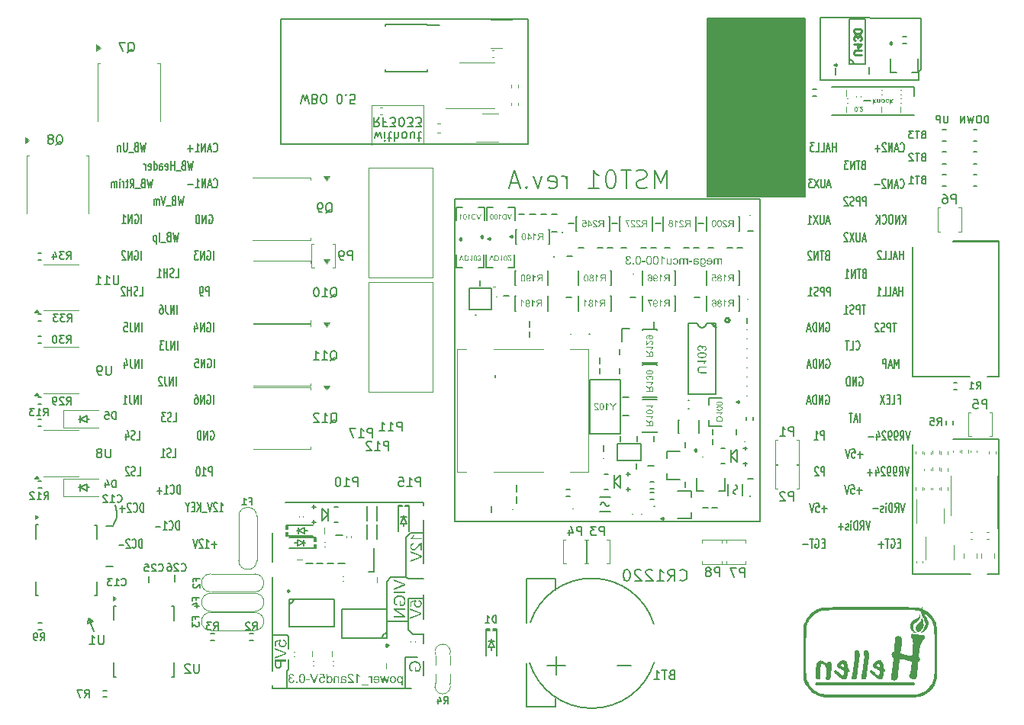
<source format=gbo>
G75*
G70*
%OFA0B0*%
%FSLAX25Y25*%
%IPPOS*%
%LPD*%
%AMOC8*
5,1,8,0,0,1.08239X$1,22.5*
%
%ADD123C,0.01000*%
%ADD210C,0.00300*%
%ADD61C,0.00787*%
%ADD67C,0.00472*%
%ADD68C,0.00591*%
%ADD69C,0.00669*%
%ADD70C,0.00984*%
%ADD71C,0.00500*%
%ADD72C,0.00800*%
%ADD75C,0.00390*%
%ADD88C,0.00000*%
%ADD89C,0.00394*%
X0000000Y0000000D02*
%LPD*%
G01*
D68*
X0029469Y0039429D02*
X0031516Y0038051D01*
X0041083Y0089193D02*
X0041949Y0085728D01*
X0041949Y0085728D02*
X0041949Y0083287D01*
X0031909Y0033759D02*
X0029469Y0039429D01*
X0029114Y0037145D02*
X0029469Y0039429D01*
X0041949Y0083287D02*
X0040177Y0079842D01*
X0299843Y0301803D02*
X0342696Y0301803D01*
X0342696Y0223767D01*
X0299843Y0223767D01*
X0299843Y0301803D01*
G36*
X0299843Y0301803D02*
G01*
X0342696Y0301803D01*
X0342696Y0223767D01*
X0299843Y0223767D01*
X0299843Y0301803D01*
G37*
X0031516Y0038051D02*
X0029114Y0037145D01*
X0052659Y0212008D02*
X0052659Y0215945D01*
X0049903Y0215758D02*
X0050165Y0215945D01*
X0050165Y0215945D02*
X0050559Y0215945D01*
X0050559Y0215945D02*
X0050953Y0215758D01*
X0050953Y0215758D02*
X0051215Y0215383D01*
X0051215Y0215383D02*
X0051347Y0215008D01*
X0051347Y0215008D02*
X0051478Y0214258D01*
X0051478Y0214258D02*
X0051478Y0213696D01*
X0051478Y0213696D02*
X0051347Y0212946D01*
X0051347Y0212946D02*
X0051215Y0212571D01*
X0051215Y0212571D02*
X0050953Y0212196D01*
X0050953Y0212196D02*
X0050559Y0212008D01*
X0050559Y0212008D02*
X0050297Y0212008D01*
X0050297Y0212008D02*
X0049903Y0212196D01*
X0049903Y0212196D02*
X0049772Y0212383D01*
X0049772Y0212383D02*
X0049772Y0213696D01*
X0049772Y0213696D02*
X0050297Y0213696D01*
X0048591Y0212008D02*
X0048591Y0215945D01*
X0048591Y0215945D02*
X0047016Y0212008D01*
X0047016Y0212008D02*
X0047016Y0215945D01*
X0044260Y0212008D02*
X0045835Y0212008D01*
X0045047Y0212008D02*
X0045047Y0215945D01*
X0045047Y0215945D02*
X0045310Y0215383D01*
X0045310Y0215383D02*
X0045572Y0215008D01*
X0045572Y0215008D02*
X0045835Y0214820D01*
X0052751Y0148878D02*
X0052751Y0152815D01*
X0051438Y0148878D02*
X0051438Y0152815D01*
X0051438Y0152815D02*
X0049864Y0148878D01*
X0049864Y0148878D02*
X0049864Y0152815D01*
X0047764Y0152815D02*
X0047764Y0150003D01*
X0047764Y0150003D02*
X0047895Y0149441D01*
X0047895Y0149441D02*
X0048158Y0149066D01*
X0048158Y0149066D02*
X0048551Y0148878D01*
X0048551Y0148878D02*
X0048814Y0148878D01*
X0045270Y0151503D02*
X0045270Y0148878D01*
X0045927Y0153003D02*
X0046583Y0150191D01*
X0046583Y0150191D02*
X0044877Y0150191D01*
X0367744Y0111008D02*
X0365644Y0111008D01*
X0366694Y0109508D02*
X0366694Y0112508D01*
X0363020Y0113445D02*
X0364332Y0113445D01*
X0364332Y0113445D02*
X0364463Y0111570D01*
X0364463Y0111570D02*
X0364332Y0111758D01*
X0364332Y0111758D02*
X0364070Y0111945D01*
X0364070Y0111945D02*
X0363413Y0111945D01*
X0363413Y0111945D02*
X0363151Y0111758D01*
X0363151Y0111758D02*
X0363020Y0111570D01*
X0363020Y0111570D02*
X0362889Y0111196D01*
X0362889Y0111196D02*
X0362889Y0110258D01*
X0362889Y0110258D02*
X0363020Y0109883D01*
X0363020Y0109883D02*
X0363151Y0109696D01*
X0363151Y0109696D02*
X0363413Y0109508D01*
X0363413Y0109508D02*
X0364070Y0109508D01*
X0364070Y0109508D02*
X0364332Y0109696D01*
X0364332Y0109696D02*
X0364463Y0109883D01*
X0362101Y0113445D02*
X0361182Y0109508D01*
X0361182Y0109508D02*
X0360264Y0113445D01*
X0369299Y0219705D02*
X0369299Y0223642D01*
X0369299Y0223642D02*
X0368249Y0223642D01*
X0368249Y0223642D02*
X0367987Y0223455D01*
X0367987Y0223455D02*
X0367856Y0223267D01*
X0367856Y0223267D02*
X0367724Y0222892D01*
X0367724Y0222892D02*
X0367724Y0222330D01*
X0367724Y0222330D02*
X0367856Y0221955D01*
X0367856Y0221955D02*
X0367987Y0221767D01*
X0367987Y0221767D02*
X0368249Y0221580D01*
X0368249Y0221580D02*
X0369299Y0221580D01*
X0366543Y0219705D02*
X0366543Y0223642D01*
X0366543Y0223642D02*
X0365494Y0223642D01*
X0365494Y0223642D02*
X0365231Y0223455D01*
X0365231Y0223455D02*
X0365100Y0223267D01*
X0365100Y0223267D02*
X0364969Y0222892D01*
X0364969Y0222892D02*
X0364969Y0222330D01*
X0364969Y0222330D02*
X0365100Y0221955D01*
X0365100Y0221955D02*
X0365231Y0221767D01*
X0365231Y0221767D02*
X0365494Y0221580D01*
X0365494Y0221580D02*
X0366543Y0221580D01*
X0363919Y0219893D02*
X0363525Y0219705D01*
X0363525Y0219705D02*
X0362869Y0219705D01*
X0362869Y0219705D02*
X0362606Y0219893D01*
X0362606Y0219893D02*
X0362475Y0220080D01*
X0362475Y0220080D02*
X0362344Y0220455D01*
X0362344Y0220455D02*
X0362344Y0220830D01*
X0362344Y0220830D02*
X0362475Y0221205D01*
X0362475Y0221205D02*
X0362606Y0221392D01*
X0362606Y0221392D02*
X0362869Y0221580D01*
X0362869Y0221580D02*
X0363394Y0221767D01*
X0363394Y0221767D02*
X0363656Y0221955D01*
X0363656Y0221955D02*
X0363787Y0222142D01*
X0363787Y0222142D02*
X0363919Y0222517D01*
X0363919Y0222517D02*
X0363919Y0222892D01*
X0363919Y0222892D02*
X0363787Y0223267D01*
X0363787Y0223267D02*
X0363656Y0223455D01*
X0363656Y0223455D02*
X0363394Y0223642D01*
X0363394Y0223642D02*
X0362738Y0223642D01*
X0362738Y0223642D02*
X0362344Y0223455D01*
X0361294Y0223267D02*
X0361163Y0223455D01*
X0361163Y0223455D02*
X0360900Y0223642D01*
X0360900Y0223642D02*
X0360244Y0223642D01*
X0360244Y0223642D02*
X0359982Y0223455D01*
X0359982Y0223455D02*
X0359850Y0223267D01*
X0359850Y0223267D02*
X0359719Y0222892D01*
X0359719Y0222892D02*
X0359719Y0222517D01*
X0359719Y0222517D02*
X0359850Y0221955D01*
X0359850Y0221955D02*
X0361425Y0219705D01*
X0361425Y0219705D02*
X0359719Y0219705D01*
X0066511Y0125335D02*
X0067823Y0125335D01*
X0067823Y0125335D02*
X0067823Y0129272D01*
X0065723Y0125522D02*
X0065329Y0125335D01*
X0065329Y0125335D02*
X0064673Y0125335D01*
X0064673Y0125335D02*
X0064411Y0125522D01*
X0064411Y0125522D02*
X0064280Y0125710D01*
X0064280Y0125710D02*
X0064148Y0126085D01*
X0064148Y0126085D02*
X0064148Y0126460D01*
X0064148Y0126460D02*
X0064280Y0126835D01*
X0064280Y0126835D02*
X0064411Y0127022D01*
X0064411Y0127022D02*
X0064673Y0127210D01*
X0064673Y0127210D02*
X0065198Y0127397D01*
X0065198Y0127397D02*
X0065461Y0127585D01*
X0065461Y0127585D02*
X0065592Y0127772D01*
X0065592Y0127772D02*
X0065723Y0128147D01*
X0065723Y0128147D02*
X0065723Y0128522D01*
X0065723Y0128522D02*
X0065592Y0128897D01*
X0065592Y0128897D02*
X0065461Y0129085D01*
X0065461Y0129085D02*
X0065198Y0129272D01*
X0065198Y0129272D02*
X0064542Y0129272D01*
X0064542Y0129272D02*
X0064148Y0129085D01*
X0063230Y0129272D02*
X0061524Y0129272D01*
X0061524Y0129272D02*
X0062442Y0127772D01*
X0062442Y0127772D02*
X0062049Y0127772D01*
X0062049Y0127772D02*
X0061786Y0127585D01*
X0061786Y0127585D02*
X0061655Y0127397D01*
X0061655Y0127397D02*
X0061524Y0127022D01*
X0061524Y0127022D02*
X0061524Y0126085D01*
X0061524Y0126085D02*
X0061655Y0125710D01*
X0061655Y0125710D02*
X0061786Y0125522D01*
X0061786Y0125522D02*
X0062049Y0125335D01*
X0062049Y0125335D02*
X0062836Y0125335D01*
X0062836Y0125335D02*
X0063098Y0125522D01*
X0063098Y0125522D02*
X0063230Y0125710D01*
X0356084Y0243445D02*
X0356084Y0247382D01*
X0356084Y0245507D02*
X0354509Y0245507D01*
X0354509Y0243445D02*
X0354509Y0247382D01*
X0353328Y0244570D02*
X0352016Y0244570D01*
X0353591Y0243445D02*
X0352672Y0247382D01*
X0352672Y0247382D02*
X0351753Y0243445D01*
X0349522Y0243445D02*
X0350835Y0243445D01*
X0350835Y0243445D02*
X0350835Y0247382D01*
X0347291Y0243445D02*
X0348604Y0243445D01*
X0348604Y0243445D02*
X0348604Y0247382D01*
X0346635Y0247382D02*
X0344929Y0247382D01*
X0344929Y0247382D02*
X0345848Y0245882D01*
X0345848Y0245882D02*
X0345454Y0245882D01*
X0345454Y0245882D02*
X0345192Y0245695D01*
X0345192Y0245695D02*
X0345060Y0245507D01*
X0345060Y0245507D02*
X0344929Y0245133D01*
X0344929Y0245133D02*
X0344929Y0244195D01*
X0344929Y0244195D02*
X0345060Y0243820D01*
X0345060Y0243820D02*
X0345192Y0243633D01*
X0345192Y0243633D02*
X0345454Y0243445D01*
X0345454Y0243445D02*
X0346242Y0243445D01*
X0346242Y0243445D02*
X0346504Y0243633D01*
X0346504Y0243633D02*
X0346635Y0243820D01*
X0366301Y0144695D02*
X0366563Y0144882D01*
X0366563Y0144882D02*
X0366957Y0144882D01*
X0366957Y0144882D02*
X0367350Y0144695D01*
X0367350Y0144695D02*
X0367613Y0144320D01*
X0367613Y0144320D02*
X0367744Y0143945D01*
X0367744Y0143945D02*
X0367875Y0143195D01*
X0367875Y0143195D02*
X0367875Y0142633D01*
X0367875Y0142633D02*
X0367744Y0141883D01*
X0367744Y0141883D02*
X0367613Y0141508D01*
X0367613Y0141508D02*
X0367350Y0141133D01*
X0367350Y0141133D02*
X0366957Y0140945D01*
X0366957Y0140945D02*
X0366694Y0140945D01*
X0366694Y0140945D02*
X0366301Y0141133D01*
X0366301Y0141133D02*
X0366169Y0141320D01*
X0366169Y0141320D02*
X0366169Y0142633D01*
X0366169Y0142633D02*
X0366694Y0142633D01*
X0364988Y0140945D02*
X0364988Y0144882D01*
X0364988Y0144882D02*
X0363413Y0140945D01*
X0363413Y0140945D02*
X0363413Y0144882D01*
X0362101Y0140945D02*
X0362101Y0144882D01*
X0362101Y0144882D02*
X0361445Y0144882D01*
X0361445Y0144882D02*
X0361051Y0144695D01*
X0361051Y0144695D02*
X0360789Y0144320D01*
X0360789Y0144320D02*
X0360658Y0143945D01*
X0360658Y0143945D02*
X0360526Y0143195D01*
X0360526Y0143195D02*
X0360526Y0142633D01*
X0360526Y0142633D02*
X0360658Y0141883D01*
X0360658Y0141883D02*
X0360789Y0141508D01*
X0360789Y0141508D02*
X0361051Y0141133D01*
X0361051Y0141133D02*
X0361445Y0140945D01*
X0361445Y0140945D02*
X0362101Y0140945D01*
X0385480Y0196241D02*
X0385480Y0200178D01*
X0385480Y0198303D02*
X0383906Y0198303D01*
X0383906Y0196241D02*
X0383906Y0200178D01*
X0382724Y0197365D02*
X0381412Y0197365D01*
X0382987Y0196241D02*
X0382068Y0200178D01*
X0382068Y0200178D02*
X0381150Y0196241D01*
X0378919Y0196241D02*
X0380231Y0196241D01*
X0380231Y0196241D02*
X0380231Y0200178D01*
X0376688Y0196241D02*
X0378000Y0196241D01*
X0378000Y0196241D02*
X0378000Y0200178D01*
X0375900Y0199803D02*
X0375769Y0199990D01*
X0375769Y0199990D02*
X0375507Y0200178D01*
X0375507Y0200178D02*
X0374850Y0200178D01*
X0374850Y0200178D02*
X0374588Y0199990D01*
X0374588Y0199990D02*
X0374457Y0199803D01*
X0374457Y0199803D02*
X0374326Y0199428D01*
X0374326Y0199428D02*
X0374326Y0199053D01*
X0374326Y0199053D02*
X0374457Y0198490D01*
X0374457Y0198490D02*
X0376032Y0196241D01*
X0376032Y0196241D02*
X0374326Y0196241D01*
X0084227Y0228013D02*
X0084358Y0227826D01*
X0084358Y0227826D02*
X0084752Y0227638D01*
X0084752Y0227638D02*
X0085015Y0227638D01*
X0085015Y0227638D02*
X0085408Y0227826D01*
X0085408Y0227826D02*
X0085671Y0228201D01*
X0085671Y0228201D02*
X0085802Y0228576D01*
X0085802Y0228576D02*
X0085933Y0229325D01*
X0085933Y0229325D02*
X0085933Y0229888D01*
X0085933Y0229888D02*
X0085802Y0230638D01*
X0085802Y0230638D02*
X0085671Y0231013D01*
X0085671Y0231013D02*
X0085408Y0231388D01*
X0085408Y0231388D02*
X0085015Y0231575D01*
X0085015Y0231575D02*
X0084752Y0231575D01*
X0084752Y0231575D02*
X0084358Y0231388D01*
X0084358Y0231388D02*
X0084227Y0231200D01*
X0083177Y0228763D02*
X0081865Y0228763D01*
X0083440Y0227638D02*
X0082521Y0231575D01*
X0082521Y0231575D02*
X0081602Y0227638D01*
X0080684Y0227638D02*
X0080684Y0231575D01*
X0080684Y0231575D02*
X0079109Y0227638D01*
X0079109Y0227638D02*
X0079109Y0231575D01*
X0076353Y0227638D02*
X0077928Y0227638D01*
X0077140Y0227638D02*
X0077140Y0231575D01*
X0077140Y0231575D02*
X0077403Y0231013D01*
X0077403Y0231013D02*
X0077665Y0230638D01*
X0077665Y0230638D02*
X0077928Y0230450D01*
X0075172Y0229138D02*
X0073072Y0229138D01*
X0084253Y0133150D02*
X0084253Y0137087D01*
X0081497Y0136899D02*
X0081760Y0137087D01*
X0081760Y0137087D02*
X0082154Y0137087D01*
X0082154Y0137087D02*
X0082547Y0136899D01*
X0082547Y0136899D02*
X0082810Y0136525D01*
X0082810Y0136525D02*
X0082941Y0136150D01*
X0082941Y0136150D02*
X0083072Y0135400D01*
X0083072Y0135400D02*
X0083072Y0134837D01*
X0083072Y0134837D02*
X0082941Y0134087D01*
X0082941Y0134087D02*
X0082810Y0133712D01*
X0082810Y0133712D02*
X0082547Y0133337D01*
X0082547Y0133337D02*
X0082154Y0133150D01*
X0082154Y0133150D02*
X0081891Y0133150D01*
X0081891Y0133150D02*
X0081497Y0133337D01*
X0081497Y0133337D02*
X0081366Y0133525D01*
X0081366Y0133525D02*
X0081366Y0134837D01*
X0081366Y0134837D02*
X0081891Y0134837D01*
X0080185Y0133150D02*
X0080185Y0137087D01*
X0080185Y0137087D02*
X0078610Y0133150D01*
X0078610Y0133150D02*
X0078610Y0137087D01*
X0076117Y0137087D02*
X0076642Y0137087D01*
X0076642Y0137087D02*
X0076904Y0136899D01*
X0076904Y0136899D02*
X0077036Y0136712D01*
X0077036Y0136712D02*
X0077298Y0136150D01*
X0077298Y0136150D02*
X0077429Y0135400D01*
X0077429Y0135400D02*
X0077429Y0133900D01*
X0077429Y0133900D02*
X0077298Y0133525D01*
X0077298Y0133525D02*
X0077167Y0133337D01*
X0077167Y0133337D02*
X0076904Y0133150D01*
X0076904Y0133150D02*
X0076379Y0133150D01*
X0076379Y0133150D02*
X0076117Y0133337D01*
X0076117Y0133337D02*
X0075986Y0133525D01*
X0075986Y0133525D02*
X0075854Y0133900D01*
X0075854Y0133900D02*
X0075854Y0134837D01*
X0075854Y0134837D02*
X0075986Y0135212D01*
X0075986Y0135212D02*
X0076117Y0135400D01*
X0076117Y0135400D02*
X0076379Y0135587D01*
X0076379Y0135587D02*
X0076904Y0135587D01*
X0076904Y0135587D02*
X0077167Y0135400D01*
X0077167Y0135400D02*
X0077298Y0135212D01*
X0077298Y0135212D02*
X0077429Y0134837D01*
X0052521Y0196162D02*
X0052521Y0200099D01*
X0049765Y0199911D02*
X0050028Y0200099D01*
X0050028Y0200099D02*
X0050421Y0200099D01*
X0050421Y0200099D02*
X0050815Y0199911D01*
X0050815Y0199911D02*
X0051077Y0199536D01*
X0051077Y0199536D02*
X0051209Y0199161D01*
X0051209Y0199161D02*
X0051340Y0198411D01*
X0051340Y0198411D02*
X0051340Y0197849D01*
X0051340Y0197849D02*
X0051209Y0197099D01*
X0051209Y0197099D02*
X0051077Y0196724D01*
X0051077Y0196724D02*
X0050815Y0196349D01*
X0050815Y0196349D02*
X0050421Y0196162D01*
X0050421Y0196162D02*
X0050159Y0196162D01*
X0050159Y0196162D02*
X0049765Y0196349D01*
X0049765Y0196349D02*
X0049634Y0196537D01*
X0049634Y0196537D02*
X0049634Y0197849D01*
X0049634Y0197849D02*
X0050159Y0197849D01*
X0048453Y0196162D02*
X0048453Y0200099D01*
X0048453Y0200099D02*
X0046878Y0196162D01*
X0046878Y0196162D02*
X0046878Y0200099D01*
X0045697Y0199724D02*
X0045566Y0199911D01*
X0045566Y0199911D02*
X0045303Y0200099D01*
X0045303Y0200099D02*
X0044647Y0200099D01*
X0044647Y0200099D02*
X0044385Y0199911D01*
X0044385Y0199911D02*
X0044253Y0199724D01*
X0044253Y0199724D02*
X0044122Y0199349D01*
X0044122Y0199349D02*
X0044122Y0198974D01*
X0044122Y0198974D02*
X0044253Y0198411D01*
X0044253Y0198411D02*
X0045828Y0196162D01*
X0045828Y0196162D02*
X0044122Y0196162D01*
X0052810Y0164646D02*
X0052810Y0168583D01*
X0051497Y0164646D02*
X0051497Y0168583D01*
X0051497Y0168583D02*
X0049923Y0164646D01*
X0049923Y0164646D02*
X0049923Y0168583D01*
X0047823Y0168583D02*
X0047823Y0165771D01*
X0047823Y0165771D02*
X0047954Y0165208D01*
X0047954Y0165208D02*
X0048217Y0164833D01*
X0048217Y0164833D02*
X0048610Y0164646D01*
X0048610Y0164646D02*
X0048873Y0164646D01*
X0045198Y0168583D02*
X0046511Y0168583D01*
X0046511Y0168583D02*
X0046642Y0166708D01*
X0046642Y0166708D02*
X0046511Y0166896D01*
X0046511Y0166896D02*
X0046248Y0167083D01*
X0046248Y0167083D02*
X0045592Y0167083D01*
X0045592Y0167083D02*
X0045329Y0166896D01*
X0045329Y0166896D02*
X0045198Y0166708D01*
X0045198Y0166708D02*
X0045067Y0166333D01*
X0045067Y0166333D02*
X0045067Y0165396D01*
X0045067Y0165396D02*
X0045198Y0165021D01*
X0045198Y0165021D02*
X0045329Y0164833D01*
X0045329Y0164833D02*
X0045592Y0164646D01*
X0045592Y0164646D02*
X0046248Y0164646D01*
X0046248Y0164646D02*
X0046511Y0164833D01*
X0046511Y0164833D02*
X0046642Y0165021D01*
X0368420Y0190271D02*
X0368026Y0190084D01*
X0368026Y0190084D02*
X0367895Y0189896D01*
X0367895Y0189896D02*
X0367764Y0189521D01*
X0367764Y0189521D02*
X0367764Y0188959D01*
X0367764Y0188959D02*
X0367895Y0188584D01*
X0367895Y0188584D02*
X0368026Y0188396D01*
X0368026Y0188396D02*
X0368289Y0188209D01*
X0368289Y0188209D02*
X0369339Y0188209D01*
X0369339Y0188209D02*
X0369339Y0192146D01*
X0369339Y0192146D02*
X0368420Y0192146D01*
X0368420Y0192146D02*
X0368158Y0191959D01*
X0368158Y0191959D02*
X0368026Y0191771D01*
X0368026Y0191771D02*
X0367895Y0191396D01*
X0367895Y0191396D02*
X0367895Y0191021D01*
X0367895Y0191021D02*
X0368026Y0190646D01*
X0368026Y0190646D02*
X0368158Y0190459D01*
X0368158Y0190459D02*
X0368420Y0190271D01*
X0368420Y0190271D02*
X0369339Y0190271D01*
X0366976Y0192146D02*
X0365402Y0192146D01*
X0366189Y0188209D02*
X0366189Y0192146D01*
X0364483Y0188209D02*
X0364483Y0192146D01*
X0364483Y0192146D02*
X0362908Y0188209D01*
X0362908Y0188209D02*
X0362908Y0192146D01*
X0360152Y0188209D02*
X0361727Y0188209D01*
X0360940Y0188209D02*
X0360940Y0192146D01*
X0360940Y0192146D02*
X0361202Y0191584D01*
X0361202Y0191584D02*
X0361465Y0191209D01*
X0361465Y0191209D02*
X0361727Y0191021D01*
X0067948Y0141024D02*
X0067948Y0144961D01*
X0066635Y0141024D02*
X0066635Y0144961D01*
X0066635Y0144961D02*
X0065060Y0141024D01*
X0065060Y0141024D02*
X0065060Y0144961D01*
X0062961Y0144961D02*
X0062961Y0142149D01*
X0062961Y0142149D02*
X0063092Y0141586D01*
X0063092Y0141586D02*
X0063354Y0141211D01*
X0063354Y0141211D02*
X0063748Y0141024D01*
X0063748Y0141024D02*
X0064011Y0141024D01*
X0061780Y0144586D02*
X0061648Y0144773D01*
X0061648Y0144773D02*
X0061386Y0144961D01*
X0061386Y0144961D02*
X0060730Y0144961D01*
X0060730Y0144961D02*
X0060467Y0144773D01*
X0060467Y0144773D02*
X0060336Y0144586D01*
X0060336Y0144586D02*
X0060205Y0144211D01*
X0060205Y0144211D02*
X0060205Y0143836D01*
X0060205Y0143836D02*
X0060336Y0143274D01*
X0060336Y0143274D02*
X0061911Y0141024D01*
X0061911Y0141024D02*
X0060205Y0141024D01*
X0082219Y0215679D02*
X0082482Y0215866D01*
X0082482Y0215866D02*
X0082875Y0215866D01*
X0082875Y0215866D02*
X0083269Y0215679D01*
X0083269Y0215679D02*
X0083532Y0215304D01*
X0083532Y0215304D02*
X0083663Y0214929D01*
X0083663Y0214929D02*
X0083794Y0214179D01*
X0083794Y0214179D02*
X0083794Y0213617D01*
X0083794Y0213617D02*
X0083663Y0212867D01*
X0083663Y0212867D02*
X0083532Y0212492D01*
X0083532Y0212492D02*
X0083269Y0212117D01*
X0083269Y0212117D02*
X0082875Y0211929D01*
X0082875Y0211929D02*
X0082613Y0211929D01*
X0082613Y0211929D02*
X0082219Y0212117D01*
X0082219Y0212117D02*
X0082088Y0212304D01*
X0082088Y0212304D02*
X0082088Y0213617D01*
X0082088Y0213617D02*
X0082613Y0213617D01*
X0080907Y0211929D02*
X0080907Y0215866D01*
X0080907Y0215866D02*
X0079332Y0211929D01*
X0079332Y0211929D02*
X0079332Y0215866D01*
X0078020Y0211929D02*
X0078020Y0215866D01*
X0078020Y0215866D02*
X0077364Y0215866D01*
X0077364Y0215866D02*
X0076970Y0215679D01*
X0076970Y0215679D02*
X0076707Y0215304D01*
X0076707Y0215304D02*
X0076576Y0214929D01*
X0076576Y0214929D02*
X0076445Y0214179D01*
X0076445Y0214179D02*
X0076445Y0213617D01*
X0076445Y0213617D02*
X0076576Y0212867D01*
X0076576Y0212867D02*
X0076707Y0212492D01*
X0076707Y0212492D02*
X0076970Y0212117D01*
X0076970Y0212117D02*
X0077364Y0211929D01*
X0077364Y0211929D02*
X0078020Y0211929D01*
X0053564Y0085807D02*
X0053564Y0089744D01*
X0053564Y0089744D02*
X0052908Y0089744D01*
X0052908Y0089744D02*
X0052515Y0089557D01*
X0052515Y0089557D02*
X0052252Y0089182D01*
X0052252Y0089182D02*
X0052121Y0088807D01*
X0052121Y0088807D02*
X0051990Y0088057D01*
X0051990Y0088057D02*
X0051990Y0087495D01*
X0051990Y0087495D02*
X0052121Y0086745D01*
X0052121Y0086745D02*
X0052252Y0086370D01*
X0052252Y0086370D02*
X0052515Y0085995D01*
X0052515Y0085995D02*
X0052908Y0085807D01*
X0052908Y0085807D02*
X0053564Y0085807D01*
X0049234Y0086182D02*
X0049365Y0085995D01*
X0049365Y0085995D02*
X0049759Y0085807D01*
X0049759Y0085807D02*
X0050021Y0085807D01*
X0050021Y0085807D02*
X0050415Y0085995D01*
X0050415Y0085995D02*
X0050677Y0086370D01*
X0050677Y0086370D02*
X0050808Y0086745D01*
X0050808Y0086745D02*
X0050940Y0087495D01*
X0050940Y0087495D02*
X0050940Y0088057D01*
X0050940Y0088057D02*
X0050808Y0088807D01*
X0050808Y0088807D02*
X0050677Y0089182D01*
X0050677Y0089182D02*
X0050415Y0089557D01*
X0050415Y0089557D02*
X0050021Y0089744D01*
X0050021Y0089744D02*
X0049759Y0089744D01*
X0049759Y0089744D02*
X0049365Y0089557D01*
X0049365Y0089557D02*
X0049234Y0089369D01*
X0048184Y0089369D02*
X0048053Y0089557D01*
X0048053Y0089557D02*
X0047790Y0089744D01*
X0047790Y0089744D02*
X0047134Y0089744D01*
X0047134Y0089744D02*
X0046871Y0089557D01*
X0046871Y0089557D02*
X0046740Y0089369D01*
X0046740Y0089369D02*
X0046609Y0088995D01*
X0046609Y0088995D02*
X0046609Y0088620D01*
X0046609Y0088620D02*
X0046740Y0088057D01*
X0046740Y0088057D02*
X0048315Y0085807D01*
X0048315Y0085807D02*
X0046609Y0085807D01*
X0045428Y0087307D02*
X0043328Y0087307D01*
X0044378Y0085807D02*
X0044378Y0088807D01*
X0068833Y0208130D02*
X0068177Y0204193D01*
X0068177Y0204193D02*
X0067652Y0207005D01*
X0067652Y0207005D02*
X0067127Y0204193D01*
X0067127Y0204193D02*
X0066471Y0208130D01*
X0064503Y0206256D02*
X0064109Y0206068D01*
X0064109Y0206068D02*
X0063978Y0205881D01*
X0063978Y0205881D02*
X0063847Y0205506D01*
X0063847Y0205506D02*
X0063847Y0204943D01*
X0063847Y0204943D02*
X0063978Y0204568D01*
X0063978Y0204568D02*
X0064109Y0204381D01*
X0064109Y0204381D02*
X0064371Y0204193D01*
X0064371Y0204193D02*
X0065421Y0204193D01*
X0065421Y0204193D02*
X0065421Y0208130D01*
X0065421Y0208130D02*
X0064503Y0208130D01*
X0064503Y0208130D02*
X0064240Y0207943D01*
X0064240Y0207943D02*
X0064109Y0207755D01*
X0064109Y0207755D02*
X0063978Y0207380D01*
X0063978Y0207380D02*
X0063978Y0207005D01*
X0063978Y0207005D02*
X0064109Y0206630D01*
X0064109Y0206630D02*
X0064240Y0206443D01*
X0064240Y0206443D02*
X0064503Y0206256D01*
X0064503Y0206256D02*
X0065421Y0206256D01*
X0063322Y0203818D02*
X0061222Y0203818D01*
X0060566Y0204193D02*
X0060566Y0208130D01*
X0059253Y0206818D02*
X0059253Y0202881D01*
X0059253Y0206630D02*
X0058991Y0206818D01*
X0058991Y0206818D02*
X0058466Y0206818D01*
X0058466Y0206818D02*
X0058203Y0206630D01*
X0058203Y0206630D02*
X0058072Y0206443D01*
X0058072Y0206443D02*
X0057941Y0206068D01*
X0057941Y0206068D02*
X0057941Y0204943D01*
X0057941Y0204943D02*
X0058072Y0204568D01*
X0058072Y0204568D02*
X0058203Y0204381D01*
X0058203Y0204381D02*
X0058466Y0204193D01*
X0058466Y0204193D02*
X0058991Y0204193D01*
X0058991Y0204193D02*
X0059253Y0204381D01*
X0050763Y0101772D02*
X0052075Y0101772D01*
X0052075Y0101772D02*
X0052075Y0105709D01*
X0049975Y0101959D02*
X0049581Y0101772D01*
X0049581Y0101772D02*
X0048925Y0101772D01*
X0048925Y0101772D02*
X0048663Y0101959D01*
X0048663Y0101959D02*
X0048532Y0102147D01*
X0048532Y0102147D02*
X0048400Y0102522D01*
X0048400Y0102522D02*
X0048400Y0102897D01*
X0048400Y0102897D02*
X0048532Y0103272D01*
X0048532Y0103272D02*
X0048663Y0103459D01*
X0048663Y0103459D02*
X0048925Y0103647D01*
X0048925Y0103647D02*
X0049450Y0103834D01*
X0049450Y0103834D02*
X0049713Y0104022D01*
X0049713Y0104022D02*
X0049844Y0104209D01*
X0049844Y0104209D02*
X0049975Y0104584D01*
X0049975Y0104584D02*
X0049975Y0104959D01*
X0049975Y0104959D02*
X0049844Y0105334D01*
X0049844Y0105334D02*
X0049713Y0105522D01*
X0049713Y0105522D02*
X0049450Y0105709D01*
X0049450Y0105709D02*
X0048794Y0105709D01*
X0048794Y0105709D02*
X0048400Y0105522D01*
X0047350Y0105334D02*
X0047219Y0105522D01*
X0047219Y0105522D02*
X0046957Y0105709D01*
X0046957Y0105709D02*
X0046301Y0105709D01*
X0046301Y0105709D02*
X0046038Y0105522D01*
X0046038Y0105522D02*
X0045907Y0105334D01*
X0045907Y0105334D02*
X0045776Y0104959D01*
X0045776Y0104959D02*
X0045776Y0104584D01*
X0045776Y0104584D02*
X0045907Y0104022D01*
X0045907Y0104022D02*
X0047482Y0101772D01*
X0047482Y0101772D02*
X0045776Y0101772D01*
X0069135Y0077992D02*
X0069135Y0081929D01*
X0069135Y0081929D02*
X0068479Y0081929D01*
X0068479Y0081929D02*
X0068085Y0081742D01*
X0068085Y0081742D02*
X0067823Y0081367D01*
X0067823Y0081367D02*
X0067692Y0080992D01*
X0067692Y0080992D02*
X0067560Y0080242D01*
X0067560Y0080242D02*
X0067560Y0079680D01*
X0067560Y0079680D02*
X0067692Y0078930D01*
X0067692Y0078930D02*
X0067823Y0078555D01*
X0067823Y0078555D02*
X0068085Y0078180D01*
X0068085Y0078180D02*
X0068479Y0077992D01*
X0068479Y0077992D02*
X0069135Y0077992D01*
X0064805Y0078367D02*
X0064936Y0078180D01*
X0064936Y0078180D02*
X0065329Y0077992D01*
X0065329Y0077992D02*
X0065592Y0077992D01*
X0065592Y0077992D02*
X0065986Y0078180D01*
X0065986Y0078180D02*
X0066248Y0078555D01*
X0066248Y0078555D02*
X0066379Y0078930D01*
X0066379Y0078930D02*
X0066511Y0079680D01*
X0066511Y0079680D02*
X0066511Y0080242D01*
X0066511Y0080242D02*
X0066379Y0080992D01*
X0066379Y0080992D02*
X0066248Y0081367D01*
X0066248Y0081367D02*
X0065986Y0081742D01*
X0065986Y0081742D02*
X0065592Y0081929D01*
X0065592Y0081929D02*
X0065329Y0081929D01*
X0065329Y0081929D02*
X0064936Y0081742D01*
X0064936Y0081742D02*
X0064805Y0081555D01*
X0062180Y0077992D02*
X0063755Y0077992D01*
X0062967Y0077992D02*
X0062967Y0081929D01*
X0062967Y0081929D02*
X0063230Y0081367D01*
X0063230Y0081367D02*
X0063492Y0080992D01*
X0063492Y0080992D02*
X0063755Y0080805D01*
X0060999Y0079492D02*
X0058899Y0079492D01*
X0083466Y0101615D02*
X0083466Y0105552D01*
X0083466Y0105552D02*
X0082416Y0105552D01*
X0082416Y0105552D02*
X0082154Y0105364D01*
X0082154Y0105364D02*
X0082022Y0105177D01*
X0082022Y0105177D02*
X0081891Y0104802D01*
X0081891Y0104802D02*
X0081891Y0104239D01*
X0081891Y0104239D02*
X0082022Y0103864D01*
X0082022Y0103864D02*
X0082154Y0103677D01*
X0082154Y0103677D02*
X0082416Y0103489D01*
X0082416Y0103489D02*
X0083466Y0103489D01*
X0079266Y0101615D02*
X0080841Y0101615D01*
X0080054Y0101615D02*
X0080054Y0105552D01*
X0080054Y0105552D02*
X0080316Y0104989D01*
X0080316Y0104989D02*
X0080579Y0104614D01*
X0080579Y0104614D02*
X0080841Y0104427D01*
X0077560Y0105552D02*
X0077298Y0105552D01*
X0077298Y0105552D02*
X0077036Y0105364D01*
X0077036Y0105364D02*
X0076904Y0105177D01*
X0076904Y0105177D02*
X0076773Y0104802D01*
X0076773Y0104802D02*
X0076642Y0104052D01*
X0076642Y0104052D02*
X0076642Y0103114D01*
X0076642Y0103114D02*
X0076773Y0102364D01*
X0076773Y0102364D02*
X0076904Y0101989D01*
X0076904Y0101989D02*
X0077036Y0101802D01*
X0077036Y0101802D02*
X0077298Y0101615D01*
X0077298Y0101615D02*
X0077560Y0101615D01*
X0077560Y0101615D02*
X0077823Y0101802D01*
X0077823Y0101802D02*
X0077954Y0101989D01*
X0077954Y0101989D02*
X0078085Y0102364D01*
X0078085Y0102364D02*
X0078217Y0103114D01*
X0078217Y0103114D02*
X0078217Y0104052D01*
X0078217Y0104052D02*
X0078085Y0104802D01*
X0078085Y0104802D02*
X0077954Y0105177D01*
X0077954Y0105177D02*
X0077823Y0105364D01*
X0077823Y0105364D02*
X0077560Y0105552D01*
X0084168Y0243643D02*
X0084299Y0243456D01*
X0084299Y0243456D02*
X0084693Y0243268D01*
X0084693Y0243268D02*
X0084955Y0243268D01*
X0084955Y0243268D02*
X0085349Y0243456D01*
X0085349Y0243456D02*
X0085612Y0243830D01*
X0085612Y0243830D02*
X0085743Y0244205D01*
X0085743Y0244205D02*
X0085874Y0244955D01*
X0085874Y0244955D02*
X0085874Y0245518D01*
X0085874Y0245518D02*
X0085743Y0246268D01*
X0085743Y0246268D02*
X0085612Y0246643D01*
X0085612Y0246643D02*
X0085349Y0247018D01*
X0085349Y0247018D02*
X0084955Y0247205D01*
X0084955Y0247205D02*
X0084693Y0247205D01*
X0084693Y0247205D02*
X0084299Y0247018D01*
X0084299Y0247018D02*
X0084168Y0246830D01*
X0083118Y0244393D02*
X0081806Y0244393D01*
X0083381Y0243268D02*
X0082462Y0247205D01*
X0082462Y0247205D02*
X0081543Y0243268D01*
X0080625Y0243268D02*
X0080625Y0247205D01*
X0080625Y0247205D02*
X0079050Y0243268D01*
X0079050Y0243268D02*
X0079050Y0247205D01*
X0076294Y0243268D02*
X0077869Y0243268D01*
X0077081Y0243268D02*
X0077081Y0247205D01*
X0077081Y0247205D02*
X0077344Y0246643D01*
X0077344Y0246643D02*
X0077606Y0246268D01*
X0077606Y0246268D02*
X0077869Y0246080D01*
X0075113Y0244768D02*
X0073013Y0244768D01*
X0074063Y0243268D02*
X0074063Y0246268D01*
X0383558Y0148780D02*
X0383558Y0152717D01*
X0383558Y0152717D02*
X0382639Y0149905D01*
X0382639Y0149905D02*
X0381721Y0152717D01*
X0381721Y0152717D02*
X0381721Y0148780D01*
X0380539Y0149905D02*
X0379227Y0149905D01*
X0380802Y0148780D02*
X0379883Y0152717D01*
X0379883Y0152717D02*
X0378965Y0148780D01*
X0378046Y0148780D02*
X0378046Y0152717D01*
X0378046Y0152717D02*
X0376996Y0152717D01*
X0376996Y0152717D02*
X0376734Y0152529D01*
X0376734Y0152529D02*
X0376602Y0152342D01*
X0376602Y0152342D02*
X0376471Y0151967D01*
X0376471Y0151967D02*
X0376471Y0151405D01*
X0376471Y0151405D02*
X0376602Y0151030D01*
X0376602Y0151030D02*
X0376734Y0150842D01*
X0376734Y0150842D02*
X0376996Y0150655D01*
X0376996Y0150655D02*
X0378046Y0150655D01*
X0383177Y0135232D02*
X0384096Y0135232D01*
X0384096Y0133170D02*
X0384096Y0137107D01*
X0384096Y0137107D02*
X0382784Y0137107D01*
X0380421Y0133170D02*
X0381734Y0133170D01*
X0381734Y0133170D02*
X0381734Y0137107D01*
X0379503Y0135232D02*
X0378584Y0135232D01*
X0378190Y0133170D02*
X0379503Y0133170D01*
X0379503Y0133170D02*
X0379503Y0137107D01*
X0379503Y0137107D02*
X0378190Y0137107D01*
X0377272Y0137107D02*
X0375434Y0133170D01*
X0375434Y0137107D02*
X0377272Y0133170D01*
D69*
X0404972Y0259209D02*
X0404972Y0256596D01*
X0404972Y0256596D02*
X0404818Y0256288D01*
X0404818Y0256288D02*
X0404665Y0256134D01*
X0404665Y0256134D02*
X0404357Y0255981D01*
X0404357Y0255981D02*
X0403742Y0255981D01*
X0403742Y0255981D02*
X0403435Y0256134D01*
X0403435Y0256134D02*
X0403281Y0256288D01*
X0403281Y0256288D02*
X0403127Y0256596D01*
X0403127Y0256596D02*
X0403127Y0259209D01*
X0401590Y0255981D02*
X0401590Y0259209D01*
X0401590Y0259209D02*
X0400360Y0259209D01*
X0400360Y0259209D02*
X0400053Y0259055D01*
X0400053Y0259055D02*
X0399899Y0258902D01*
X0399899Y0258902D02*
X0399745Y0258594D01*
X0399745Y0258594D02*
X0399745Y0258133D01*
X0399745Y0258133D02*
X0399899Y0257825D01*
X0399899Y0257825D02*
X0400053Y0257672D01*
X0400053Y0257672D02*
X0400360Y0257518D01*
X0400360Y0257518D02*
X0401590Y0257518D01*
X0394290Y0231235D02*
X0393829Y0231081D01*
X0393829Y0231081D02*
X0393675Y0230927D01*
X0393675Y0230927D02*
X0393521Y0230620D01*
X0393521Y0230620D02*
X0393521Y0230159D01*
X0393521Y0230159D02*
X0393675Y0229851D01*
X0393675Y0229851D02*
X0393829Y0229697D01*
X0393829Y0229697D02*
X0394136Y0229544D01*
X0394136Y0229544D02*
X0395366Y0229544D01*
X0395366Y0229544D02*
X0395366Y0232772D01*
X0395366Y0232772D02*
X0394290Y0232772D01*
X0394290Y0232772D02*
X0393982Y0232618D01*
X0393982Y0232618D02*
X0393829Y0232465D01*
X0393829Y0232465D02*
X0393675Y0232157D01*
X0393675Y0232157D02*
X0393675Y0231850D01*
X0393675Y0231850D02*
X0393829Y0231542D01*
X0393829Y0231542D02*
X0393982Y0231388D01*
X0393982Y0231388D02*
X0394290Y0231235D01*
X0394290Y0231235D02*
X0395366Y0231235D01*
X0392599Y0232772D02*
X0390754Y0232772D01*
X0391676Y0229544D02*
X0391676Y0232772D01*
X0387987Y0229544D02*
X0389832Y0229544D01*
X0388909Y0229544D02*
X0388909Y0232772D01*
X0388909Y0232772D02*
X0389217Y0232311D01*
X0389217Y0232311D02*
X0389524Y0232003D01*
X0389524Y0232003D02*
X0389832Y0231850D01*
D68*
X0084194Y0164685D02*
X0084194Y0168622D01*
X0081438Y0168435D02*
X0081701Y0168622D01*
X0081701Y0168622D02*
X0082095Y0168622D01*
X0082095Y0168622D02*
X0082488Y0168435D01*
X0082488Y0168435D02*
X0082751Y0168060D01*
X0082751Y0168060D02*
X0082882Y0167685D01*
X0082882Y0167685D02*
X0083013Y0166935D01*
X0083013Y0166935D02*
X0083013Y0166373D01*
X0083013Y0166373D02*
X0082882Y0165623D01*
X0082882Y0165623D02*
X0082751Y0165248D01*
X0082751Y0165248D02*
X0082488Y0164873D01*
X0082488Y0164873D02*
X0082095Y0164685D01*
X0082095Y0164685D02*
X0081832Y0164685D01*
X0081832Y0164685D02*
X0081438Y0164873D01*
X0081438Y0164873D02*
X0081307Y0165060D01*
X0081307Y0165060D02*
X0081307Y0166373D01*
X0081307Y0166373D02*
X0081832Y0166373D01*
X0080126Y0164685D02*
X0080126Y0168622D01*
X0080126Y0168622D02*
X0078551Y0164685D01*
X0078551Y0164685D02*
X0078551Y0168622D01*
X0076058Y0167310D02*
X0076058Y0164685D01*
X0076714Y0168810D02*
X0077370Y0165998D01*
X0077370Y0165998D02*
X0075664Y0165998D01*
X0069667Y0093701D02*
X0069667Y0097638D01*
X0069667Y0097638D02*
X0069011Y0097638D01*
X0069011Y0097638D02*
X0068617Y0097451D01*
X0068617Y0097451D02*
X0068354Y0097076D01*
X0068354Y0097076D02*
X0068223Y0096701D01*
X0068223Y0096701D02*
X0068092Y0095951D01*
X0068092Y0095951D02*
X0068092Y0095388D01*
X0068092Y0095388D02*
X0068223Y0094639D01*
X0068223Y0094639D02*
X0068354Y0094264D01*
X0068354Y0094264D02*
X0068617Y0093889D01*
X0068617Y0093889D02*
X0069011Y0093701D01*
X0069011Y0093701D02*
X0069667Y0093701D01*
X0065336Y0094076D02*
X0065467Y0093889D01*
X0065467Y0093889D02*
X0065861Y0093701D01*
X0065861Y0093701D02*
X0066123Y0093701D01*
X0066123Y0093701D02*
X0066517Y0093889D01*
X0066517Y0093889D02*
X0066780Y0094264D01*
X0066780Y0094264D02*
X0066911Y0094639D01*
X0066911Y0094639D02*
X0067042Y0095388D01*
X0067042Y0095388D02*
X0067042Y0095951D01*
X0067042Y0095951D02*
X0066911Y0096701D01*
X0066911Y0096701D02*
X0066780Y0097076D01*
X0066780Y0097076D02*
X0066517Y0097451D01*
X0066517Y0097451D02*
X0066123Y0097638D01*
X0066123Y0097638D02*
X0065861Y0097638D01*
X0065861Y0097638D02*
X0065467Y0097451D01*
X0065467Y0097451D02*
X0065336Y0097263D01*
X0062711Y0093701D02*
X0064286Y0093701D01*
X0063499Y0093701D02*
X0063499Y0097638D01*
X0063499Y0097638D02*
X0063761Y0097076D01*
X0063761Y0097076D02*
X0064024Y0096701D01*
X0064024Y0096701D02*
X0064286Y0096513D01*
X0061530Y0095201D02*
X0059431Y0095201D01*
X0060480Y0093701D02*
X0060480Y0096701D01*
X0351793Y0168494D02*
X0352055Y0168681D01*
X0352055Y0168681D02*
X0352449Y0168681D01*
X0352449Y0168681D02*
X0352843Y0168494D01*
X0352843Y0168494D02*
X0353105Y0168119D01*
X0353105Y0168119D02*
X0353236Y0167744D01*
X0353236Y0167744D02*
X0353368Y0166994D01*
X0353368Y0166994D02*
X0353368Y0166432D01*
X0353368Y0166432D02*
X0353236Y0165682D01*
X0353236Y0165682D02*
X0353105Y0165307D01*
X0353105Y0165307D02*
X0352843Y0164932D01*
X0352843Y0164932D02*
X0352449Y0164744D01*
X0352449Y0164744D02*
X0352186Y0164744D01*
X0352186Y0164744D02*
X0351793Y0164932D01*
X0351793Y0164932D02*
X0351661Y0165119D01*
X0351661Y0165119D02*
X0351661Y0166432D01*
X0351661Y0166432D02*
X0352186Y0166432D01*
X0350480Y0164744D02*
X0350480Y0168681D01*
X0350480Y0168681D02*
X0348906Y0164744D01*
X0348906Y0164744D02*
X0348906Y0168681D01*
X0347593Y0164744D02*
X0347593Y0168681D01*
X0347593Y0168681D02*
X0346937Y0168681D01*
X0346937Y0168681D02*
X0346543Y0168494D01*
X0346543Y0168494D02*
X0346281Y0168119D01*
X0346281Y0168119D02*
X0346150Y0167744D01*
X0346150Y0167744D02*
X0346018Y0166994D01*
X0346018Y0166994D02*
X0346018Y0166432D01*
X0346018Y0166432D02*
X0346150Y0165682D01*
X0346150Y0165682D02*
X0346281Y0165307D01*
X0346281Y0165307D02*
X0346543Y0164932D01*
X0346543Y0164932D02*
X0346937Y0164744D01*
X0346937Y0164744D02*
X0347593Y0164744D01*
X0344969Y0165869D02*
X0343656Y0165869D01*
X0345231Y0164744D02*
X0344312Y0168681D01*
X0344312Y0168681D02*
X0343394Y0164744D01*
X0051858Y0180512D02*
X0053171Y0180512D01*
X0053171Y0180512D02*
X0053171Y0184449D01*
X0051071Y0180700D02*
X0050677Y0180512D01*
X0050677Y0180512D02*
X0050021Y0180512D01*
X0050021Y0180512D02*
X0049759Y0180700D01*
X0049759Y0180700D02*
X0049627Y0180887D01*
X0049627Y0180887D02*
X0049496Y0181262D01*
X0049496Y0181262D02*
X0049496Y0181637D01*
X0049496Y0181637D02*
X0049627Y0182012D01*
X0049627Y0182012D02*
X0049759Y0182199D01*
X0049759Y0182199D02*
X0050021Y0182387D01*
X0050021Y0182387D02*
X0050546Y0182574D01*
X0050546Y0182574D02*
X0050808Y0182762D01*
X0050808Y0182762D02*
X0050940Y0182949D01*
X0050940Y0182949D02*
X0051071Y0183324D01*
X0051071Y0183324D02*
X0051071Y0183699D01*
X0051071Y0183699D02*
X0050940Y0184074D01*
X0050940Y0184074D02*
X0050808Y0184262D01*
X0050808Y0184262D02*
X0050546Y0184449D01*
X0050546Y0184449D02*
X0049890Y0184449D01*
X0049890Y0184449D02*
X0049496Y0184262D01*
X0048315Y0180512D02*
X0048315Y0184449D01*
X0048315Y0182574D02*
X0046740Y0182574D01*
X0046740Y0180512D02*
X0046740Y0184449D01*
X0045559Y0184074D02*
X0045428Y0184262D01*
X0045428Y0184262D02*
X0045165Y0184449D01*
X0045165Y0184449D02*
X0044509Y0184449D01*
X0044509Y0184449D02*
X0044247Y0184262D01*
X0044247Y0184262D02*
X0044116Y0184074D01*
X0044116Y0184074D02*
X0043984Y0183699D01*
X0043984Y0183699D02*
X0043984Y0183324D01*
X0043984Y0183324D02*
X0044116Y0182762D01*
X0044116Y0182762D02*
X0045690Y0180512D01*
X0045690Y0180512D02*
X0043984Y0180512D01*
X0384161Y0072240D02*
X0383243Y0072240D01*
X0382849Y0070178D02*
X0384161Y0070178D01*
X0384161Y0070178D02*
X0384161Y0074115D01*
X0384161Y0074115D02*
X0382849Y0074115D01*
X0380224Y0073927D02*
X0380487Y0074115D01*
X0380487Y0074115D02*
X0380881Y0074115D01*
X0380881Y0074115D02*
X0381274Y0073927D01*
X0381274Y0073927D02*
X0381537Y0073552D01*
X0381537Y0073552D02*
X0381668Y0073177D01*
X0381668Y0073177D02*
X0381799Y0072427D01*
X0381799Y0072427D02*
X0381799Y0071865D01*
X0381799Y0071865D02*
X0381668Y0071115D01*
X0381668Y0071115D02*
X0381537Y0070740D01*
X0381537Y0070740D02*
X0381274Y0070365D01*
X0381274Y0070365D02*
X0380881Y0070178D01*
X0380881Y0070178D02*
X0380618Y0070178D01*
X0380618Y0070178D02*
X0380224Y0070365D01*
X0380224Y0070365D02*
X0380093Y0070552D01*
X0380093Y0070552D02*
X0380093Y0071865D01*
X0380093Y0071865D02*
X0380618Y0071865D01*
X0379306Y0074115D02*
X0377731Y0074115D01*
X0378518Y0070178D02*
X0378518Y0074115D01*
X0376812Y0071677D02*
X0374713Y0071677D01*
X0375763Y0070178D02*
X0375763Y0073177D01*
X0367410Y0095240D02*
X0365310Y0095240D01*
X0366360Y0093741D02*
X0366360Y0096740D01*
X0362685Y0097678D02*
X0363997Y0097678D01*
X0363997Y0097678D02*
X0364129Y0095803D01*
X0364129Y0095803D02*
X0363997Y0095990D01*
X0363997Y0095990D02*
X0363735Y0096178D01*
X0363735Y0096178D02*
X0363079Y0096178D01*
X0363079Y0096178D02*
X0362816Y0095990D01*
X0362816Y0095990D02*
X0362685Y0095803D01*
X0362685Y0095803D02*
X0362554Y0095428D01*
X0362554Y0095428D02*
X0362554Y0094490D01*
X0362554Y0094490D02*
X0362685Y0094115D01*
X0362685Y0094115D02*
X0362816Y0093928D01*
X0362816Y0093928D02*
X0363079Y0093741D01*
X0363079Y0093741D02*
X0363735Y0093741D01*
X0363735Y0093741D02*
X0363997Y0093928D01*
X0363997Y0093928D02*
X0364129Y0094115D01*
X0361766Y0097678D02*
X0360848Y0093741D01*
X0360848Y0093741D02*
X0359929Y0097678D01*
D69*
X0422689Y0255981D02*
X0422689Y0259209D01*
X0422689Y0259209D02*
X0421920Y0259209D01*
X0421920Y0259209D02*
X0421459Y0259055D01*
X0421459Y0259055D02*
X0421151Y0258748D01*
X0421151Y0258748D02*
X0420998Y0258440D01*
X0420998Y0258440D02*
X0420844Y0257825D01*
X0420844Y0257825D02*
X0420844Y0257364D01*
X0420844Y0257364D02*
X0420998Y0256749D01*
X0420998Y0256749D02*
X0421151Y0256442D01*
X0421151Y0256442D02*
X0421459Y0256134D01*
X0421459Y0256134D02*
X0421920Y0255981D01*
X0421920Y0255981D02*
X0422689Y0255981D01*
X0418845Y0259209D02*
X0418230Y0259209D01*
X0418230Y0259209D02*
X0417923Y0259055D01*
X0417923Y0259055D02*
X0417616Y0258748D01*
X0417616Y0258748D02*
X0417462Y0258133D01*
X0417462Y0258133D02*
X0417462Y0257057D01*
X0417462Y0257057D02*
X0417616Y0256442D01*
X0417616Y0256442D02*
X0417923Y0256134D01*
X0417923Y0256134D02*
X0418230Y0255981D01*
X0418230Y0255981D02*
X0418845Y0255981D01*
X0418845Y0255981D02*
X0419153Y0256134D01*
X0419153Y0256134D02*
X0419460Y0256442D01*
X0419460Y0256442D02*
X0419614Y0257057D01*
X0419614Y0257057D02*
X0419614Y0258133D01*
X0419614Y0258133D02*
X0419460Y0258748D01*
X0419460Y0258748D02*
X0419153Y0259055D01*
X0419153Y0259055D02*
X0418845Y0259209D01*
X0416386Y0259209D02*
X0415617Y0255981D01*
X0415617Y0255981D02*
X0415002Y0258287D01*
X0415002Y0258287D02*
X0414387Y0255981D01*
X0414387Y0255981D02*
X0413619Y0259209D01*
X0412389Y0255981D02*
X0412389Y0259209D01*
X0412389Y0259209D02*
X0410544Y0255981D01*
X0410544Y0255981D02*
X0410544Y0259209D01*
D68*
X0351091Y0072220D02*
X0350172Y0072220D01*
X0349778Y0070158D02*
X0351091Y0070158D01*
X0351091Y0070158D02*
X0351091Y0074095D01*
X0351091Y0074095D02*
X0349778Y0074095D01*
X0347154Y0073907D02*
X0347416Y0074095D01*
X0347416Y0074095D02*
X0347810Y0074095D01*
X0347810Y0074095D02*
X0348203Y0073907D01*
X0348203Y0073907D02*
X0348466Y0073532D01*
X0348466Y0073532D02*
X0348597Y0073157D01*
X0348597Y0073157D02*
X0348728Y0072408D01*
X0348728Y0072408D02*
X0348728Y0071845D01*
X0348728Y0071845D02*
X0348597Y0071095D01*
X0348597Y0071095D02*
X0348466Y0070720D01*
X0348466Y0070720D02*
X0348203Y0070345D01*
X0348203Y0070345D02*
X0347810Y0070158D01*
X0347810Y0070158D02*
X0347547Y0070158D01*
X0347547Y0070158D02*
X0347154Y0070345D01*
X0347154Y0070345D02*
X0347022Y0070533D01*
X0347022Y0070533D02*
X0347022Y0071845D01*
X0347022Y0071845D02*
X0347547Y0071845D01*
X0346235Y0074095D02*
X0344660Y0074095D01*
X0345448Y0070158D02*
X0345448Y0074095D01*
X0343742Y0071658D02*
X0341642Y0071658D01*
X0352200Y0198047D02*
X0351806Y0197859D01*
X0351806Y0197859D02*
X0351675Y0197672D01*
X0351675Y0197672D02*
X0351543Y0197297D01*
X0351543Y0197297D02*
X0351543Y0196735D01*
X0351543Y0196735D02*
X0351675Y0196360D01*
X0351675Y0196360D02*
X0351806Y0196172D01*
X0351806Y0196172D02*
X0352068Y0195985D01*
X0352068Y0195985D02*
X0353118Y0195985D01*
X0353118Y0195985D02*
X0353118Y0199922D01*
X0353118Y0199922D02*
X0352200Y0199922D01*
X0352200Y0199922D02*
X0351937Y0199734D01*
X0351937Y0199734D02*
X0351806Y0199547D01*
X0351806Y0199547D02*
X0351675Y0199172D01*
X0351675Y0199172D02*
X0351675Y0198797D01*
X0351675Y0198797D02*
X0351806Y0198422D01*
X0351806Y0198422D02*
X0351937Y0198234D01*
X0351937Y0198234D02*
X0352200Y0198047D01*
X0352200Y0198047D02*
X0353118Y0198047D01*
X0350756Y0199922D02*
X0349181Y0199922D01*
X0349969Y0195985D02*
X0349969Y0199922D01*
X0348263Y0195985D02*
X0348263Y0199922D01*
X0348263Y0199922D02*
X0346688Y0195985D01*
X0346688Y0195985D02*
X0346688Y0199922D01*
X0345507Y0199547D02*
X0345375Y0199734D01*
X0345375Y0199734D02*
X0345113Y0199922D01*
X0345113Y0199922D02*
X0344457Y0199922D01*
X0344457Y0199922D02*
X0344194Y0199734D01*
X0344194Y0199734D02*
X0344063Y0199547D01*
X0344063Y0199547D02*
X0343932Y0199172D01*
X0343932Y0199172D02*
X0343932Y0198797D01*
X0343932Y0198797D02*
X0344063Y0198234D01*
X0344063Y0198234D02*
X0345638Y0195985D01*
X0345638Y0195985D02*
X0343932Y0195985D01*
X0068361Y0172461D02*
X0068361Y0176398D01*
X0067049Y0172461D02*
X0067049Y0176398D01*
X0067049Y0176398D02*
X0065474Y0172461D01*
X0065474Y0172461D02*
X0065474Y0176398D01*
X0063374Y0176398D02*
X0063374Y0173586D01*
X0063374Y0173586D02*
X0063505Y0173023D01*
X0063505Y0173023D02*
X0063768Y0172648D01*
X0063768Y0172648D02*
X0064161Y0172461D01*
X0064161Y0172461D02*
X0064424Y0172461D01*
X0060881Y0176398D02*
X0061406Y0176398D01*
X0061406Y0176398D02*
X0061668Y0176211D01*
X0061668Y0176211D02*
X0061799Y0176023D01*
X0061799Y0176023D02*
X0062062Y0175461D01*
X0062062Y0175461D02*
X0062193Y0174711D01*
X0062193Y0174711D02*
X0062193Y0173211D01*
X0062193Y0173211D02*
X0062062Y0172836D01*
X0062062Y0172836D02*
X0061931Y0172648D01*
X0061931Y0172648D02*
X0061668Y0172461D01*
X0061668Y0172461D02*
X0061143Y0172461D01*
X0061143Y0172461D02*
X0060881Y0172648D01*
X0060881Y0172648D02*
X0060749Y0172836D01*
X0060749Y0172836D02*
X0060618Y0173211D01*
X0060618Y0173211D02*
X0060618Y0174148D01*
X0060618Y0174148D02*
X0060749Y0174523D01*
X0060749Y0174523D02*
X0060881Y0174711D01*
X0060881Y0174711D02*
X0061143Y0174898D01*
X0061143Y0174898D02*
X0061668Y0174898D01*
X0061668Y0174898D02*
X0061931Y0174711D01*
X0061931Y0174711D02*
X0062062Y0174523D01*
X0062062Y0174523D02*
X0062193Y0174148D01*
X0370999Y0081890D02*
X0370080Y0077953D01*
X0370080Y0077953D02*
X0369161Y0081890D01*
X0366668Y0077953D02*
X0367587Y0079828D01*
X0368243Y0077953D02*
X0368243Y0081890D01*
X0368243Y0081890D02*
X0367193Y0081890D01*
X0367193Y0081890D02*
X0366931Y0081703D01*
X0366931Y0081703D02*
X0366799Y0081515D01*
X0366799Y0081515D02*
X0366668Y0081140D01*
X0366668Y0081140D02*
X0366668Y0080578D01*
X0366668Y0080578D02*
X0366799Y0080203D01*
X0366799Y0080203D02*
X0366931Y0080015D01*
X0366931Y0080015D02*
X0367193Y0079828D01*
X0367193Y0079828D02*
X0368243Y0079828D01*
X0365487Y0077953D02*
X0365487Y0081890D01*
X0365487Y0081890D02*
X0364831Y0081890D01*
X0364831Y0081890D02*
X0364437Y0081703D01*
X0364437Y0081703D02*
X0364175Y0081328D01*
X0364175Y0081328D02*
X0364043Y0080953D01*
X0364043Y0080953D02*
X0363912Y0080203D01*
X0363912Y0080203D02*
X0363912Y0079640D01*
X0363912Y0079640D02*
X0364043Y0078890D01*
X0364043Y0078890D02*
X0364175Y0078516D01*
X0364175Y0078516D02*
X0364437Y0078141D01*
X0364437Y0078141D02*
X0364831Y0077953D01*
X0364831Y0077953D02*
X0365487Y0077953D01*
X0362731Y0077953D02*
X0362731Y0080578D01*
X0362731Y0081890D02*
X0362862Y0081703D01*
X0362862Y0081703D02*
X0362731Y0081515D01*
X0362731Y0081515D02*
X0362600Y0081703D01*
X0362600Y0081703D02*
X0362731Y0081890D01*
X0362731Y0081890D02*
X0362731Y0081515D01*
X0361550Y0078141D02*
X0361287Y0077953D01*
X0361287Y0077953D02*
X0360763Y0077953D01*
X0360763Y0077953D02*
X0360500Y0078141D01*
X0360500Y0078141D02*
X0360369Y0078516D01*
X0360369Y0078516D02*
X0360369Y0078703D01*
X0360369Y0078703D02*
X0360500Y0079078D01*
X0360500Y0079078D02*
X0360763Y0079265D01*
X0360763Y0079265D02*
X0361156Y0079265D01*
X0361156Y0079265D02*
X0361419Y0079453D01*
X0361419Y0079453D02*
X0361550Y0079828D01*
X0361550Y0079828D02*
X0361550Y0080015D01*
X0361550Y0080015D02*
X0361419Y0080390D01*
X0361419Y0080390D02*
X0361156Y0080578D01*
X0361156Y0080578D02*
X0360763Y0080578D01*
X0360763Y0080578D02*
X0360500Y0080390D01*
X0359188Y0079453D02*
X0357088Y0079453D01*
X0358138Y0077953D02*
X0358138Y0080953D01*
X0066353Y0109764D02*
X0067665Y0109764D01*
X0067665Y0109764D02*
X0067665Y0113701D01*
X0065566Y0109952D02*
X0065172Y0109764D01*
X0065172Y0109764D02*
X0064516Y0109764D01*
X0064516Y0109764D02*
X0064253Y0109952D01*
X0064253Y0109952D02*
X0064122Y0110139D01*
X0064122Y0110139D02*
X0063991Y0110514D01*
X0063991Y0110514D02*
X0063991Y0110889D01*
X0063991Y0110889D02*
X0064122Y0111264D01*
X0064122Y0111264D02*
X0064253Y0111451D01*
X0064253Y0111451D02*
X0064516Y0111639D01*
X0064516Y0111639D02*
X0065041Y0111826D01*
X0065041Y0111826D02*
X0065303Y0112014D01*
X0065303Y0112014D02*
X0065434Y0112201D01*
X0065434Y0112201D02*
X0065566Y0112576D01*
X0065566Y0112576D02*
X0065566Y0112951D01*
X0065566Y0112951D02*
X0065434Y0113326D01*
X0065434Y0113326D02*
X0065303Y0113514D01*
X0065303Y0113514D02*
X0065041Y0113701D01*
X0065041Y0113701D02*
X0064385Y0113701D01*
X0064385Y0113701D02*
X0063991Y0113514D01*
X0061366Y0109764D02*
X0062941Y0109764D01*
X0062154Y0109764D02*
X0062154Y0113701D01*
X0062154Y0113701D02*
X0062416Y0113139D01*
X0062416Y0113139D02*
X0062679Y0112764D01*
X0062679Y0112764D02*
X0062941Y0112576D01*
X0384148Y0227875D02*
X0384280Y0227688D01*
X0384280Y0227688D02*
X0384673Y0227500D01*
X0384673Y0227500D02*
X0384936Y0227500D01*
X0384936Y0227500D02*
X0385329Y0227688D01*
X0385329Y0227688D02*
X0385592Y0228063D01*
X0385592Y0228063D02*
X0385723Y0228438D01*
X0385723Y0228438D02*
X0385854Y0229188D01*
X0385854Y0229188D02*
X0385854Y0229750D01*
X0385854Y0229750D02*
X0385723Y0230500D01*
X0385723Y0230500D02*
X0385592Y0230875D01*
X0385592Y0230875D02*
X0385329Y0231250D01*
X0385329Y0231250D02*
X0384936Y0231437D01*
X0384936Y0231437D02*
X0384673Y0231437D01*
X0384673Y0231437D02*
X0384280Y0231250D01*
X0384280Y0231250D02*
X0384148Y0231062D01*
X0383098Y0228625D02*
X0381786Y0228625D01*
X0383361Y0227500D02*
X0382442Y0231437D01*
X0382442Y0231437D02*
X0381524Y0227500D01*
X0380605Y0227500D02*
X0380605Y0231437D01*
X0380605Y0231437D02*
X0379030Y0227500D01*
X0379030Y0227500D02*
X0379030Y0231437D01*
X0377849Y0231062D02*
X0377718Y0231250D01*
X0377718Y0231250D02*
X0377455Y0231437D01*
X0377455Y0231437D02*
X0376799Y0231437D01*
X0376799Y0231437D02*
X0376537Y0231250D01*
X0376537Y0231250D02*
X0376406Y0231062D01*
X0376406Y0231062D02*
X0376274Y0230687D01*
X0376274Y0230687D02*
X0376274Y0230312D01*
X0376274Y0230312D02*
X0376406Y0229750D01*
X0376406Y0229750D02*
X0377980Y0227500D01*
X0377980Y0227500D02*
X0376274Y0227500D01*
X0375093Y0229000D02*
X0372994Y0229000D01*
X0385264Y0180374D02*
X0385264Y0184311D01*
X0385264Y0182437D02*
X0383689Y0182437D01*
X0383689Y0180374D02*
X0383689Y0184311D01*
X0382508Y0181499D02*
X0381196Y0181499D01*
X0382770Y0180374D02*
X0381852Y0184311D01*
X0381852Y0184311D02*
X0380933Y0180374D01*
X0378702Y0180374D02*
X0380015Y0180374D01*
X0380015Y0180374D02*
X0380015Y0184311D01*
X0376471Y0180374D02*
X0377784Y0180374D01*
X0377784Y0180374D02*
X0377784Y0184311D01*
X0374109Y0180374D02*
X0375684Y0180374D01*
X0374896Y0180374D02*
X0374896Y0184311D01*
X0374896Y0184311D02*
X0375159Y0183749D01*
X0375159Y0183749D02*
X0375421Y0183374D01*
X0375421Y0183374D02*
X0375684Y0183187D01*
X0084214Y0196142D02*
X0084214Y0200079D01*
X0081458Y0199892D02*
X0081721Y0200079D01*
X0081721Y0200079D02*
X0082114Y0200079D01*
X0082114Y0200079D02*
X0082508Y0199892D01*
X0082508Y0199892D02*
X0082770Y0199517D01*
X0082770Y0199517D02*
X0082902Y0199142D01*
X0082902Y0199142D02*
X0083033Y0198392D01*
X0083033Y0198392D02*
X0083033Y0197829D01*
X0083033Y0197829D02*
X0082902Y0197079D01*
X0082902Y0197079D02*
X0082770Y0196705D01*
X0082770Y0196705D02*
X0082508Y0196330D01*
X0082508Y0196330D02*
X0082114Y0196142D01*
X0082114Y0196142D02*
X0081852Y0196142D01*
X0081852Y0196142D02*
X0081458Y0196330D01*
X0081458Y0196330D02*
X0081327Y0196517D01*
X0081327Y0196517D02*
X0081327Y0197829D01*
X0081327Y0197829D02*
X0081852Y0197829D01*
X0080146Y0196142D02*
X0080146Y0200079D01*
X0080146Y0200079D02*
X0078571Y0196142D01*
X0078571Y0196142D02*
X0078571Y0200079D01*
X0077521Y0200079D02*
X0075815Y0200079D01*
X0075815Y0200079D02*
X0076734Y0198579D01*
X0076734Y0198579D02*
X0076340Y0198579D01*
X0076340Y0198579D02*
X0076077Y0198392D01*
X0076077Y0198392D02*
X0075946Y0198204D01*
X0075946Y0198204D02*
X0075815Y0197829D01*
X0075815Y0197829D02*
X0075815Y0196892D01*
X0075815Y0196892D02*
X0075946Y0196517D01*
X0075946Y0196517D02*
X0076077Y0196330D01*
X0076077Y0196330D02*
X0076340Y0196142D01*
X0076340Y0196142D02*
X0077127Y0196142D01*
X0077127Y0196142D02*
X0077390Y0196330D01*
X0077390Y0196330D02*
X0077521Y0196517D01*
X0353637Y0228704D02*
X0352324Y0228704D01*
X0353899Y0227579D02*
X0352980Y0231516D01*
X0352980Y0231516D02*
X0352062Y0227579D01*
X0351143Y0231516D02*
X0351143Y0228329D01*
X0351143Y0228329D02*
X0351012Y0227954D01*
X0351012Y0227954D02*
X0350881Y0227767D01*
X0350881Y0227767D02*
X0350618Y0227579D01*
X0350618Y0227579D02*
X0350093Y0227579D01*
X0350093Y0227579D02*
X0349831Y0227767D01*
X0349831Y0227767D02*
X0349700Y0227954D01*
X0349700Y0227954D02*
X0349568Y0228329D01*
X0349568Y0228329D02*
X0349568Y0231516D01*
X0348518Y0231516D02*
X0346681Y0227579D01*
X0346681Y0231516D02*
X0348518Y0227579D01*
X0345894Y0231516D02*
X0344188Y0231516D01*
X0344188Y0231516D02*
X0345106Y0230016D01*
X0345106Y0230016D02*
X0344713Y0230016D01*
X0344713Y0230016D02*
X0344450Y0229829D01*
X0344450Y0229829D02*
X0344319Y0229641D01*
X0344319Y0229641D02*
X0344188Y0229266D01*
X0344188Y0229266D02*
X0344188Y0228329D01*
X0344188Y0228329D02*
X0344319Y0227954D01*
X0344319Y0227954D02*
X0344450Y0227767D01*
X0344450Y0227767D02*
X0344713Y0227579D01*
X0344713Y0227579D02*
X0345500Y0227579D01*
X0345500Y0227579D02*
X0345763Y0227767D01*
X0345763Y0227767D02*
X0345894Y0227954D01*
X0364818Y0157068D02*
X0364949Y0156881D01*
X0364949Y0156881D02*
X0365343Y0156693D01*
X0365343Y0156693D02*
X0365605Y0156693D01*
X0365605Y0156693D02*
X0365999Y0156881D01*
X0365999Y0156881D02*
X0366261Y0157256D01*
X0366261Y0157256D02*
X0366392Y0157631D01*
X0366392Y0157631D02*
X0366524Y0158381D01*
X0366524Y0158381D02*
X0366524Y0158943D01*
X0366524Y0158943D02*
X0366392Y0159693D01*
X0366392Y0159693D02*
X0366261Y0160068D01*
X0366261Y0160068D02*
X0365999Y0160443D01*
X0365999Y0160443D02*
X0365605Y0160630D01*
X0365605Y0160630D02*
X0365343Y0160630D01*
X0365343Y0160630D02*
X0364949Y0160443D01*
X0364949Y0160443D02*
X0364818Y0160255D01*
X0362324Y0156693D02*
X0363637Y0156693D01*
X0363637Y0156693D02*
X0363637Y0160630D01*
X0361799Y0160630D02*
X0360224Y0160630D01*
X0361012Y0156693D02*
X0361012Y0160630D01*
X0369109Y0205121D02*
X0367797Y0205121D01*
X0369371Y0203996D02*
X0368453Y0207933D01*
X0368453Y0207933D02*
X0367534Y0203996D01*
X0366616Y0207933D02*
X0366616Y0204746D01*
X0366616Y0204746D02*
X0366484Y0204371D01*
X0366484Y0204371D02*
X0366353Y0204184D01*
X0366353Y0204184D02*
X0366091Y0203996D01*
X0366091Y0203996D02*
X0365566Y0203996D01*
X0365566Y0203996D02*
X0365303Y0204184D01*
X0365303Y0204184D02*
X0365172Y0204371D01*
X0365172Y0204371D02*
X0365041Y0204746D01*
X0365041Y0204746D02*
X0365041Y0207933D01*
X0363991Y0207933D02*
X0362154Y0203996D01*
X0362154Y0207933D02*
X0363991Y0203996D01*
X0361235Y0207558D02*
X0361104Y0207746D01*
X0361104Y0207746D02*
X0360841Y0207933D01*
X0360841Y0207933D02*
X0360185Y0207933D01*
X0360185Y0207933D02*
X0359923Y0207746D01*
X0359923Y0207746D02*
X0359791Y0207558D01*
X0359791Y0207558D02*
X0359660Y0207184D01*
X0359660Y0207184D02*
X0359660Y0206809D01*
X0359660Y0206809D02*
X0359791Y0206246D01*
X0359791Y0206246D02*
X0361366Y0203996D01*
X0361366Y0203996D02*
X0359660Y0203996D01*
X0366616Y0125158D02*
X0366616Y0129095D01*
X0365434Y0126283D02*
X0364122Y0126283D01*
X0365697Y0125158D02*
X0364778Y0129095D01*
X0364778Y0129095D02*
X0363860Y0125158D01*
X0363335Y0129095D02*
X0361760Y0129095D01*
X0362547Y0125158D02*
X0362547Y0129095D01*
X0388072Y0105552D02*
X0387154Y0101615D01*
X0387154Y0101615D02*
X0386235Y0105552D01*
X0383742Y0101615D02*
X0384660Y0103489D01*
X0385316Y0101615D02*
X0385316Y0105552D01*
X0385316Y0105552D02*
X0384266Y0105552D01*
X0384266Y0105552D02*
X0384004Y0105364D01*
X0384004Y0105364D02*
X0383873Y0105177D01*
X0383873Y0105177D02*
X0383742Y0104802D01*
X0383742Y0104802D02*
X0383742Y0104239D01*
X0383742Y0104239D02*
X0383873Y0103864D01*
X0383873Y0103864D02*
X0384004Y0103677D01*
X0384004Y0103677D02*
X0384266Y0103489D01*
X0384266Y0103489D02*
X0385316Y0103489D01*
X0382429Y0101615D02*
X0381904Y0101615D01*
X0381904Y0101615D02*
X0381642Y0101802D01*
X0381642Y0101802D02*
X0381511Y0101989D01*
X0381511Y0101989D02*
X0381248Y0102552D01*
X0381248Y0102552D02*
X0381117Y0103302D01*
X0381117Y0103302D02*
X0381117Y0104802D01*
X0381117Y0104802D02*
X0381248Y0105177D01*
X0381248Y0105177D02*
X0381379Y0105364D01*
X0381379Y0105364D02*
X0381642Y0105552D01*
X0381642Y0105552D02*
X0382167Y0105552D01*
X0382167Y0105552D02*
X0382429Y0105364D01*
X0382429Y0105364D02*
X0382560Y0105177D01*
X0382560Y0105177D02*
X0382692Y0104802D01*
X0382692Y0104802D02*
X0382692Y0103864D01*
X0382692Y0103864D02*
X0382560Y0103489D01*
X0382560Y0103489D02*
X0382429Y0103302D01*
X0382429Y0103302D02*
X0382167Y0103114D01*
X0382167Y0103114D02*
X0381642Y0103114D01*
X0381642Y0103114D02*
X0381379Y0103302D01*
X0381379Y0103302D02*
X0381248Y0103489D01*
X0381248Y0103489D02*
X0381117Y0103864D01*
X0379805Y0101615D02*
X0379280Y0101615D01*
X0379280Y0101615D02*
X0379017Y0101802D01*
X0379017Y0101802D02*
X0378886Y0101989D01*
X0378886Y0101989D02*
X0378623Y0102552D01*
X0378623Y0102552D02*
X0378492Y0103302D01*
X0378492Y0103302D02*
X0378492Y0104802D01*
X0378492Y0104802D02*
X0378623Y0105177D01*
X0378623Y0105177D02*
X0378755Y0105364D01*
X0378755Y0105364D02*
X0379017Y0105552D01*
X0379017Y0105552D02*
X0379542Y0105552D01*
X0379542Y0105552D02*
X0379805Y0105364D01*
X0379805Y0105364D02*
X0379936Y0105177D01*
X0379936Y0105177D02*
X0380067Y0104802D01*
X0380067Y0104802D02*
X0380067Y0103864D01*
X0380067Y0103864D02*
X0379936Y0103489D01*
X0379936Y0103489D02*
X0379805Y0103302D01*
X0379805Y0103302D02*
X0379542Y0103114D01*
X0379542Y0103114D02*
X0379017Y0103114D01*
X0379017Y0103114D02*
X0378755Y0103302D01*
X0378755Y0103302D02*
X0378623Y0103489D01*
X0378623Y0103489D02*
X0378492Y0103864D01*
X0377442Y0105177D02*
X0377311Y0105364D01*
X0377311Y0105364D02*
X0377049Y0105552D01*
X0377049Y0105552D02*
X0376392Y0105552D01*
X0376392Y0105552D02*
X0376130Y0105364D01*
X0376130Y0105364D02*
X0375999Y0105177D01*
X0375999Y0105177D02*
X0375868Y0104802D01*
X0375868Y0104802D02*
X0375868Y0104427D01*
X0375868Y0104427D02*
X0375999Y0103864D01*
X0375999Y0103864D02*
X0377574Y0101615D01*
X0377574Y0101615D02*
X0375868Y0101615D01*
X0373505Y0104239D02*
X0373505Y0101615D01*
X0374161Y0105739D02*
X0374818Y0102927D01*
X0374818Y0102927D02*
X0373112Y0102927D01*
X0372062Y0103114D02*
X0369962Y0103114D01*
X0371012Y0101615D02*
X0371012Y0104614D01*
X0388486Y0121221D02*
X0387567Y0117284D01*
X0387567Y0117284D02*
X0386648Y0121221D01*
X0384155Y0117284D02*
X0385074Y0119159D01*
X0385730Y0117284D02*
X0385730Y0121221D01*
X0385730Y0121221D02*
X0384680Y0121221D01*
X0384680Y0121221D02*
X0384417Y0121033D01*
X0384417Y0121033D02*
X0384286Y0120846D01*
X0384286Y0120846D02*
X0384155Y0120471D01*
X0384155Y0120471D02*
X0384155Y0119908D01*
X0384155Y0119908D02*
X0384286Y0119534D01*
X0384286Y0119534D02*
X0384417Y0119346D01*
X0384417Y0119346D02*
X0384680Y0119159D01*
X0384680Y0119159D02*
X0385730Y0119159D01*
X0382843Y0117284D02*
X0382318Y0117284D01*
X0382318Y0117284D02*
X0382055Y0117471D01*
X0382055Y0117471D02*
X0381924Y0117659D01*
X0381924Y0117659D02*
X0381661Y0118221D01*
X0381661Y0118221D02*
X0381530Y0118971D01*
X0381530Y0118971D02*
X0381530Y0120471D01*
X0381530Y0120471D02*
X0381661Y0120846D01*
X0381661Y0120846D02*
X0381793Y0121033D01*
X0381793Y0121033D02*
X0382055Y0121221D01*
X0382055Y0121221D02*
X0382580Y0121221D01*
X0382580Y0121221D02*
X0382843Y0121033D01*
X0382843Y0121033D02*
X0382974Y0120846D01*
X0382974Y0120846D02*
X0383105Y0120471D01*
X0383105Y0120471D02*
X0383105Y0119534D01*
X0383105Y0119534D02*
X0382974Y0119159D01*
X0382974Y0119159D02*
X0382843Y0118971D01*
X0382843Y0118971D02*
X0382580Y0118784D01*
X0382580Y0118784D02*
X0382055Y0118784D01*
X0382055Y0118784D02*
X0381793Y0118971D01*
X0381793Y0118971D02*
X0381661Y0119159D01*
X0381661Y0119159D02*
X0381530Y0119534D01*
X0380218Y0117284D02*
X0379693Y0117284D01*
X0379693Y0117284D02*
X0379431Y0117471D01*
X0379431Y0117471D02*
X0379299Y0117659D01*
X0379299Y0117659D02*
X0379037Y0118221D01*
X0379037Y0118221D02*
X0378906Y0118971D01*
X0378906Y0118971D02*
X0378906Y0120471D01*
X0378906Y0120471D02*
X0379037Y0120846D01*
X0379037Y0120846D02*
X0379168Y0121033D01*
X0379168Y0121033D02*
X0379431Y0121221D01*
X0379431Y0121221D02*
X0379955Y0121221D01*
X0379955Y0121221D02*
X0380218Y0121033D01*
X0380218Y0121033D02*
X0380349Y0120846D01*
X0380349Y0120846D02*
X0380480Y0120471D01*
X0380480Y0120471D02*
X0380480Y0119534D01*
X0380480Y0119534D02*
X0380349Y0119159D01*
X0380349Y0119159D02*
X0380218Y0118971D01*
X0380218Y0118971D02*
X0379955Y0118784D01*
X0379955Y0118784D02*
X0379431Y0118784D01*
X0379431Y0118784D02*
X0379168Y0118971D01*
X0379168Y0118971D02*
X0379037Y0119159D01*
X0379037Y0119159D02*
X0378906Y0119534D01*
X0377856Y0120846D02*
X0377724Y0121033D01*
X0377724Y0121033D02*
X0377462Y0121221D01*
X0377462Y0121221D02*
X0376806Y0121221D01*
X0376806Y0121221D02*
X0376543Y0121033D01*
X0376543Y0121033D02*
X0376412Y0120846D01*
X0376412Y0120846D02*
X0376281Y0120471D01*
X0376281Y0120471D02*
X0376281Y0120096D01*
X0376281Y0120096D02*
X0376412Y0119534D01*
X0376412Y0119534D02*
X0377987Y0117284D01*
X0377987Y0117284D02*
X0376281Y0117284D01*
X0373919Y0119908D02*
X0373919Y0117284D01*
X0374575Y0121408D02*
X0375231Y0118596D01*
X0375231Y0118596D02*
X0373525Y0118596D01*
X0372475Y0118784D02*
X0370375Y0118784D01*
X0071104Y0223918D02*
X0070448Y0219981D01*
X0070448Y0219981D02*
X0069923Y0222793D01*
X0069923Y0222793D02*
X0069398Y0219981D01*
X0069398Y0219981D02*
X0068742Y0223918D01*
X0066773Y0222043D02*
X0066379Y0221855D01*
X0066379Y0221855D02*
X0066248Y0221668D01*
X0066248Y0221668D02*
X0066117Y0221293D01*
X0066117Y0221293D02*
X0066117Y0220731D01*
X0066117Y0220731D02*
X0066248Y0220356D01*
X0066248Y0220356D02*
X0066379Y0220168D01*
X0066379Y0220168D02*
X0066642Y0219981D01*
X0066642Y0219981D02*
X0067692Y0219981D01*
X0067692Y0219981D02*
X0067692Y0223918D01*
X0067692Y0223918D02*
X0066773Y0223918D01*
X0066773Y0223918D02*
X0066511Y0223730D01*
X0066511Y0223730D02*
X0066379Y0223543D01*
X0066379Y0223543D02*
X0066248Y0223168D01*
X0066248Y0223168D02*
X0066248Y0222793D01*
X0066248Y0222793D02*
X0066379Y0222418D01*
X0066379Y0222418D02*
X0066511Y0222230D01*
X0066511Y0222230D02*
X0066773Y0222043D01*
X0066773Y0222043D02*
X0067692Y0222043D01*
X0065592Y0219606D02*
X0063492Y0219606D01*
X0063230Y0223918D02*
X0062311Y0219981D01*
X0062311Y0219981D02*
X0061392Y0223918D01*
X0060474Y0219981D02*
X0060474Y0222605D01*
X0060474Y0222230D02*
X0060343Y0222418D01*
X0060343Y0222418D02*
X0060080Y0222605D01*
X0060080Y0222605D02*
X0059686Y0222605D01*
X0059686Y0222605D02*
X0059424Y0222418D01*
X0059424Y0222418D02*
X0059293Y0222043D01*
X0059293Y0222043D02*
X0059293Y0219981D01*
X0059293Y0222043D02*
X0059161Y0222418D01*
X0059161Y0222418D02*
X0058899Y0222605D01*
X0058899Y0222605D02*
X0058505Y0222605D01*
X0058505Y0222605D02*
X0058243Y0222418D01*
X0058243Y0222418D02*
X0058112Y0222043D01*
X0058112Y0222043D02*
X0058112Y0219981D01*
X0052554Y0133111D02*
X0052554Y0137048D01*
X0051242Y0133111D02*
X0051242Y0137048D01*
X0051242Y0137048D02*
X0049667Y0133111D01*
X0049667Y0133111D02*
X0049667Y0137048D01*
X0047567Y0137048D02*
X0047567Y0134235D01*
X0047567Y0134235D02*
X0047698Y0133673D01*
X0047698Y0133673D02*
X0047961Y0133298D01*
X0047961Y0133298D02*
X0048354Y0133111D01*
X0048354Y0133111D02*
X0048617Y0133111D01*
X0044811Y0133111D02*
X0046386Y0133111D01*
X0045598Y0133111D02*
X0045598Y0137048D01*
X0045598Y0137048D02*
X0045861Y0136485D01*
X0045861Y0136485D02*
X0046123Y0136110D01*
X0046123Y0136110D02*
X0046386Y0135923D01*
D61*
X0282095Y0227402D02*
X0282095Y0235276D01*
X0282095Y0235276D02*
X0279471Y0229652D01*
X0279471Y0229652D02*
X0276846Y0235276D01*
X0276846Y0235276D02*
X0276846Y0227402D01*
X0273471Y0227777D02*
X0272347Y0227402D01*
X0272347Y0227402D02*
X0270472Y0227402D01*
X0270472Y0227402D02*
X0269722Y0227777D01*
X0269722Y0227777D02*
X0269347Y0228152D01*
X0269347Y0228152D02*
X0268972Y0228902D01*
X0268972Y0228902D02*
X0268972Y0229652D01*
X0268972Y0229652D02*
X0269347Y0230401D01*
X0269347Y0230401D02*
X0269722Y0230776D01*
X0269722Y0230776D02*
X0270472Y0231151D01*
X0270472Y0231151D02*
X0271972Y0231526D01*
X0271972Y0231526D02*
X0272722Y0231901D01*
X0272722Y0231901D02*
X0273097Y0232276D01*
X0273097Y0232276D02*
X0273471Y0233026D01*
X0273471Y0233026D02*
X0273471Y0233776D01*
X0273471Y0233776D02*
X0273097Y0234526D01*
X0273097Y0234526D02*
X0272722Y0234901D01*
X0272722Y0234901D02*
X0271972Y0235276D01*
X0271972Y0235276D02*
X0270097Y0235276D01*
X0270097Y0235276D02*
X0268972Y0234901D01*
X0266722Y0235276D02*
X0262223Y0235276D01*
X0264473Y0227402D02*
X0264473Y0235276D01*
X0258098Y0235276D02*
X0257348Y0235276D01*
X0257348Y0235276D02*
X0256599Y0234901D01*
X0256599Y0234901D02*
X0256224Y0234526D01*
X0256224Y0234526D02*
X0255849Y0233776D01*
X0255849Y0233776D02*
X0255474Y0232276D01*
X0255474Y0232276D02*
X0255474Y0230401D01*
X0255474Y0230401D02*
X0255849Y0228902D01*
X0255849Y0228902D02*
X0256224Y0228152D01*
X0256224Y0228152D02*
X0256599Y0227777D01*
X0256599Y0227777D02*
X0257348Y0227402D01*
X0257348Y0227402D02*
X0258098Y0227402D01*
X0258098Y0227402D02*
X0258848Y0227777D01*
X0258848Y0227777D02*
X0259223Y0228152D01*
X0259223Y0228152D02*
X0259598Y0228902D01*
X0259598Y0228902D02*
X0259973Y0230401D01*
X0259973Y0230401D02*
X0259973Y0232276D01*
X0259973Y0232276D02*
X0259598Y0233776D01*
X0259598Y0233776D02*
X0259223Y0234526D01*
X0259223Y0234526D02*
X0258848Y0234901D01*
X0258848Y0234901D02*
X0258098Y0235276D01*
X0247975Y0227402D02*
X0252474Y0227402D01*
X0250224Y0227402D02*
X0250224Y0235276D01*
X0250224Y0235276D02*
X0250974Y0234151D01*
X0250974Y0234151D02*
X0251724Y0233401D01*
X0251724Y0233401D02*
X0252474Y0233026D01*
X0238601Y0227402D02*
X0238601Y0232651D01*
X0238601Y0231151D02*
X0238226Y0231901D01*
X0238226Y0231901D02*
X0237851Y0232276D01*
X0237851Y0232276D02*
X0237101Y0232651D01*
X0237101Y0232651D02*
X0236351Y0232651D01*
X0230727Y0227777D02*
X0231477Y0227402D01*
X0231477Y0227402D02*
X0232977Y0227402D01*
X0232977Y0227402D02*
X0233726Y0227777D01*
X0233726Y0227777D02*
X0234101Y0228527D01*
X0234101Y0228527D02*
X0234101Y0231526D01*
X0234101Y0231526D02*
X0233726Y0232276D01*
X0233726Y0232276D02*
X0232977Y0232651D01*
X0232977Y0232651D02*
X0231477Y0232651D01*
X0231477Y0232651D02*
X0230727Y0232276D01*
X0230727Y0232276D02*
X0230352Y0231526D01*
X0230352Y0231526D02*
X0230352Y0230776D01*
X0230352Y0230776D02*
X0234101Y0230027D01*
X0227727Y0232651D02*
X0225852Y0227402D01*
X0225852Y0227402D02*
X0223978Y0232651D01*
X0220978Y0228152D02*
X0220603Y0227777D01*
X0220603Y0227777D02*
X0220978Y0227402D01*
X0220978Y0227402D02*
X0221353Y0227777D01*
X0221353Y0227777D02*
X0220978Y0228152D01*
X0220978Y0228152D02*
X0220978Y0227402D01*
X0217603Y0229652D02*
X0213854Y0229652D01*
X0218353Y0227402D02*
X0215729Y0235276D01*
X0215729Y0235276D02*
X0213104Y0227402D01*
D68*
X0057665Y0231536D02*
X0057009Y0227599D01*
X0057009Y0227599D02*
X0056484Y0230411D01*
X0056484Y0230411D02*
X0055959Y0227599D01*
X0055959Y0227599D02*
X0055303Y0231536D01*
X0053335Y0229661D02*
X0052941Y0229474D01*
X0052941Y0229474D02*
X0052810Y0229286D01*
X0052810Y0229286D02*
X0052679Y0228911D01*
X0052679Y0228911D02*
X0052679Y0228349D01*
X0052679Y0228349D02*
X0052810Y0227974D01*
X0052810Y0227974D02*
X0052941Y0227786D01*
X0052941Y0227786D02*
X0053203Y0227599D01*
X0053203Y0227599D02*
X0054253Y0227599D01*
X0054253Y0227599D02*
X0054253Y0231536D01*
X0054253Y0231536D02*
X0053335Y0231536D01*
X0053335Y0231536D02*
X0053072Y0231348D01*
X0053072Y0231348D02*
X0052941Y0231161D01*
X0052941Y0231161D02*
X0052810Y0230786D01*
X0052810Y0230786D02*
X0052810Y0230411D01*
X0052810Y0230411D02*
X0052941Y0230036D01*
X0052941Y0230036D02*
X0053072Y0229848D01*
X0053072Y0229848D02*
X0053335Y0229661D01*
X0053335Y0229661D02*
X0054253Y0229661D01*
X0052154Y0227224D02*
X0050054Y0227224D01*
X0047823Y0227599D02*
X0048742Y0229474D01*
X0049398Y0227599D02*
X0049398Y0231536D01*
X0049398Y0231536D02*
X0048348Y0231536D01*
X0048348Y0231536D02*
X0048085Y0231348D01*
X0048085Y0231348D02*
X0047954Y0231161D01*
X0047954Y0231161D02*
X0047823Y0230786D01*
X0047823Y0230786D02*
X0047823Y0230223D01*
X0047823Y0230223D02*
X0047954Y0229848D01*
X0047954Y0229848D02*
X0048085Y0229661D01*
X0048085Y0229661D02*
X0048348Y0229474D01*
X0048348Y0229474D02*
X0049398Y0229474D01*
X0047035Y0230223D02*
X0045986Y0230223D01*
X0046642Y0231536D02*
X0046642Y0228161D01*
X0046642Y0228161D02*
X0046511Y0227786D01*
X0046511Y0227786D02*
X0046248Y0227599D01*
X0046248Y0227599D02*
X0045986Y0227599D01*
X0045067Y0227599D02*
X0045067Y0230223D01*
X0045067Y0229474D02*
X0044936Y0229848D01*
X0044936Y0229848D02*
X0044805Y0230036D01*
X0044805Y0230036D02*
X0044542Y0230223D01*
X0044542Y0230223D02*
X0044280Y0230223D01*
X0043361Y0227599D02*
X0043361Y0230223D01*
X0043361Y0231536D02*
X0043492Y0231348D01*
X0043492Y0231348D02*
X0043361Y0231161D01*
X0043361Y0231161D02*
X0043230Y0231348D01*
X0043230Y0231348D02*
X0043361Y0231536D01*
X0043361Y0231536D02*
X0043361Y0231161D01*
X0042049Y0227599D02*
X0042049Y0230223D01*
X0042049Y0229848D02*
X0041917Y0230036D01*
X0041917Y0230036D02*
X0041655Y0230223D01*
X0041655Y0230223D02*
X0041261Y0230223D01*
X0041261Y0230223D02*
X0040999Y0230036D01*
X0040999Y0230036D02*
X0040868Y0229661D01*
X0040868Y0229661D02*
X0040868Y0227599D01*
X0040868Y0229661D02*
X0040736Y0230036D01*
X0040736Y0230036D02*
X0040474Y0230223D01*
X0040474Y0230223D02*
X0040080Y0230223D01*
X0040080Y0230223D02*
X0039818Y0230036D01*
X0039818Y0230036D02*
X0039686Y0229661D01*
X0039686Y0229661D02*
X0039686Y0227599D01*
X0050605Y0117520D02*
X0051917Y0117520D01*
X0051917Y0117520D02*
X0051917Y0121457D01*
X0049818Y0117708D02*
X0049424Y0117520D01*
X0049424Y0117520D02*
X0048768Y0117520D01*
X0048768Y0117520D02*
X0048505Y0117708D01*
X0048505Y0117708D02*
X0048374Y0117895D01*
X0048374Y0117895D02*
X0048243Y0118270D01*
X0048243Y0118270D02*
X0048243Y0118645D01*
X0048243Y0118645D02*
X0048374Y0119020D01*
X0048374Y0119020D02*
X0048505Y0119207D01*
X0048505Y0119207D02*
X0048768Y0119395D01*
X0048768Y0119395D02*
X0049293Y0119582D01*
X0049293Y0119582D02*
X0049555Y0119770D01*
X0049555Y0119770D02*
X0049686Y0119957D01*
X0049686Y0119957D02*
X0049818Y0120332D01*
X0049818Y0120332D02*
X0049818Y0120707D01*
X0049818Y0120707D02*
X0049686Y0121082D01*
X0049686Y0121082D02*
X0049555Y0121270D01*
X0049555Y0121270D02*
X0049293Y0121457D01*
X0049293Y0121457D02*
X0048637Y0121457D01*
X0048637Y0121457D02*
X0048243Y0121270D01*
X0045881Y0120145D02*
X0045881Y0117520D01*
X0046537Y0121645D02*
X0047193Y0118832D01*
X0047193Y0118832D02*
X0045487Y0118832D01*
X0075356Y0239390D02*
X0074700Y0235453D01*
X0074700Y0235453D02*
X0074175Y0238265D01*
X0074175Y0238265D02*
X0073650Y0235453D01*
X0073650Y0235453D02*
X0072994Y0239390D01*
X0071025Y0237515D02*
X0070631Y0237328D01*
X0070631Y0237328D02*
X0070500Y0237140D01*
X0070500Y0237140D02*
X0070369Y0236765D01*
X0070369Y0236765D02*
X0070369Y0236203D01*
X0070369Y0236203D02*
X0070500Y0235828D01*
X0070500Y0235828D02*
X0070631Y0235641D01*
X0070631Y0235641D02*
X0070894Y0235453D01*
X0070894Y0235453D02*
X0071944Y0235453D01*
X0071944Y0235453D02*
X0071944Y0239390D01*
X0071944Y0239390D02*
X0071025Y0239390D01*
X0071025Y0239390D02*
X0070763Y0239203D01*
X0070763Y0239203D02*
X0070631Y0239015D01*
X0070631Y0239015D02*
X0070500Y0238640D01*
X0070500Y0238640D02*
X0070500Y0238265D01*
X0070500Y0238265D02*
X0070631Y0237890D01*
X0070631Y0237890D02*
X0070763Y0237703D01*
X0070763Y0237703D02*
X0071025Y0237515D01*
X0071025Y0237515D02*
X0071944Y0237515D01*
X0069844Y0235078D02*
X0067744Y0235078D01*
X0067088Y0235453D02*
X0067088Y0239390D01*
X0067088Y0237515D02*
X0065513Y0237515D01*
X0065513Y0235453D02*
X0065513Y0239390D01*
X0063151Y0235641D02*
X0063413Y0235453D01*
X0063413Y0235453D02*
X0063938Y0235453D01*
X0063938Y0235453D02*
X0064201Y0235641D01*
X0064201Y0235641D02*
X0064332Y0236016D01*
X0064332Y0236016D02*
X0064332Y0237515D01*
X0064332Y0237515D02*
X0064201Y0237890D01*
X0064201Y0237890D02*
X0063938Y0238078D01*
X0063938Y0238078D02*
X0063413Y0238078D01*
X0063413Y0238078D02*
X0063151Y0237890D01*
X0063151Y0237890D02*
X0063020Y0237515D01*
X0063020Y0237515D02*
X0063020Y0237140D01*
X0063020Y0237140D02*
X0064332Y0236765D01*
X0060658Y0235453D02*
X0060658Y0237515D01*
X0060658Y0237515D02*
X0060789Y0237890D01*
X0060789Y0237890D02*
X0061051Y0238078D01*
X0061051Y0238078D02*
X0061576Y0238078D01*
X0061576Y0238078D02*
X0061839Y0237890D01*
X0060658Y0235641D02*
X0060920Y0235453D01*
X0060920Y0235453D02*
X0061576Y0235453D01*
X0061576Y0235453D02*
X0061839Y0235641D01*
X0061839Y0235641D02*
X0061970Y0236016D01*
X0061970Y0236016D02*
X0061970Y0236390D01*
X0061970Y0236390D02*
X0061839Y0236765D01*
X0061839Y0236765D02*
X0061576Y0236953D01*
X0061576Y0236953D02*
X0060920Y0236953D01*
X0060920Y0236953D02*
X0060658Y0237140D01*
X0058164Y0235453D02*
X0058164Y0239390D01*
X0058164Y0235641D02*
X0058427Y0235453D01*
X0058427Y0235453D02*
X0058952Y0235453D01*
X0058952Y0235453D02*
X0059214Y0235641D01*
X0059214Y0235641D02*
X0059345Y0235828D01*
X0059345Y0235828D02*
X0059476Y0236203D01*
X0059476Y0236203D02*
X0059476Y0237328D01*
X0059476Y0237328D02*
X0059345Y0237703D01*
X0059345Y0237703D02*
X0059214Y0237890D01*
X0059214Y0237890D02*
X0058952Y0238078D01*
X0058952Y0238078D02*
X0058427Y0238078D01*
X0058427Y0238078D02*
X0058164Y0237890D01*
X0055802Y0235641D02*
X0056064Y0235453D01*
X0056064Y0235453D02*
X0056589Y0235453D01*
X0056589Y0235453D02*
X0056852Y0235641D01*
X0056852Y0235641D02*
X0056983Y0236016D01*
X0056983Y0236016D02*
X0056983Y0237515D01*
X0056983Y0237515D02*
X0056852Y0237890D01*
X0056852Y0237890D02*
X0056589Y0238078D01*
X0056589Y0238078D02*
X0056064Y0238078D01*
X0056064Y0238078D02*
X0055802Y0237890D01*
X0055802Y0237890D02*
X0055671Y0237515D01*
X0055671Y0237515D02*
X0055671Y0237140D01*
X0055671Y0237140D02*
X0056983Y0236765D01*
X0054490Y0235453D02*
X0054490Y0238078D01*
X0054490Y0237328D02*
X0054358Y0237703D01*
X0054358Y0237703D02*
X0054227Y0237890D01*
X0054227Y0237890D02*
X0053965Y0238078D01*
X0053965Y0238078D02*
X0053702Y0238078D01*
X0350907Y0117382D02*
X0350907Y0121319D01*
X0350907Y0121319D02*
X0349857Y0121319D01*
X0349857Y0121319D02*
X0349595Y0121132D01*
X0349595Y0121132D02*
X0349463Y0120944D01*
X0349463Y0120944D02*
X0349332Y0120569D01*
X0349332Y0120569D02*
X0349332Y0120007D01*
X0349332Y0120007D02*
X0349463Y0119632D01*
X0349463Y0119632D02*
X0349595Y0119444D01*
X0349595Y0119444D02*
X0349857Y0119257D01*
X0349857Y0119257D02*
X0350907Y0119257D01*
X0346707Y0117382D02*
X0348282Y0117382D01*
X0347495Y0117382D02*
X0347495Y0121319D01*
X0347495Y0121319D02*
X0347757Y0120757D01*
X0347757Y0120757D02*
X0348020Y0120382D01*
X0348020Y0120382D02*
X0348282Y0120194D01*
X0368997Y0176398D02*
X0367423Y0176398D01*
X0368210Y0172461D02*
X0368210Y0176398D01*
X0366504Y0172461D02*
X0366504Y0176398D01*
X0366504Y0176398D02*
X0365454Y0176398D01*
X0365454Y0176398D02*
X0365192Y0176211D01*
X0365192Y0176211D02*
X0365060Y0176023D01*
X0365060Y0176023D02*
X0364929Y0175648D01*
X0364929Y0175648D02*
X0364929Y0175086D01*
X0364929Y0175086D02*
X0365060Y0174711D01*
X0365060Y0174711D02*
X0365192Y0174523D01*
X0365192Y0174523D02*
X0365454Y0174336D01*
X0365454Y0174336D02*
X0366504Y0174336D01*
X0363879Y0172648D02*
X0363486Y0172461D01*
X0363486Y0172461D02*
X0362829Y0172461D01*
X0362829Y0172461D02*
X0362567Y0172648D01*
X0362567Y0172648D02*
X0362436Y0172836D01*
X0362436Y0172836D02*
X0362305Y0173211D01*
X0362305Y0173211D02*
X0362305Y0173586D01*
X0362305Y0173586D02*
X0362436Y0173961D01*
X0362436Y0173961D02*
X0362567Y0174148D01*
X0362567Y0174148D02*
X0362829Y0174336D01*
X0362829Y0174336D02*
X0363354Y0174523D01*
X0363354Y0174523D02*
X0363617Y0174711D01*
X0363617Y0174711D02*
X0363748Y0174898D01*
X0363748Y0174898D02*
X0363879Y0175273D01*
X0363879Y0175273D02*
X0363879Y0175648D01*
X0363879Y0175648D02*
X0363748Y0176023D01*
X0363748Y0176023D02*
X0363617Y0176211D01*
X0363617Y0176211D02*
X0363354Y0176398D01*
X0363354Y0176398D02*
X0362698Y0176398D01*
X0362698Y0176398D02*
X0362305Y0176211D01*
X0359680Y0172461D02*
X0361255Y0172461D01*
X0360467Y0172461D02*
X0360467Y0176398D01*
X0360467Y0176398D02*
X0360730Y0175836D01*
X0360730Y0175836D02*
X0360992Y0175461D01*
X0360992Y0175461D02*
X0361255Y0175273D01*
X0352095Y0087327D02*
X0349995Y0087327D01*
X0351045Y0085827D02*
X0351045Y0088827D01*
X0347370Y0089764D02*
X0348682Y0089764D01*
X0348682Y0089764D02*
X0348814Y0087889D01*
X0348814Y0087889D02*
X0348682Y0088077D01*
X0348682Y0088077D02*
X0348420Y0088264D01*
X0348420Y0088264D02*
X0347764Y0088264D01*
X0347764Y0088264D02*
X0347501Y0088077D01*
X0347501Y0088077D02*
X0347370Y0087889D01*
X0347370Y0087889D02*
X0347239Y0087514D01*
X0347239Y0087514D02*
X0347239Y0086577D01*
X0347239Y0086577D02*
X0347370Y0086202D01*
X0347370Y0086202D02*
X0347501Y0086015D01*
X0347501Y0086015D02*
X0347764Y0085827D01*
X0347764Y0085827D02*
X0348420Y0085827D01*
X0348420Y0085827D02*
X0348682Y0086015D01*
X0348682Y0086015D02*
X0348814Y0086202D01*
X0346452Y0089764D02*
X0345533Y0085827D01*
X0345533Y0085827D02*
X0344614Y0089764D01*
X0382462Y0168485D02*
X0380887Y0168485D01*
X0381675Y0164548D02*
X0381675Y0168485D01*
X0379969Y0164548D02*
X0379969Y0168485D01*
X0379969Y0168485D02*
X0378919Y0168485D01*
X0378919Y0168485D02*
X0378656Y0168297D01*
X0378656Y0168297D02*
X0378525Y0168110D01*
X0378525Y0168110D02*
X0378394Y0167735D01*
X0378394Y0167735D02*
X0378394Y0167172D01*
X0378394Y0167172D02*
X0378525Y0166797D01*
X0378525Y0166797D02*
X0378656Y0166610D01*
X0378656Y0166610D02*
X0378919Y0166422D01*
X0378919Y0166422D02*
X0379969Y0166422D01*
X0377344Y0164735D02*
X0376950Y0164548D01*
X0376950Y0164548D02*
X0376294Y0164548D01*
X0376294Y0164548D02*
X0376032Y0164735D01*
X0376032Y0164735D02*
X0375900Y0164923D01*
X0375900Y0164923D02*
X0375769Y0165297D01*
X0375769Y0165297D02*
X0375769Y0165672D01*
X0375769Y0165672D02*
X0375900Y0166047D01*
X0375900Y0166047D02*
X0376032Y0166235D01*
X0376032Y0166235D02*
X0376294Y0166422D01*
X0376294Y0166422D02*
X0376819Y0166610D01*
X0376819Y0166610D02*
X0377081Y0166797D01*
X0377081Y0166797D02*
X0377213Y0166985D01*
X0377213Y0166985D02*
X0377344Y0167360D01*
X0377344Y0167360D02*
X0377344Y0167735D01*
X0377344Y0167735D02*
X0377213Y0168110D01*
X0377213Y0168110D02*
X0377081Y0168297D01*
X0377081Y0168297D02*
X0376819Y0168485D01*
X0376819Y0168485D02*
X0376163Y0168485D01*
X0376163Y0168485D02*
X0375769Y0168297D01*
X0374719Y0168110D02*
X0374588Y0168297D01*
X0374588Y0168297D02*
X0374326Y0168485D01*
X0374326Y0168485D02*
X0373669Y0168485D01*
X0373669Y0168485D02*
X0373407Y0168297D01*
X0373407Y0168297D02*
X0373276Y0168110D01*
X0373276Y0168110D02*
X0373144Y0167735D01*
X0373144Y0167735D02*
X0373144Y0167360D01*
X0373144Y0167360D02*
X0373276Y0166797D01*
X0373276Y0166797D02*
X0374850Y0164548D01*
X0374850Y0164548D02*
X0373144Y0164548D01*
D69*
X0394290Y0250920D02*
X0393829Y0250766D01*
X0393829Y0250766D02*
X0393675Y0250612D01*
X0393675Y0250612D02*
X0393521Y0250305D01*
X0393521Y0250305D02*
X0393521Y0249844D01*
X0393521Y0249844D02*
X0393675Y0249536D01*
X0393675Y0249536D02*
X0393829Y0249382D01*
X0393829Y0249382D02*
X0394136Y0249229D01*
X0394136Y0249229D02*
X0395366Y0249229D01*
X0395366Y0249229D02*
X0395366Y0252457D01*
X0395366Y0252457D02*
X0394290Y0252457D01*
X0394290Y0252457D02*
X0393982Y0252303D01*
X0393982Y0252303D02*
X0393829Y0252150D01*
X0393829Y0252150D02*
X0393675Y0251842D01*
X0393675Y0251842D02*
X0393675Y0251535D01*
X0393675Y0251535D02*
X0393829Y0251227D01*
X0393829Y0251227D02*
X0393982Y0251074D01*
X0393982Y0251074D02*
X0394290Y0250920D01*
X0394290Y0250920D02*
X0395366Y0250920D01*
X0392599Y0252457D02*
X0390754Y0252457D01*
X0391676Y0249229D02*
X0391676Y0252457D01*
X0389985Y0252457D02*
X0387987Y0252457D01*
X0387987Y0252457D02*
X0389063Y0251227D01*
X0389063Y0251227D02*
X0388602Y0251227D01*
X0388602Y0251227D02*
X0388294Y0251074D01*
X0388294Y0251074D02*
X0388140Y0250920D01*
X0388140Y0250920D02*
X0387987Y0250612D01*
X0387987Y0250612D02*
X0387987Y0249844D01*
X0387987Y0249844D02*
X0388140Y0249536D01*
X0388140Y0249536D02*
X0388294Y0249382D01*
X0388294Y0249382D02*
X0388602Y0249229D01*
X0388602Y0249229D02*
X0389524Y0249229D01*
X0389524Y0249229D02*
X0389832Y0249382D01*
X0389832Y0249382D02*
X0389985Y0249536D01*
D68*
X0053013Y0070040D02*
X0053013Y0073977D01*
X0053013Y0073977D02*
X0052357Y0073977D01*
X0052357Y0073977D02*
X0051963Y0073789D01*
X0051963Y0073789D02*
X0051701Y0073414D01*
X0051701Y0073414D02*
X0051570Y0073039D01*
X0051570Y0073039D02*
X0051438Y0072289D01*
X0051438Y0072289D02*
X0051438Y0071727D01*
X0051438Y0071727D02*
X0051570Y0070977D01*
X0051570Y0070977D02*
X0051701Y0070602D01*
X0051701Y0070602D02*
X0051963Y0070227D01*
X0051963Y0070227D02*
X0052357Y0070040D01*
X0052357Y0070040D02*
X0053013Y0070040D01*
X0048682Y0070415D02*
X0048814Y0070227D01*
X0048814Y0070227D02*
X0049207Y0070040D01*
X0049207Y0070040D02*
X0049470Y0070040D01*
X0049470Y0070040D02*
X0049864Y0070227D01*
X0049864Y0070227D02*
X0050126Y0070602D01*
X0050126Y0070602D02*
X0050257Y0070977D01*
X0050257Y0070977D02*
X0050389Y0071727D01*
X0050389Y0071727D02*
X0050389Y0072289D01*
X0050389Y0072289D02*
X0050257Y0073039D01*
X0050257Y0073039D02*
X0050126Y0073414D01*
X0050126Y0073414D02*
X0049864Y0073789D01*
X0049864Y0073789D02*
X0049470Y0073977D01*
X0049470Y0073977D02*
X0049207Y0073977D01*
X0049207Y0073977D02*
X0048814Y0073789D01*
X0048814Y0073789D02*
X0048682Y0073602D01*
X0047633Y0073602D02*
X0047501Y0073789D01*
X0047501Y0073789D02*
X0047239Y0073977D01*
X0047239Y0073977D02*
X0046583Y0073977D01*
X0046583Y0073977D02*
X0046320Y0073789D01*
X0046320Y0073789D02*
X0046189Y0073602D01*
X0046189Y0073602D02*
X0046058Y0073227D01*
X0046058Y0073227D02*
X0046058Y0072852D01*
X0046058Y0072852D02*
X0046189Y0072289D01*
X0046189Y0072289D02*
X0047764Y0070040D01*
X0047764Y0070040D02*
X0046058Y0070040D01*
X0044877Y0071540D02*
X0042777Y0071540D01*
X0067606Y0188445D02*
X0068919Y0188445D01*
X0068919Y0188445D02*
X0068919Y0192382D01*
X0066819Y0188633D02*
X0066425Y0188445D01*
X0066425Y0188445D02*
X0065769Y0188445D01*
X0065769Y0188445D02*
X0065507Y0188633D01*
X0065507Y0188633D02*
X0065375Y0188820D01*
X0065375Y0188820D02*
X0065244Y0189195D01*
X0065244Y0189195D02*
X0065244Y0189570D01*
X0065244Y0189570D02*
X0065375Y0189945D01*
X0065375Y0189945D02*
X0065507Y0190133D01*
X0065507Y0190133D02*
X0065769Y0190320D01*
X0065769Y0190320D02*
X0066294Y0190507D01*
X0066294Y0190507D02*
X0066556Y0190695D01*
X0066556Y0190695D02*
X0066688Y0190882D01*
X0066688Y0190882D02*
X0066819Y0191257D01*
X0066819Y0191257D02*
X0066819Y0191632D01*
X0066819Y0191632D02*
X0066688Y0192007D01*
X0066688Y0192007D02*
X0066556Y0192195D01*
X0066556Y0192195D02*
X0066294Y0192382D01*
X0066294Y0192382D02*
X0065638Y0192382D01*
X0065638Y0192382D02*
X0065244Y0192195D01*
X0064063Y0188445D02*
X0064063Y0192382D01*
X0064063Y0190507D02*
X0062488Y0190507D01*
X0062488Y0188445D02*
X0062488Y0192382D01*
X0059732Y0188445D02*
X0061307Y0188445D01*
X0060520Y0188445D02*
X0060520Y0192382D01*
X0060520Y0192382D02*
X0060782Y0191820D01*
X0060782Y0191820D02*
X0061045Y0191445D01*
X0061045Y0191445D02*
X0061307Y0191257D01*
X0353243Y0212897D02*
X0351931Y0212897D01*
X0353505Y0211772D02*
X0352587Y0215709D01*
X0352587Y0215709D02*
X0351668Y0211772D01*
X0350749Y0215709D02*
X0350749Y0212522D01*
X0350749Y0212522D02*
X0350618Y0212147D01*
X0350618Y0212147D02*
X0350487Y0211959D01*
X0350487Y0211959D02*
X0350224Y0211772D01*
X0350224Y0211772D02*
X0349700Y0211772D01*
X0349700Y0211772D02*
X0349437Y0211959D01*
X0349437Y0211959D02*
X0349306Y0212147D01*
X0349306Y0212147D02*
X0349175Y0212522D01*
X0349175Y0212522D02*
X0349175Y0215709D01*
X0348125Y0215709D02*
X0346287Y0211772D01*
X0346287Y0215709D02*
X0348125Y0211772D01*
X0343794Y0211772D02*
X0345369Y0211772D01*
X0344581Y0211772D02*
X0344581Y0215709D01*
X0344581Y0215709D02*
X0344844Y0215147D01*
X0344844Y0215147D02*
X0345106Y0214772D01*
X0345106Y0214772D02*
X0345369Y0214584D01*
X0368026Y0237614D02*
X0367633Y0237426D01*
X0367633Y0237426D02*
X0367501Y0237239D01*
X0367501Y0237239D02*
X0367370Y0236864D01*
X0367370Y0236864D02*
X0367370Y0236301D01*
X0367370Y0236301D02*
X0367501Y0235926D01*
X0367501Y0235926D02*
X0367633Y0235739D01*
X0367633Y0235739D02*
X0367895Y0235552D01*
X0367895Y0235552D02*
X0368945Y0235552D01*
X0368945Y0235552D02*
X0368945Y0239489D01*
X0368945Y0239489D02*
X0368026Y0239489D01*
X0368026Y0239489D02*
X0367764Y0239301D01*
X0367764Y0239301D02*
X0367633Y0239114D01*
X0367633Y0239114D02*
X0367501Y0238739D01*
X0367501Y0238739D02*
X0367501Y0238364D01*
X0367501Y0238364D02*
X0367633Y0237989D01*
X0367633Y0237989D02*
X0367764Y0237801D01*
X0367764Y0237801D02*
X0368026Y0237614D01*
X0368026Y0237614D02*
X0368945Y0237614D01*
X0366583Y0239489D02*
X0365008Y0239489D01*
X0365795Y0235552D02*
X0365795Y0239489D01*
X0364089Y0235552D02*
X0364089Y0239489D01*
X0364089Y0239489D02*
X0362514Y0235552D01*
X0362514Y0235552D02*
X0362514Y0239489D01*
X0361465Y0239489D02*
X0359759Y0239489D01*
X0359759Y0239489D02*
X0360677Y0237989D01*
X0360677Y0237989D02*
X0360284Y0237989D01*
X0360284Y0237989D02*
X0360021Y0237801D01*
X0360021Y0237801D02*
X0359890Y0237614D01*
X0359890Y0237614D02*
X0359759Y0237239D01*
X0359759Y0237239D02*
X0359759Y0236301D01*
X0359759Y0236301D02*
X0359890Y0235926D01*
X0359890Y0235926D02*
X0360021Y0235739D01*
X0360021Y0235739D02*
X0360284Y0235552D01*
X0360284Y0235552D02*
X0361071Y0235552D01*
X0361071Y0235552D02*
X0361333Y0235739D01*
X0361333Y0235739D02*
X0361465Y0235926D01*
X0085461Y0071559D02*
X0083361Y0071559D01*
X0084411Y0070059D02*
X0084411Y0073059D01*
X0080605Y0070059D02*
X0082180Y0070059D01*
X0081392Y0070059D02*
X0081392Y0073996D01*
X0081392Y0073996D02*
X0081655Y0073434D01*
X0081655Y0073434D02*
X0081917Y0073059D01*
X0081917Y0073059D02*
X0082180Y0072872D01*
X0079555Y0073621D02*
X0079424Y0073809D01*
X0079424Y0073809D02*
X0079161Y0073996D01*
X0079161Y0073996D02*
X0078505Y0073996D01*
X0078505Y0073996D02*
X0078243Y0073809D01*
X0078243Y0073809D02*
X0078112Y0073621D01*
X0078112Y0073621D02*
X0077980Y0073247D01*
X0077980Y0073247D02*
X0077980Y0072872D01*
X0077980Y0072872D02*
X0078112Y0072309D01*
X0078112Y0072309D02*
X0079686Y0070059D01*
X0079686Y0070059D02*
X0077980Y0070059D01*
X0077193Y0073996D02*
X0076274Y0070059D01*
X0076274Y0070059D02*
X0075356Y0073996D01*
X0054719Y0247441D02*
X0054063Y0243504D01*
X0054063Y0243504D02*
X0053538Y0246316D01*
X0053538Y0246316D02*
X0053013Y0243504D01*
X0053013Y0243504D02*
X0052357Y0247441D01*
X0050389Y0245567D02*
X0049995Y0245379D01*
X0049995Y0245379D02*
X0049864Y0245192D01*
X0049864Y0245192D02*
X0049732Y0244817D01*
X0049732Y0244817D02*
X0049732Y0244254D01*
X0049732Y0244254D02*
X0049864Y0243879D01*
X0049864Y0243879D02*
X0049995Y0243692D01*
X0049995Y0243692D02*
X0050257Y0243504D01*
X0050257Y0243504D02*
X0051307Y0243504D01*
X0051307Y0243504D02*
X0051307Y0247441D01*
X0051307Y0247441D02*
X0050389Y0247441D01*
X0050389Y0247441D02*
X0050126Y0247254D01*
X0050126Y0247254D02*
X0049995Y0247066D01*
X0049995Y0247066D02*
X0049864Y0246691D01*
X0049864Y0246691D02*
X0049864Y0246316D01*
X0049864Y0246316D02*
X0049995Y0245941D01*
X0049995Y0245941D02*
X0050126Y0245754D01*
X0050126Y0245754D02*
X0050389Y0245567D01*
X0050389Y0245567D02*
X0051307Y0245567D01*
X0049207Y0243129D02*
X0047108Y0243129D01*
X0046452Y0247441D02*
X0046452Y0244254D01*
X0046452Y0244254D02*
X0046320Y0243879D01*
X0046320Y0243879D02*
X0046189Y0243692D01*
X0046189Y0243692D02*
X0045927Y0243504D01*
X0045927Y0243504D02*
X0045402Y0243504D01*
X0045402Y0243504D02*
X0045139Y0243692D01*
X0045139Y0243692D02*
X0045008Y0243879D01*
X0045008Y0243879D02*
X0044877Y0244254D01*
X0044877Y0244254D02*
X0044877Y0247441D01*
X0043564Y0246129D02*
X0043564Y0243504D01*
X0043564Y0245754D02*
X0043433Y0245941D01*
X0043433Y0245941D02*
X0043171Y0246129D01*
X0043171Y0246129D02*
X0042777Y0246129D01*
X0042777Y0246129D02*
X0042514Y0245941D01*
X0042514Y0245941D02*
X0042383Y0245567D01*
X0042383Y0245567D02*
X0042383Y0243504D01*
X0351694Y0136703D02*
X0351957Y0136890D01*
X0351957Y0136890D02*
X0352350Y0136890D01*
X0352350Y0136890D02*
X0352744Y0136703D01*
X0352744Y0136703D02*
X0353007Y0136328D01*
X0353007Y0136328D02*
X0353138Y0135953D01*
X0353138Y0135953D02*
X0353269Y0135203D01*
X0353269Y0135203D02*
X0353269Y0134640D01*
X0353269Y0134640D02*
X0353138Y0133890D01*
X0353138Y0133890D02*
X0353007Y0133516D01*
X0353007Y0133516D02*
X0352744Y0133141D01*
X0352744Y0133141D02*
X0352350Y0132953D01*
X0352350Y0132953D02*
X0352088Y0132953D01*
X0352088Y0132953D02*
X0351694Y0133141D01*
X0351694Y0133141D02*
X0351563Y0133328D01*
X0351563Y0133328D02*
X0351563Y0134640D01*
X0351563Y0134640D02*
X0352088Y0134640D01*
X0350382Y0132953D02*
X0350382Y0136890D01*
X0350382Y0136890D02*
X0348807Y0132953D01*
X0348807Y0132953D02*
X0348807Y0136890D01*
X0347495Y0132953D02*
X0347495Y0136890D01*
X0347495Y0136890D02*
X0346839Y0136890D01*
X0346839Y0136890D02*
X0346445Y0136703D01*
X0346445Y0136703D02*
X0346182Y0136328D01*
X0346182Y0136328D02*
X0346051Y0135953D01*
X0346051Y0135953D02*
X0345920Y0135203D01*
X0345920Y0135203D02*
X0345920Y0134640D01*
X0345920Y0134640D02*
X0346051Y0133890D01*
X0346051Y0133890D02*
X0346182Y0133516D01*
X0346182Y0133516D02*
X0346445Y0133141D01*
X0346445Y0133141D02*
X0346839Y0132953D01*
X0346839Y0132953D02*
X0347495Y0132953D01*
X0344870Y0134078D02*
X0343558Y0134078D01*
X0345133Y0132953D02*
X0344214Y0136890D01*
X0344214Y0136890D02*
X0343295Y0132953D01*
X0068538Y0156634D02*
X0068538Y0160571D01*
X0067226Y0156634D02*
X0067226Y0160571D01*
X0067226Y0160571D02*
X0065651Y0156634D01*
X0065651Y0156634D02*
X0065651Y0160571D01*
X0063551Y0160571D02*
X0063551Y0157759D01*
X0063551Y0157759D02*
X0063682Y0157197D01*
X0063682Y0157197D02*
X0063945Y0156822D01*
X0063945Y0156822D02*
X0064339Y0156634D01*
X0064339Y0156634D02*
X0064601Y0156634D01*
X0062501Y0160571D02*
X0060795Y0160571D01*
X0060795Y0160571D02*
X0061714Y0159071D01*
X0061714Y0159071D02*
X0061320Y0159071D01*
X0061320Y0159071D02*
X0061058Y0158884D01*
X0061058Y0158884D02*
X0060927Y0158696D01*
X0060927Y0158696D02*
X0060795Y0158321D01*
X0060795Y0158321D02*
X0060795Y0157384D01*
X0060795Y0157384D02*
X0060927Y0157009D01*
X0060927Y0157009D02*
X0061058Y0156822D01*
X0061058Y0156822D02*
X0061320Y0156634D01*
X0061320Y0156634D02*
X0062108Y0156634D01*
X0062108Y0156634D02*
X0062370Y0156822D01*
X0062370Y0156822D02*
X0062501Y0157009D01*
X0086832Y0086063D02*
X0088407Y0086063D01*
X0087619Y0086063D02*
X0087619Y0090000D01*
X0087619Y0090000D02*
X0087882Y0089438D01*
X0087882Y0089438D02*
X0088144Y0089063D01*
X0088144Y0089063D02*
X0088407Y0088875D01*
X0085782Y0089625D02*
X0085651Y0089813D01*
X0085651Y0089813D02*
X0085389Y0090000D01*
X0085389Y0090000D02*
X0084732Y0090000D01*
X0084732Y0090000D02*
X0084470Y0089813D01*
X0084470Y0089813D02*
X0084339Y0089625D01*
X0084339Y0089625D02*
X0084207Y0089250D01*
X0084207Y0089250D02*
X0084207Y0088875D01*
X0084207Y0088875D02*
X0084339Y0088313D01*
X0084339Y0088313D02*
X0085913Y0086063D01*
X0085913Y0086063D02*
X0084207Y0086063D01*
X0083420Y0090000D02*
X0082501Y0086063D01*
X0082501Y0086063D02*
X0081583Y0090000D01*
X0081320Y0085688D02*
X0079221Y0085688D01*
X0078564Y0086063D02*
X0078564Y0090000D01*
X0076990Y0086063D02*
X0078171Y0088313D01*
X0076990Y0090000D02*
X0078564Y0087751D01*
X0075808Y0088126D02*
X0074890Y0088126D01*
X0074496Y0086063D02*
X0075808Y0086063D01*
X0075808Y0086063D02*
X0075808Y0090000D01*
X0075808Y0090000D02*
X0074496Y0090000D01*
X0072790Y0087938D02*
X0072790Y0086063D01*
X0073709Y0090000D02*
X0072790Y0087938D01*
X0072790Y0087938D02*
X0071871Y0090000D01*
X0386235Y0089803D02*
X0385316Y0085866D01*
X0385316Y0085866D02*
X0384398Y0089803D01*
X0381904Y0085866D02*
X0382823Y0087741D01*
X0383479Y0085866D02*
X0383479Y0089803D01*
X0383479Y0089803D02*
X0382429Y0089803D01*
X0382429Y0089803D02*
X0382167Y0089616D01*
X0382167Y0089616D02*
X0382036Y0089429D01*
X0382036Y0089429D02*
X0381904Y0089054D01*
X0381904Y0089054D02*
X0381904Y0088491D01*
X0381904Y0088491D02*
X0382036Y0088116D01*
X0382036Y0088116D02*
X0382167Y0087929D01*
X0382167Y0087929D02*
X0382429Y0087741D01*
X0382429Y0087741D02*
X0383479Y0087741D01*
X0380723Y0085866D02*
X0380723Y0089803D01*
X0380723Y0089803D02*
X0380067Y0089803D01*
X0380067Y0089803D02*
X0379673Y0089616D01*
X0379673Y0089616D02*
X0379411Y0089241D01*
X0379411Y0089241D02*
X0379280Y0088866D01*
X0379280Y0088866D02*
X0379148Y0088116D01*
X0379148Y0088116D02*
X0379148Y0087554D01*
X0379148Y0087554D02*
X0379280Y0086804D01*
X0379280Y0086804D02*
X0379411Y0086429D01*
X0379411Y0086429D02*
X0379673Y0086054D01*
X0379673Y0086054D02*
X0380067Y0085866D01*
X0380067Y0085866D02*
X0380723Y0085866D01*
X0377967Y0085866D02*
X0377967Y0088491D01*
X0377967Y0089803D02*
X0378098Y0089616D01*
X0378098Y0089616D02*
X0377967Y0089429D01*
X0377967Y0089429D02*
X0377836Y0089616D01*
X0377836Y0089616D02*
X0377967Y0089803D01*
X0377967Y0089803D02*
X0377967Y0089429D01*
X0376786Y0086054D02*
X0376524Y0085866D01*
X0376524Y0085866D02*
X0375999Y0085866D01*
X0375999Y0085866D02*
X0375736Y0086054D01*
X0375736Y0086054D02*
X0375605Y0086429D01*
X0375605Y0086429D02*
X0375605Y0086616D01*
X0375605Y0086616D02*
X0375736Y0086991D01*
X0375736Y0086991D02*
X0375999Y0087179D01*
X0375999Y0087179D02*
X0376392Y0087179D01*
X0376392Y0087179D02*
X0376655Y0087366D01*
X0376655Y0087366D02*
X0376786Y0087741D01*
X0376786Y0087741D02*
X0376786Y0087929D01*
X0376786Y0087929D02*
X0376655Y0088304D01*
X0376655Y0088304D02*
X0376392Y0088491D01*
X0376392Y0088491D02*
X0375999Y0088491D01*
X0375999Y0088491D02*
X0375736Y0088304D01*
X0374424Y0087366D02*
X0372324Y0087366D01*
X0082889Y0121112D02*
X0083151Y0121300D01*
X0083151Y0121300D02*
X0083545Y0121300D01*
X0083545Y0121300D02*
X0083938Y0121112D01*
X0083938Y0121112D02*
X0084201Y0120737D01*
X0084201Y0120737D02*
X0084332Y0120362D01*
X0084332Y0120362D02*
X0084463Y0119612D01*
X0084463Y0119612D02*
X0084463Y0119050D01*
X0084463Y0119050D02*
X0084332Y0118300D01*
X0084332Y0118300D02*
X0084201Y0117925D01*
X0084201Y0117925D02*
X0083938Y0117550D01*
X0083938Y0117550D02*
X0083545Y0117363D01*
X0083545Y0117363D02*
X0083282Y0117363D01*
X0083282Y0117363D02*
X0082889Y0117550D01*
X0082889Y0117550D02*
X0082757Y0117738D01*
X0082757Y0117738D02*
X0082757Y0119050D01*
X0082757Y0119050D02*
X0083282Y0119050D01*
X0081576Y0117363D02*
X0081576Y0121300D01*
X0081576Y0121300D02*
X0080001Y0117363D01*
X0080001Y0117363D02*
X0080001Y0121300D01*
X0078689Y0117363D02*
X0078689Y0121300D01*
X0078689Y0121300D02*
X0078033Y0121300D01*
X0078033Y0121300D02*
X0077639Y0121112D01*
X0077639Y0121112D02*
X0077377Y0120737D01*
X0077377Y0120737D02*
X0077245Y0120362D01*
X0077245Y0120362D02*
X0077114Y0119612D01*
X0077114Y0119612D02*
X0077114Y0119050D01*
X0077114Y0119050D02*
X0077245Y0118300D01*
X0077245Y0118300D02*
X0077377Y0117925D01*
X0077377Y0117925D02*
X0077639Y0117550D01*
X0077639Y0117550D02*
X0078033Y0117363D01*
X0078033Y0117363D02*
X0078689Y0117363D01*
X0351871Y0152529D02*
X0352134Y0152717D01*
X0352134Y0152717D02*
X0352528Y0152717D01*
X0352528Y0152717D02*
X0352921Y0152529D01*
X0352921Y0152529D02*
X0353184Y0152154D01*
X0353184Y0152154D02*
X0353315Y0151779D01*
X0353315Y0151779D02*
X0353446Y0151030D01*
X0353446Y0151030D02*
X0353446Y0150467D01*
X0353446Y0150467D02*
X0353315Y0149717D01*
X0353315Y0149717D02*
X0353184Y0149342D01*
X0353184Y0149342D02*
X0352921Y0148967D01*
X0352921Y0148967D02*
X0352528Y0148780D01*
X0352528Y0148780D02*
X0352265Y0148780D01*
X0352265Y0148780D02*
X0351871Y0148967D01*
X0351871Y0148967D02*
X0351740Y0149155D01*
X0351740Y0149155D02*
X0351740Y0150467D01*
X0351740Y0150467D02*
X0352265Y0150467D01*
X0350559Y0148780D02*
X0350559Y0152717D01*
X0350559Y0152717D02*
X0348984Y0148780D01*
X0348984Y0148780D02*
X0348984Y0152717D01*
X0347672Y0148780D02*
X0347672Y0152717D01*
X0347672Y0152717D02*
X0347016Y0152717D01*
X0347016Y0152717D02*
X0346622Y0152529D01*
X0346622Y0152529D02*
X0346360Y0152154D01*
X0346360Y0152154D02*
X0346228Y0151779D01*
X0346228Y0151779D02*
X0346097Y0151030D01*
X0346097Y0151030D02*
X0346097Y0150467D01*
X0346097Y0150467D02*
X0346228Y0149717D01*
X0346228Y0149717D02*
X0346360Y0149342D01*
X0346360Y0149342D02*
X0346622Y0148967D01*
X0346622Y0148967D02*
X0347016Y0148780D01*
X0347016Y0148780D02*
X0347672Y0148780D01*
X0345047Y0149905D02*
X0343735Y0149905D01*
X0345310Y0148780D02*
X0344391Y0152717D01*
X0344391Y0152717D02*
X0343473Y0148780D01*
X0084411Y0148918D02*
X0084411Y0152855D01*
X0081655Y0152667D02*
X0081917Y0152855D01*
X0081917Y0152855D02*
X0082311Y0152855D01*
X0082311Y0152855D02*
X0082705Y0152667D01*
X0082705Y0152667D02*
X0082967Y0152292D01*
X0082967Y0152292D02*
X0083098Y0151917D01*
X0083098Y0151917D02*
X0083230Y0151167D01*
X0083230Y0151167D02*
X0083230Y0150605D01*
X0083230Y0150605D02*
X0083098Y0149855D01*
X0083098Y0149855D02*
X0082967Y0149480D01*
X0082967Y0149480D02*
X0082705Y0149105D01*
X0082705Y0149105D02*
X0082311Y0148918D01*
X0082311Y0148918D02*
X0082049Y0148918D01*
X0082049Y0148918D02*
X0081655Y0149105D01*
X0081655Y0149105D02*
X0081524Y0149293D01*
X0081524Y0149293D02*
X0081524Y0150605D01*
X0081524Y0150605D02*
X0082049Y0150605D01*
X0080343Y0148918D02*
X0080343Y0152855D01*
X0080343Y0152855D02*
X0078768Y0148918D01*
X0078768Y0148918D02*
X0078768Y0152855D01*
X0076143Y0152855D02*
X0077455Y0152855D01*
X0077455Y0152855D02*
X0077587Y0150980D01*
X0077587Y0150980D02*
X0077455Y0151167D01*
X0077455Y0151167D02*
X0077193Y0151355D01*
X0077193Y0151355D02*
X0076537Y0151355D01*
X0076537Y0151355D02*
X0076274Y0151167D01*
X0076274Y0151167D02*
X0076143Y0150980D01*
X0076143Y0150980D02*
X0076012Y0150605D01*
X0076012Y0150605D02*
X0076012Y0149668D01*
X0076012Y0149668D02*
X0076143Y0149293D01*
X0076143Y0149293D02*
X0076274Y0149105D01*
X0076274Y0149105D02*
X0076537Y0148918D01*
X0076537Y0148918D02*
X0077193Y0148918D01*
X0077193Y0148918D02*
X0077455Y0149105D01*
X0077455Y0149105D02*
X0077587Y0149293D01*
X0353610Y0180237D02*
X0353610Y0184174D01*
X0353610Y0184174D02*
X0352560Y0184174D01*
X0352560Y0184174D02*
X0352298Y0183986D01*
X0352298Y0183986D02*
X0352167Y0183799D01*
X0352167Y0183799D02*
X0352036Y0183424D01*
X0352036Y0183424D02*
X0352036Y0182861D01*
X0352036Y0182861D02*
X0352167Y0182486D01*
X0352167Y0182486D02*
X0352298Y0182299D01*
X0352298Y0182299D02*
X0352560Y0182111D01*
X0352560Y0182111D02*
X0353610Y0182111D01*
X0350854Y0180237D02*
X0350854Y0184174D01*
X0350854Y0184174D02*
X0349805Y0184174D01*
X0349805Y0184174D02*
X0349542Y0183986D01*
X0349542Y0183986D02*
X0349411Y0183799D01*
X0349411Y0183799D02*
X0349280Y0183424D01*
X0349280Y0183424D02*
X0349280Y0182861D01*
X0349280Y0182861D02*
X0349411Y0182486D01*
X0349411Y0182486D02*
X0349542Y0182299D01*
X0349542Y0182299D02*
X0349805Y0182111D01*
X0349805Y0182111D02*
X0350854Y0182111D01*
X0348230Y0180424D02*
X0347836Y0180237D01*
X0347836Y0180237D02*
X0347180Y0180237D01*
X0347180Y0180237D02*
X0346917Y0180424D01*
X0346917Y0180424D02*
X0346786Y0180612D01*
X0346786Y0180612D02*
X0346655Y0180986D01*
X0346655Y0180986D02*
X0346655Y0181361D01*
X0346655Y0181361D02*
X0346786Y0181736D01*
X0346786Y0181736D02*
X0346917Y0181924D01*
X0346917Y0181924D02*
X0347180Y0182111D01*
X0347180Y0182111D02*
X0347705Y0182299D01*
X0347705Y0182299D02*
X0347967Y0182486D01*
X0347967Y0182486D02*
X0348098Y0182674D01*
X0348098Y0182674D02*
X0348230Y0183049D01*
X0348230Y0183049D02*
X0348230Y0183424D01*
X0348230Y0183424D02*
X0348098Y0183799D01*
X0348098Y0183799D02*
X0347967Y0183986D01*
X0347967Y0183986D02*
X0347705Y0184174D01*
X0347705Y0184174D02*
X0347049Y0184174D01*
X0347049Y0184174D02*
X0346655Y0183986D01*
X0344030Y0180237D02*
X0345605Y0180237D01*
X0344818Y0180237D02*
X0344818Y0184174D01*
X0344818Y0184174D02*
X0345080Y0183611D01*
X0345080Y0183611D02*
X0345343Y0183236D01*
X0345343Y0183236D02*
X0345605Y0183049D01*
X0386537Y0211851D02*
X0386537Y0215788D01*
X0384962Y0211851D02*
X0386143Y0214100D01*
X0384962Y0215788D02*
X0386537Y0213538D01*
X0383781Y0211851D02*
X0383781Y0215788D01*
X0383781Y0215788D02*
X0382206Y0211851D01*
X0382206Y0211851D02*
X0382206Y0215788D01*
X0380369Y0215788D02*
X0379844Y0215788D01*
X0379844Y0215788D02*
X0379581Y0215600D01*
X0379581Y0215600D02*
X0379319Y0215225D01*
X0379319Y0215225D02*
X0379188Y0214475D01*
X0379188Y0214475D02*
X0379188Y0213163D01*
X0379188Y0213163D02*
X0379319Y0212413D01*
X0379319Y0212413D02*
X0379581Y0212038D01*
X0379581Y0212038D02*
X0379844Y0211851D01*
X0379844Y0211851D02*
X0380369Y0211851D01*
X0380369Y0211851D02*
X0380631Y0212038D01*
X0380631Y0212038D02*
X0380894Y0212413D01*
X0380894Y0212413D02*
X0381025Y0213163D01*
X0381025Y0213163D02*
X0381025Y0214475D01*
X0381025Y0214475D02*
X0380894Y0215225D01*
X0380894Y0215225D02*
X0380631Y0215600D01*
X0380631Y0215600D02*
X0380369Y0215788D01*
X0376432Y0212226D02*
X0376563Y0212038D01*
X0376563Y0212038D02*
X0376957Y0211851D01*
X0376957Y0211851D02*
X0377219Y0211851D01*
X0377219Y0211851D02*
X0377613Y0212038D01*
X0377613Y0212038D02*
X0377875Y0212413D01*
X0377875Y0212413D02*
X0378007Y0212788D01*
X0378007Y0212788D02*
X0378138Y0213538D01*
X0378138Y0213538D02*
X0378138Y0214100D01*
X0378138Y0214100D02*
X0378007Y0214850D01*
X0378007Y0214850D02*
X0377875Y0215225D01*
X0377875Y0215225D02*
X0377613Y0215600D01*
X0377613Y0215600D02*
X0377219Y0215788D01*
X0377219Y0215788D02*
X0376957Y0215788D01*
X0376957Y0215788D02*
X0376563Y0215600D01*
X0376563Y0215600D02*
X0376432Y0215413D01*
X0375251Y0211851D02*
X0375251Y0215788D01*
X0373676Y0211851D02*
X0374857Y0214100D01*
X0373676Y0215788D02*
X0375251Y0213538D01*
X0384247Y0243682D02*
X0384378Y0243495D01*
X0384378Y0243495D02*
X0384772Y0243307D01*
X0384772Y0243307D02*
X0385034Y0243307D01*
X0385034Y0243307D02*
X0385428Y0243495D01*
X0385428Y0243495D02*
X0385690Y0243870D01*
X0385690Y0243870D02*
X0385822Y0244245D01*
X0385822Y0244245D02*
X0385953Y0244995D01*
X0385953Y0244995D02*
X0385953Y0245557D01*
X0385953Y0245557D02*
X0385822Y0246307D01*
X0385822Y0246307D02*
X0385690Y0246682D01*
X0385690Y0246682D02*
X0385428Y0247057D01*
X0385428Y0247057D02*
X0385034Y0247244D01*
X0385034Y0247244D02*
X0384772Y0247244D01*
X0384772Y0247244D02*
X0384378Y0247057D01*
X0384378Y0247057D02*
X0384247Y0246869D01*
X0383197Y0244432D02*
X0381885Y0244432D01*
X0383459Y0243307D02*
X0382541Y0247244D01*
X0382541Y0247244D02*
X0381622Y0243307D01*
X0380703Y0243307D02*
X0380703Y0247244D01*
X0380703Y0247244D02*
X0379129Y0243307D01*
X0379129Y0243307D02*
X0379129Y0247244D01*
X0377948Y0246869D02*
X0377816Y0247057D01*
X0377816Y0247057D02*
X0377554Y0247244D01*
X0377554Y0247244D02*
X0376898Y0247244D01*
X0376898Y0247244D02*
X0376635Y0247057D01*
X0376635Y0247057D02*
X0376504Y0246869D01*
X0376504Y0246869D02*
X0376373Y0246495D01*
X0376373Y0246495D02*
X0376373Y0246120D01*
X0376373Y0246120D02*
X0376504Y0245557D01*
X0376504Y0245557D02*
X0378079Y0243307D01*
X0378079Y0243307D02*
X0376373Y0243307D01*
X0375192Y0244807D02*
X0373092Y0244807D01*
X0374142Y0243307D02*
X0374142Y0246307D01*
X0082298Y0180355D02*
X0082298Y0184292D01*
X0082298Y0184292D02*
X0081248Y0184292D01*
X0081248Y0184292D02*
X0080986Y0184104D01*
X0080986Y0184104D02*
X0080854Y0183917D01*
X0080854Y0183917D02*
X0080723Y0183542D01*
X0080723Y0183542D02*
X0080723Y0182979D01*
X0080723Y0182979D02*
X0080854Y0182604D01*
X0080854Y0182604D02*
X0080986Y0182417D01*
X0080986Y0182417D02*
X0081248Y0182229D01*
X0081248Y0182229D02*
X0082298Y0182229D01*
X0079411Y0180355D02*
X0078886Y0180355D01*
X0078886Y0180355D02*
X0078623Y0180542D01*
X0078623Y0180542D02*
X0078492Y0180730D01*
X0078492Y0180730D02*
X0078230Y0181292D01*
X0078230Y0181292D02*
X0078098Y0182042D01*
X0078098Y0182042D02*
X0078098Y0183542D01*
X0078098Y0183542D02*
X0078230Y0183917D01*
X0078230Y0183917D02*
X0078361Y0184104D01*
X0078361Y0184104D02*
X0078623Y0184292D01*
X0078623Y0184292D02*
X0079148Y0184292D01*
X0079148Y0184292D02*
X0079411Y0184104D01*
X0079411Y0184104D02*
X0079542Y0183917D01*
X0079542Y0183917D02*
X0079673Y0183542D01*
X0079673Y0183542D02*
X0079673Y0182604D01*
X0079673Y0182604D02*
X0079542Y0182229D01*
X0079542Y0182229D02*
X0079411Y0182042D01*
X0079411Y0182042D02*
X0079148Y0181854D01*
X0079148Y0181854D02*
X0078623Y0181854D01*
X0078623Y0181854D02*
X0078361Y0182042D01*
X0078361Y0182042D02*
X0078230Y0182229D01*
X0078230Y0182229D02*
X0078098Y0182604D01*
D69*
X0394290Y0241077D02*
X0393829Y0240924D01*
X0393829Y0240924D02*
X0393675Y0240770D01*
X0393675Y0240770D02*
X0393521Y0240462D01*
X0393521Y0240462D02*
X0393521Y0240001D01*
X0393521Y0240001D02*
X0393675Y0239694D01*
X0393675Y0239694D02*
X0393829Y0239540D01*
X0393829Y0239540D02*
X0394136Y0239386D01*
X0394136Y0239386D02*
X0395366Y0239386D01*
X0395366Y0239386D02*
X0395366Y0242615D01*
X0395366Y0242615D02*
X0394290Y0242615D01*
X0394290Y0242615D02*
X0393982Y0242461D01*
X0393982Y0242461D02*
X0393829Y0242307D01*
X0393829Y0242307D02*
X0393675Y0242000D01*
X0393675Y0242000D02*
X0393675Y0241692D01*
X0393675Y0241692D02*
X0393829Y0241385D01*
X0393829Y0241385D02*
X0393982Y0241231D01*
X0393982Y0241231D02*
X0394290Y0241077D01*
X0394290Y0241077D02*
X0395366Y0241077D01*
X0392599Y0242615D02*
X0390754Y0242615D01*
X0391676Y0239386D02*
X0391676Y0242615D01*
X0389832Y0242307D02*
X0389678Y0242461D01*
X0389678Y0242461D02*
X0389370Y0242615D01*
X0389370Y0242615D02*
X0388602Y0242615D01*
X0388602Y0242615D02*
X0388294Y0242461D01*
X0388294Y0242461D02*
X0388140Y0242307D01*
X0388140Y0242307D02*
X0387987Y0242000D01*
X0387987Y0242000D02*
X0387987Y0241692D01*
X0387987Y0241692D02*
X0388140Y0241231D01*
X0388140Y0241231D02*
X0389985Y0239386D01*
X0389985Y0239386D02*
X0387987Y0239386D01*
D68*
X0351064Y0101615D02*
X0351064Y0105552D01*
X0351064Y0105552D02*
X0350014Y0105552D01*
X0350014Y0105552D02*
X0349752Y0105364D01*
X0349752Y0105364D02*
X0349621Y0105177D01*
X0349621Y0105177D02*
X0349490Y0104802D01*
X0349490Y0104802D02*
X0349490Y0104239D01*
X0349490Y0104239D02*
X0349621Y0103864D01*
X0349621Y0103864D02*
X0349752Y0103677D01*
X0349752Y0103677D02*
X0350014Y0103489D01*
X0350014Y0103489D02*
X0351064Y0103489D01*
X0348440Y0105177D02*
X0348308Y0105364D01*
X0348308Y0105364D02*
X0348046Y0105552D01*
X0348046Y0105552D02*
X0347390Y0105552D01*
X0347390Y0105552D02*
X0347127Y0105364D01*
X0347127Y0105364D02*
X0346996Y0105177D01*
X0346996Y0105177D02*
X0346865Y0104802D01*
X0346865Y0104802D02*
X0346865Y0104427D01*
X0346865Y0104427D02*
X0346996Y0103864D01*
X0346996Y0103864D02*
X0348571Y0101615D01*
X0348571Y0101615D02*
X0346865Y0101615D01*
X0144894Y0196063D02*
X0144894Y0200000D01*
X0144894Y0200000D02*
X0143394Y0200000D01*
X0143394Y0200000D02*
X0143019Y0199813D01*
X0143019Y0199813D02*
X0142832Y0199625D01*
X0142832Y0199625D02*
X0142644Y0199250D01*
X0142644Y0199250D02*
X0142644Y0198688D01*
X0142644Y0198688D02*
X0142832Y0198313D01*
X0142832Y0198313D02*
X0143019Y0198126D01*
X0143019Y0198126D02*
X0143394Y0197938D01*
X0143394Y0197938D02*
X0144894Y0197938D01*
X0140770Y0196063D02*
X0140020Y0196063D01*
X0140020Y0196063D02*
X0139645Y0196251D01*
X0139645Y0196251D02*
X0139457Y0196438D01*
X0139457Y0196438D02*
X0139082Y0197001D01*
X0139082Y0197001D02*
X0138895Y0197751D01*
X0138895Y0197751D02*
X0138895Y0199250D01*
X0138895Y0199250D02*
X0139082Y0199625D01*
X0139082Y0199625D02*
X0139270Y0199813D01*
X0139270Y0199813D02*
X0139645Y0200000D01*
X0139645Y0200000D02*
X0140395Y0200000D01*
X0140395Y0200000D02*
X0140770Y0199813D01*
X0140770Y0199813D02*
X0140957Y0199625D01*
X0140957Y0199625D02*
X0141145Y0199250D01*
X0141145Y0199250D02*
X0141145Y0198313D01*
X0141145Y0198313D02*
X0140957Y0197938D01*
X0140957Y0197938D02*
X0140770Y0197751D01*
X0140770Y0197751D02*
X0140395Y0197563D01*
X0140395Y0197563D02*
X0139645Y0197563D01*
X0139645Y0197563D02*
X0139270Y0197751D01*
X0139270Y0197751D02*
X0139082Y0197938D01*
X0139082Y0197938D02*
X0138895Y0198313D01*
X0305170Y0057638D02*
X0305170Y0061575D01*
X0305170Y0061575D02*
X0303670Y0061575D01*
X0303670Y0061575D02*
X0303295Y0061388D01*
X0303295Y0061388D02*
X0303107Y0061200D01*
X0303107Y0061200D02*
X0302920Y0060825D01*
X0302920Y0060825D02*
X0302920Y0060263D01*
X0302920Y0060263D02*
X0303107Y0059888D01*
X0303107Y0059888D02*
X0303295Y0059700D01*
X0303295Y0059700D02*
X0303670Y0059513D01*
X0303670Y0059513D02*
X0305170Y0059513D01*
X0300670Y0059888D02*
X0301045Y0060075D01*
X0301045Y0060075D02*
X0301233Y0060263D01*
X0301233Y0060263D02*
X0301420Y0060638D01*
X0301420Y0060638D02*
X0301420Y0060825D01*
X0301420Y0060825D02*
X0301233Y0061200D01*
X0301233Y0061200D02*
X0301045Y0061388D01*
X0301045Y0061388D02*
X0300670Y0061575D01*
X0300670Y0061575D02*
X0299920Y0061575D01*
X0299920Y0061575D02*
X0299545Y0061388D01*
X0299545Y0061388D02*
X0299358Y0061200D01*
X0299358Y0061200D02*
X0299170Y0060825D01*
X0299170Y0060825D02*
X0299170Y0060638D01*
X0299170Y0060638D02*
X0299358Y0060263D01*
X0299358Y0060263D02*
X0299545Y0060075D01*
X0299545Y0060075D02*
X0299920Y0059888D01*
X0299920Y0059888D02*
X0300670Y0059888D01*
X0300670Y0059888D02*
X0301045Y0059700D01*
X0301045Y0059700D02*
X0301233Y0059513D01*
X0301233Y0059513D02*
X0301420Y0059138D01*
X0301420Y0059138D02*
X0301420Y0058388D01*
X0301420Y0058388D02*
X0301233Y0058013D01*
X0301233Y0058013D02*
X0301045Y0057826D01*
X0301045Y0057826D02*
X0300670Y0057638D01*
X0300670Y0057638D02*
X0299920Y0057638D01*
X0299920Y0057638D02*
X0299545Y0057826D01*
X0299545Y0057826D02*
X0299358Y0058013D01*
X0299358Y0058013D02*
X0299170Y0058388D01*
X0299170Y0058388D02*
X0299170Y0059138D01*
X0299170Y0059138D02*
X0299358Y0059513D01*
X0299358Y0059513D02*
X0299545Y0059700D01*
X0299545Y0059700D02*
X0299920Y0059888D01*
X0422000Y0131083D02*
X0422000Y0135020D01*
X0422000Y0135020D02*
X0420501Y0135020D01*
X0420501Y0135020D02*
X0420126Y0134833D01*
X0420126Y0134833D02*
X0419938Y0134645D01*
X0419938Y0134645D02*
X0419751Y0134270D01*
X0419751Y0134270D02*
X0419751Y0133708D01*
X0419751Y0133708D02*
X0419938Y0133333D01*
X0419938Y0133333D02*
X0420126Y0133145D01*
X0420126Y0133145D02*
X0420501Y0132958D01*
X0420501Y0132958D02*
X0422000Y0132958D01*
X0416189Y0135020D02*
X0418063Y0135020D01*
X0418063Y0135020D02*
X0418251Y0133145D01*
X0418251Y0133145D02*
X0418063Y0133333D01*
X0418063Y0133333D02*
X0417688Y0133520D01*
X0417688Y0133520D02*
X0416751Y0133520D01*
X0416751Y0133520D02*
X0416376Y0133333D01*
X0416376Y0133333D02*
X0416189Y0133145D01*
X0416189Y0133145D02*
X0416001Y0132770D01*
X0416001Y0132770D02*
X0416001Y0131833D01*
X0416001Y0131833D02*
X0416189Y0131458D01*
X0416189Y0131458D02*
X0416376Y0131270D01*
X0416376Y0131270D02*
X0416751Y0131083D01*
X0416751Y0131083D02*
X0417688Y0131083D01*
X0417688Y0131083D02*
X0418063Y0131270D01*
X0418063Y0131270D02*
X0418251Y0131458D01*
X0160706Y0112874D02*
X0160706Y0116811D01*
X0160706Y0116811D02*
X0159206Y0116811D01*
X0159206Y0116811D02*
X0158831Y0116624D01*
X0158831Y0116624D02*
X0158644Y0116436D01*
X0158644Y0116436D02*
X0158456Y0116061D01*
X0158456Y0116061D02*
X0158456Y0115499D01*
X0158456Y0115499D02*
X0158644Y0115124D01*
X0158644Y0115124D02*
X0158831Y0114937D01*
X0158831Y0114937D02*
X0159206Y0114749D01*
X0159206Y0114749D02*
X0160706Y0114749D01*
X0154707Y0112874D02*
X0156956Y0112874D01*
X0155831Y0112874D02*
X0155831Y0116811D01*
X0155831Y0116811D02*
X0156206Y0116249D01*
X0156206Y0116249D02*
X0156581Y0115874D01*
X0156581Y0115874D02*
X0156956Y0115687D01*
X0153207Y0116436D02*
X0153019Y0116624D01*
X0153019Y0116624D02*
X0152644Y0116811D01*
X0152644Y0116811D02*
X0151707Y0116811D01*
X0151707Y0116811D02*
X0151332Y0116624D01*
X0151332Y0116624D02*
X0151145Y0116436D01*
X0151145Y0116436D02*
X0150957Y0116061D01*
X0150957Y0116061D02*
X0150957Y0115687D01*
X0150957Y0115687D02*
X0151145Y0115124D01*
X0151145Y0115124D02*
X0153394Y0112874D01*
X0153394Y0112874D02*
X0150957Y0112874D01*
X0245052Y0075552D02*
X0245052Y0079489D01*
X0245052Y0079489D02*
X0243552Y0079489D01*
X0243552Y0079489D02*
X0243177Y0079301D01*
X0243177Y0079301D02*
X0242989Y0079114D01*
X0242989Y0079114D02*
X0242802Y0078739D01*
X0242802Y0078739D02*
X0242802Y0078176D01*
X0242802Y0078176D02*
X0242989Y0077801D01*
X0242989Y0077801D02*
X0243177Y0077614D01*
X0243177Y0077614D02*
X0243552Y0077426D01*
X0243552Y0077426D02*
X0245052Y0077426D01*
X0239427Y0078176D02*
X0239427Y0075552D01*
X0240365Y0079676D02*
X0241302Y0076864D01*
X0241302Y0076864D02*
X0238865Y0076864D01*
X0408555Y0220748D02*
X0408555Y0224685D01*
X0408555Y0224685D02*
X0407056Y0224685D01*
X0407056Y0224685D02*
X0406681Y0224498D01*
X0406681Y0224498D02*
X0406493Y0224310D01*
X0406493Y0224310D02*
X0406306Y0223935D01*
X0406306Y0223935D02*
X0406306Y0223373D01*
X0406306Y0223373D02*
X0406493Y0222998D01*
X0406493Y0222998D02*
X0406681Y0222811D01*
X0406681Y0222811D02*
X0407056Y0222623D01*
X0407056Y0222623D02*
X0408555Y0222623D01*
X0402931Y0224685D02*
X0403681Y0224685D01*
X0403681Y0224685D02*
X0404056Y0224498D01*
X0404056Y0224498D02*
X0404244Y0224310D01*
X0404244Y0224310D02*
X0404618Y0223748D01*
X0404618Y0223748D02*
X0404806Y0222998D01*
X0404806Y0222998D02*
X0404806Y0221498D01*
X0404806Y0221498D02*
X0404618Y0221123D01*
X0404618Y0221123D02*
X0404431Y0220936D01*
X0404431Y0220936D02*
X0404056Y0220748D01*
X0404056Y0220748D02*
X0403306Y0220748D01*
X0403306Y0220748D02*
X0402931Y0220936D01*
X0402931Y0220936D02*
X0402744Y0221123D01*
X0402744Y0221123D02*
X0402556Y0221498D01*
X0402556Y0221498D02*
X0402556Y0222436D01*
X0402556Y0222436D02*
X0402744Y0222811D01*
X0402744Y0222811D02*
X0402931Y0222998D01*
X0402931Y0222998D02*
X0403306Y0223186D01*
X0403306Y0223186D02*
X0404056Y0223186D01*
X0404056Y0223186D02*
X0404431Y0222998D01*
X0404431Y0222998D02*
X0404618Y0222811D01*
X0404618Y0222811D02*
X0404806Y0222436D01*
X0147163Y0097087D02*
X0147163Y0101024D01*
X0147163Y0101024D02*
X0145663Y0101024D01*
X0145663Y0101024D02*
X0145288Y0100836D01*
X0145288Y0100836D02*
X0145100Y0100649D01*
X0145100Y0100649D02*
X0144913Y0100274D01*
X0144913Y0100274D02*
X0144913Y0099712D01*
X0144913Y0099712D02*
X0145100Y0099337D01*
X0145100Y0099337D02*
X0145288Y0099149D01*
X0145288Y0099149D02*
X0145663Y0098962D01*
X0145663Y0098962D02*
X0147163Y0098962D01*
X0141163Y0097087D02*
X0143413Y0097087D01*
X0142288Y0097087D02*
X0142288Y0101024D01*
X0142288Y0101024D02*
X0142663Y0100462D01*
X0142663Y0100462D02*
X0143038Y0100087D01*
X0143038Y0100087D02*
X0143413Y0099899D01*
X0138726Y0101024D02*
X0138351Y0101024D01*
X0138351Y0101024D02*
X0137976Y0100836D01*
X0137976Y0100836D02*
X0137789Y0100649D01*
X0137789Y0100649D02*
X0137601Y0100274D01*
X0137601Y0100274D02*
X0137414Y0099524D01*
X0137414Y0099524D02*
X0137414Y0098587D01*
X0137414Y0098587D02*
X0137601Y0097837D01*
X0137601Y0097837D02*
X0137789Y0097462D01*
X0137789Y0097462D02*
X0137976Y0097274D01*
X0137976Y0097274D02*
X0138351Y0097087D01*
X0138351Y0097087D02*
X0138726Y0097087D01*
X0138726Y0097087D02*
X0139101Y0097274D01*
X0139101Y0097274D02*
X0139289Y0097462D01*
X0139289Y0097462D02*
X0139476Y0097837D01*
X0139476Y0097837D02*
X0139663Y0098587D01*
X0139663Y0098587D02*
X0139663Y0099524D01*
X0139663Y0099524D02*
X0139476Y0100274D01*
X0139476Y0100274D02*
X0139289Y0100649D01*
X0139289Y0100649D02*
X0139101Y0100836D01*
X0139101Y0100836D02*
X0138726Y0101024D01*
X0337650Y0119174D02*
X0337650Y0123111D01*
X0337650Y0123111D02*
X0336150Y0123111D01*
X0336150Y0123111D02*
X0335775Y0122923D01*
X0335775Y0122923D02*
X0335588Y0122736D01*
X0335588Y0122736D02*
X0335400Y0122361D01*
X0335400Y0122361D02*
X0335400Y0121798D01*
X0335400Y0121798D02*
X0335588Y0121423D01*
X0335588Y0121423D02*
X0335775Y0121236D01*
X0335775Y0121236D02*
X0336150Y0121048D01*
X0336150Y0121048D02*
X0337650Y0121048D01*
X0331651Y0119174D02*
X0333900Y0119174D01*
X0332776Y0119174D02*
X0332776Y0123111D01*
X0332776Y0123111D02*
X0333151Y0122548D01*
X0333151Y0122548D02*
X0333525Y0122173D01*
X0333525Y0122173D02*
X0333900Y0121986D01*
X0254894Y0075552D02*
X0254894Y0079489D01*
X0254894Y0079489D02*
X0253394Y0079489D01*
X0253394Y0079489D02*
X0253019Y0079301D01*
X0253019Y0079301D02*
X0252832Y0079114D01*
X0252832Y0079114D02*
X0252644Y0078739D01*
X0252644Y0078739D02*
X0252644Y0078176D01*
X0252644Y0078176D02*
X0252832Y0077801D01*
X0252832Y0077801D02*
X0253019Y0077614D01*
X0253019Y0077614D02*
X0253394Y0077426D01*
X0253394Y0077426D02*
X0254894Y0077426D01*
X0251332Y0079489D02*
X0248895Y0079489D01*
X0248895Y0079489D02*
X0250207Y0077989D01*
X0250207Y0077989D02*
X0249645Y0077989D01*
X0249645Y0077989D02*
X0249270Y0077801D01*
X0249270Y0077801D02*
X0249082Y0077614D01*
X0249082Y0077614D02*
X0248895Y0077239D01*
X0248895Y0077239D02*
X0248895Y0076301D01*
X0248895Y0076301D02*
X0249082Y0075926D01*
X0249082Y0075926D02*
X0249270Y0075739D01*
X0249270Y0075739D02*
X0249645Y0075552D01*
X0249645Y0075552D02*
X0250770Y0075552D01*
X0250770Y0075552D02*
X0251145Y0075739D01*
X0251145Y0075739D02*
X0251332Y0075926D01*
X0166415Y0121260D02*
X0166415Y0125197D01*
X0166415Y0125197D02*
X0164915Y0125197D01*
X0164915Y0125197D02*
X0164540Y0125010D01*
X0164540Y0125010D02*
X0164352Y0124822D01*
X0164352Y0124822D02*
X0164165Y0124447D01*
X0164165Y0124447D02*
X0164165Y0123885D01*
X0164165Y0123885D02*
X0164352Y0123510D01*
X0164352Y0123510D02*
X0164540Y0123322D01*
X0164540Y0123322D02*
X0164915Y0123135D01*
X0164915Y0123135D02*
X0166415Y0123135D01*
X0160415Y0121260D02*
X0162665Y0121260D01*
X0161540Y0121260D02*
X0161540Y0125197D01*
X0161540Y0125197D02*
X0161915Y0124635D01*
X0161915Y0124635D02*
X0162290Y0124260D01*
X0162290Y0124260D02*
X0162665Y0124072D01*
X0156666Y0121260D02*
X0158915Y0121260D01*
X0157791Y0121260D02*
X0157791Y0125197D01*
X0157791Y0125197D02*
X0158166Y0124635D01*
X0158166Y0124635D02*
X0158540Y0124260D01*
X0158540Y0124260D02*
X0158915Y0124072D01*
X0153580Y0118544D02*
X0153580Y0122481D01*
X0153580Y0122481D02*
X0152080Y0122481D01*
X0152080Y0122481D02*
X0151705Y0122293D01*
X0151705Y0122293D02*
X0151518Y0122106D01*
X0151518Y0122106D02*
X0151330Y0121731D01*
X0151330Y0121731D02*
X0151330Y0121168D01*
X0151330Y0121168D02*
X0151518Y0120793D01*
X0151518Y0120793D02*
X0151705Y0120606D01*
X0151705Y0120606D02*
X0152080Y0120418D01*
X0152080Y0120418D02*
X0153580Y0120418D01*
X0147581Y0118544D02*
X0149830Y0118544D01*
X0148705Y0118544D02*
X0148705Y0122481D01*
X0148705Y0122481D02*
X0149080Y0121918D01*
X0149080Y0121918D02*
X0149455Y0121543D01*
X0149455Y0121543D02*
X0149830Y0121356D01*
X0146268Y0122481D02*
X0143644Y0122481D01*
X0143644Y0122481D02*
X0145331Y0118544D01*
X0316233Y0057363D02*
X0316233Y0061300D01*
X0316233Y0061300D02*
X0314733Y0061300D01*
X0314733Y0061300D02*
X0314358Y0061112D01*
X0314358Y0061112D02*
X0314170Y0060925D01*
X0314170Y0060925D02*
X0313983Y0060550D01*
X0313983Y0060550D02*
X0313983Y0059987D01*
X0313983Y0059987D02*
X0314170Y0059612D01*
X0314170Y0059612D02*
X0314358Y0059425D01*
X0314358Y0059425D02*
X0314733Y0059237D01*
X0314733Y0059237D02*
X0316233Y0059237D01*
X0312671Y0061300D02*
X0310046Y0061300D01*
X0310046Y0061300D02*
X0311733Y0057363D01*
X0174643Y0097087D02*
X0174643Y0101024D01*
X0174643Y0101024D02*
X0173143Y0101024D01*
X0173143Y0101024D02*
X0172768Y0100836D01*
X0172768Y0100836D02*
X0172581Y0100649D01*
X0172581Y0100649D02*
X0172393Y0100274D01*
X0172393Y0100274D02*
X0172393Y0099712D01*
X0172393Y0099712D02*
X0172581Y0099337D01*
X0172581Y0099337D02*
X0172768Y0099149D01*
X0172768Y0099149D02*
X0173143Y0098962D01*
X0173143Y0098962D02*
X0174643Y0098962D01*
X0168644Y0097087D02*
X0170893Y0097087D01*
X0169768Y0097087D02*
X0169768Y0101024D01*
X0169768Y0101024D02*
X0170143Y0100462D01*
X0170143Y0100462D02*
X0170518Y0100087D01*
X0170518Y0100087D02*
X0170893Y0099899D01*
X0165082Y0101024D02*
X0166956Y0101024D01*
X0166956Y0101024D02*
X0167144Y0099149D01*
X0167144Y0099149D02*
X0166956Y0099337D01*
X0166956Y0099337D02*
X0166581Y0099524D01*
X0166581Y0099524D02*
X0165644Y0099524D01*
X0165644Y0099524D02*
X0165269Y0099337D01*
X0165269Y0099337D02*
X0165082Y0099149D01*
X0165082Y0099149D02*
X0164894Y0098774D01*
X0164894Y0098774D02*
X0164894Y0097837D01*
X0164894Y0097837D02*
X0165082Y0097462D01*
X0165082Y0097462D02*
X0165269Y0097274D01*
X0165269Y0097274D02*
X0165644Y0097087D01*
X0165644Y0097087D02*
X0166581Y0097087D01*
X0166581Y0097087D02*
X0166956Y0097274D01*
X0166956Y0097274D02*
X0167144Y0097462D01*
X0337571Y0090788D02*
X0337571Y0094725D01*
X0337571Y0094725D02*
X0336071Y0094725D01*
X0336071Y0094725D02*
X0335696Y0094537D01*
X0335696Y0094537D02*
X0335509Y0094350D01*
X0335509Y0094350D02*
X0335322Y0093975D01*
X0335322Y0093975D02*
X0335322Y0093412D01*
X0335322Y0093412D02*
X0335509Y0093037D01*
X0335509Y0093037D02*
X0335696Y0092850D01*
X0335696Y0092850D02*
X0336071Y0092663D01*
X0336071Y0092663D02*
X0337571Y0092663D01*
X0333822Y0094350D02*
X0333634Y0094537D01*
X0333634Y0094537D02*
X0333259Y0094725D01*
X0333259Y0094725D02*
X0332322Y0094725D01*
X0332322Y0094725D02*
X0331947Y0094537D01*
X0331947Y0094537D02*
X0331759Y0094350D01*
X0331759Y0094350D02*
X0331572Y0093975D01*
X0331572Y0093975D02*
X0331572Y0093600D01*
X0331572Y0093600D02*
X0331759Y0093037D01*
X0331759Y0093037D02*
X0334009Y0090788D01*
X0334009Y0090788D02*
X0331572Y0090788D01*
D69*
X0041497Y0096592D02*
X0041497Y0099820D01*
X0041497Y0099820D02*
X0040728Y0099820D01*
X0040728Y0099820D02*
X0040267Y0099667D01*
X0040267Y0099667D02*
X0039960Y0099359D01*
X0039960Y0099359D02*
X0039806Y0099052D01*
X0039806Y0099052D02*
X0039652Y0098437D01*
X0039652Y0098437D02*
X0039652Y0097976D01*
X0039652Y0097976D02*
X0039806Y0097361D01*
X0039806Y0097361D02*
X0039960Y0097053D01*
X0039960Y0097053D02*
X0040267Y0096746D01*
X0040267Y0096746D02*
X0040728Y0096592D01*
X0040728Y0096592D02*
X0041497Y0096592D01*
X0036885Y0098744D02*
X0036885Y0096592D01*
X0037654Y0099974D02*
X0038422Y0097668D01*
X0038422Y0097668D02*
X0036424Y0097668D01*
D68*
X0284334Y0014700D02*
X0283771Y0014513D01*
X0283771Y0014513D02*
X0283584Y0014325D01*
X0283584Y0014325D02*
X0283396Y0013950D01*
X0283396Y0013950D02*
X0283396Y0013388D01*
X0283396Y0013388D02*
X0283584Y0013013D01*
X0283584Y0013013D02*
X0283771Y0012826D01*
X0283771Y0012826D02*
X0284146Y0012638D01*
X0284146Y0012638D02*
X0285646Y0012638D01*
X0285646Y0012638D02*
X0285646Y0016575D01*
X0285646Y0016575D02*
X0284334Y0016575D01*
X0284334Y0016575D02*
X0283959Y0016388D01*
X0283959Y0016388D02*
X0283771Y0016200D01*
X0283771Y0016200D02*
X0283584Y0015825D01*
X0283584Y0015825D02*
X0283584Y0015450D01*
X0283584Y0015450D02*
X0283771Y0015075D01*
X0283771Y0015075D02*
X0283959Y0014888D01*
X0283959Y0014888D02*
X0284334Y0014700D01*
X0284334Y0014700D02*
X0285646Y0014700D01*
X0282271Y0016575D02*
X0280022Y0016575D01*
X0281146Y0012638D02*
X0281146Y0016575D01*
X0276647Y0012638D02*
X0278897Y0012638D01*
X0277772Y0012638D02*
X0277772Y0016575D01*
X0277772Y0016575D02*
X0278147Y0016013D01*
X0278147Y0016013D02*
X0278522Y0015638D01*
X0278522Y0015638D02*
X0278897Y0015450D01*
D61*
X0287839Y0056135D02*
X0288082Y0055891D01*
X0288082Y0055891D02*
X0288814Y0055647D01*
X0288814Y0055647D02*
X0289301Y0055647D01*
X0289301Y0055647D02*
X0290032Y0055891D01*
X0290032Y0055891D02*
X0290520Y0056378D01*
X0290520Y0056378D02*
X0290763Y0056866D01*
X0290763Y0056866D02*
X0291007Y0057841D01*
X0291007Y0057841D02*
X0291007Y0058572D01*
X0291007Y0058572D02*
X0290763Y0059547D01*
X0290763Y0059547D02*
X0290520Y0060034D01*
X0290520Y0060034D02*
X0290032Y0060522D01*
X0290032Y0060522D02*
X0289301Y0060765D01*
X0289301Y0060765D02*
X0288814Y0060765D01*
X0288814Y0060765D02*
X0288082Y0060522D01*
X0288082Y0060522D02*
X0287839Y0060278D01*
X0282721Y0055647D02*
X0284427Y0058084D01*
X0285645Y0055647D02*
X0285645Y0060765D01*
X0285645Y0060765D02*
X0283696Y0060765D01*
X0283696Y0060765D02*
X0283208Y0060522D01*
X0283208Y0060522D02*
X0282964Y0060278D01*
X0282964Y0060278D02*
X0282721Y0059790D01*
X0282721Y0059790D02*
X0282721Y0059059D01*
X0282721Y0059059D02*
X0282964Y0058572D01*
X0282964Y0058572D02*
X0283208Y0058328D01*
X0283208Y0058328D02*
X0283696Y0058084D01*
X0283696Y0058084D02*
X0285645Y0058084D01*
X0277846Y0055647D02*
X0280771Y0055647D01*
X0279309Y0055647D02*
X0279309Y0060765D01*
X0279309Y0060765D02*
X0279796Y0060034D01*
X0279796Y0060034D02*
X0280283Y0059547D01*
X0280283Y0059547D02*
X0280771Y0059303D01*
X0275896Y0060278D02*
X0275653Y0060522D01*
X0275653Y0060522D02*
X0275165Y0060765D01*
X0275165Y0060765D02*
X0273947Y0060765D01*
X0273947Y0060765D02*
X0273459Y0060522D01*
X0273459Y0060522D02*
X0273216Y0060278D01*
X0273216Y0060278D02*
X0272972Y0059790D01*
X0272972Y0059790D02*
X0272972Y0059303D01*
X0272972Y0059303D02*
X0273216Y0058572D01*
X0273216Y0058572D02*
X0276140Y0055647D01*
X0276140Y0055647D02*
X0272972Y0055647D01*
X0271022Y0060278D02*
X0270778Y0060522D01*
X0270778Y0060522D02*
X0270291Y0060765D01*
X0270291Y0060765D02*
X0269072Y0060765D01*
X0269072Y0060765D02*
X0268585Y0060522D01*
X0268585Y0060522D02*
X0268341Y0060278D01*
X0268341Y0060278D02*
X0268097Y0059790D01*
X0268097Y0059790D02*
X0268097Y0059303D01*
X0268097Y0059303D02*
X0268341Y0058572D01*
X0268341Y0058572D02*
X0271266Y0055647D01*
X0271266Y0055647D02*
X0268097Y0055647D01*
X0264929Y0060765D02*
X0264442Y0060765D01*
X0264442Y0060765D02*
X0263954Y0060522D01*
X0263954Y0060522D02*
X0263711Y0060278D01*
X0263711Y0060278D02*
X0263467Y0059790D01*
X0263467Y0059790D02*
X0263223Y0058816D01*
X0263223Y0058816D02*
X0263223Y0057597D01*
X0263223Y0057597D02*
X0263467Y0056622D01*
X0263467Y0056622D02*
X0263711Y0056135D01*
X0263711Y0056135D02*
X0263954Y0055891D01*
X0263954Y0055891D02*
X0264442Y0055647D01*
X0264442Y0055647D02*
X0264929Y0055647D01*
X0264929Y0055647D02*
X0265417Y0055891D01*
X0265417Y0055891D02*
X0265660Y0056135D01*
X0265660Y0056135D02*
X0265904Y0056622D01*
X0265904Y0056622D02*
X0266148Y0057597D01*
X0266148Y0057597D02*
X0266148Y0058816D01*
X0266148Y0058816D02*
X0265904Y0059790D01*
X0265904Y0059790D02*
X0265660Y0060278D01*
X0265660Y0060278D02*
X0265417Y0060522D01*
X0265417Y0060522D02*
X0264929Y0060765D01*
D71*
X0076346Y0038893D02*
X0076346Y0039893D01*
X0077917Y0039893D02*
X0074917Y0039893D01*
X0074917Y0039893D02*
X0074917Y0038465D01*
X0074917Y0037608D02*
X0074917Y0035750D01*
X0074917Y0035750D02*
X0076060Y0036750D01*
X0076060Y0036750D02*
X0076060Y0036322D01*
X0076060Y0036322D02*
X0076203Y0036036D01*
X0076203Y0036036D02*
X0076346Y0035893D01*
X0076346Y0035893D02*
X0076631Y0035750D01*
X0076631Y0035750D02*
X0077346Y0035750D01*
X0077346Y0035750D02*
X0077631Y0035893D01*
X0077631Y0035893D02*
X0077774Y0036036D01*
X0077774Y0036036D02*
X0077917Y0036322D01*
X0077917Y0036322D02*
X0077917Y0037179D01*
X0077917Y0037179D02*
X0077774Y0037465D01*
X0077774Y0037465D02*
X0077631Y0037608D01*
D69*
X0060194Y0060205D02*
X0060348Y0060052D01*
X0060348Y0060052D02*
X0060809Y0059898D01*
X0060809Y0059898D02*
X0061117Y0059898D01*
X0061117Y0059898D02*
X0061578Y0060052D01*
X0061578Y0060052D02*
X0061885Y0060359D01*
X0061885Y0060359D02*
X0062039Y0060667D01*
X0062039Y0060667D02*
X0062193Y0061282D01*
X0062193Y0061282D02*
X0062193Y0061743D01*
X0062193Y0061743D02*
X0062039Y0062358D01*
X0062039Y0062358D02*
X0061885Y0062665D01*
X0061885Y0062665D02*
X0061578Y0062973D01*
X0061578Y0062973D02*
X0061117Y0063126D01*
X0061117Y0063126D02*
X0060809Y0063126D01*
X0060809Y0063126D02*
X0060348Y0062973D01*
X0060348Y0062973D02*
X0060194Y0062819D01*
X0058964Y0062819D02*
X0058811Y0062973D01*
X0058811Y0062973D02*
X0058503Y0063126D01*
X0058503Y0063126D02*
X0057735Y0063126D01*
X0057735Y0063126D02*
X0057427Y0062973D01*
X0057427Y0062973D02*
X0057273Y0062819D01*
X0057273Y0062819D02*
X0057120Y0062511D01*
X0057120Y0062511D02*
X0057120Y0062204D01*
X0057120Y0062204D02*
X0057273Y0061743D01*
X0057273Y0061743D02*
X0059118Y0059898D01*
X0059118Y0059898D02*
X0057120Y0059898D01*
X0054199Y0063126D02*
X0055736Y0063126D01*
X0055736Y0063126D02*
X0055890Y0061589D01*
X0055890Y0061589D02*
X0055736Y0061743D01*
X0055736Y0061743D02*
X0055429Y0061897D01*
X0055429Y0061897D02*
X0054660Y0061897D01*
X0054660Y0061897D02*
X0054353Y0061743D01*
X0054353Y0061743D02*
X0054199Y0061589D01*
X0054199Y0061589D02*
X0054045Y0061282D01*
X0054045Y0061282D02*
X0054045Y0060513D01*
X0054045Y0060513D02*
X0054199Y0060205D01*
X0054199Y0060205D02*
X0054353Y0060052D01*
X0054353Y0060052D02*
X0054660Y0059898D01*
X0054660Y0059898D02*
X0055429Y0059898D01*
X0055429Y0059898D02*
X0055736Y0060052D01*
X0055736Y0060052D02*
X0055890Y0060205D01*
D68*
X0015395Y0246422D02*
X0015770Y0246609D01*
X0015770Y0246609D02*
X0016145Y0246984D01*
X0016145Y0246984D02*
X0016707Y0247547D01*
X0016707Y0247547D02*
X0017082Y0247734D01*
X0017082Y0247734D02*
X0017457Y0247734D01*
X0017269Y0246797D02*
X0017644Y0246984D01*
X0017644Y0246984D02*
X0018019Y0247359D01*
X0018019Y0247359D02*
X0018207Y0248109D01*
X0018207Y0248109D02*
X0018207Y0249421D01*
X0018207Y0249421D02*
X0018019Y0250171D01*
X0018019Y0250171D02*
X0017644Y0250546D01*
X0017644Y0250546D02*
X0017269Y0250734D01*
X0017269Y0250734D02*
X0016519Y0250734D01*
X0016519Y0250734D02*
X0016145Y0250546D01*
X0016145Y0250546D02*
X0015770Y0250171D01*
X0015770Y0250171D02*
X0015582Y0249421D01*
X0015582Y0249421D02*
X0015582Y0248109D01*
X0015582Y0248109D02*
X0015770Y0247359D01*
X0015770Y0247359D02*
X0016145Y0246984D01*
X0016145Y0246984D02*
X0016519Y0246797D01*
X0016519Y0246797D02*
X0017269Y0246797D01*
X0013332Y0249046D02*
X0013707Y0249234D01*
X0013707Y0249234D02*
X0013895Y0249421D01*
X0013895Y0249421D02*
X0014082Y0249796D01*
X0014082Y0249796D02*
X0014082Y0249984D01*
X0014082Y0249984D02*
X0013895Y0250359D01*
X0013895Y0250359D02*
X0013707Y0250546D01*
X0013707Y0250546D02*
X0013332Y0250734D01*
X0013332Y0250734D02*
X0012582Y0250734D01*
X0012582Y0250734D02*
X0012208Y0250546D01*
X0012208Y0250546D02*
X0012020Y0250359D01*
X0012020Y0250359D02*
X0011833Y0249984D01*
X0011833Y0249984D02*
X0011833Y0249796D01*
X0011833Y0249796D02*
X0012020Y0249421D01*
X0012020Y0249421D02*
X0012208Y0249234D01*
X0012208Y0249234D02*
X0012582Y0249046D01*
X0012582Y0249046D02*
X0013332Y0249046D01*
X0013332Y0249046D02*
X0013707Y0248859D01*
X0013707Y0248859D02*
X0013895Y0248671D01*
X0013895Y0248671D02*
X0014082Y0248296D01*
X0014082Y0248296D02*
X0014082Y0247547D01*
X0014082Y0247547D02*
X0013895Y0247172D01*
X0013895Y0247172D02*
X0013707Y0246984D01*
X0013707Y0246984D02*
X0013332Y0246797D01*
X0013332Y0246797D02*
X0012582Y0246797D01*
X0012582Y0246797D02*
X0012208Y0246984D01*
X0012208Y0246984D02*
X0012020Y0247172D01*
X0012020Y0247172D02*
X0011833Y0247547D01*
X0011833Y0247547D02*
X0011833Y0248296D01*
X0011833Y0248296D02*
X0012020Y0248671D01*
X0012020Y0248671D02*
X0012208Y0248859D01*
X0012208Y0248859D02*
X0012582Y0249046D01*
X0135222Y0124803D02*
X0135597Y0124990D01*
X0135597Y0124990D02*
X0135972Y0125365D01*
X0135972Y0125365D02*
X0136534Y0125927D01*
X0136534Y0125927D02*
X0136909Y0126115D01*
X0136909Y0126115D02*
X0137284Y0126115D01*
X0137097Y0125178D02*
X0137472Y0125365D01*
X0137472Y0125365D02*
X0137847Y0125740D01*
X0137847Y0125740D02*
X0138034Y0126490D01*
X0138034Y0126490D02*
X0138034Y0127802D01*
X0138034Y0127802D02*
X0137847Y0128552D01*
X0137847Y0128552D02*
X0137472Y0128927D01*
X0137472Y0128927D02*
X0137097Y0129115D01*
X0137097Y0129115D02*
X0136347Y0129115D01*
X0136347Y0129115D02*
X0135972Y0128927D01*
X0135972Y0128927D02*
X0135597Y0128552D01*
X0135597Y0128552D02*
X0135410Y0127802D01*
X0135410Y0127802D02*
X0135410Y0126490D01*
X0135410Y0126490D02*
X0135597Y0125740D01*
X0135597Y0125740D02*
X0135972Y0125365D01*
X0135972Y0125365D02*
X0136347Y0125178D01*
X0136347Y0125178D02*
X0137097Y0125178D01*
X0131660Y0125178D02*
X0133910Y0125178D01*
X0132785Y0125178D02*
X0132785Y0129115D01*
X0132785Y0129115D02*
X0133160Y0128552D01*
X0133160Y0128552D02*
X0133535Y0128177D01*
X0133535Y0128177D02*
X0133910Y0127990D01*
X0130160Y0128740D02*
X0129973Y0128927D01*
X0129973Y0128927D02*
X0129598Y0129115D01*
X0129598Y0129115D02*
X0128660Y0129115D01*
X0128660Y0129115D02*
X0128286Y0128927D01*
X0128286Y0128927D02*
X0128098Y0128740D01*
X0128098Y0128740D02*
X0127911Y0128365D01*
X0127911Y0128365D02*
X0127911Y0127990D01*
X0127911Y0127990D02*
X0128098Y0127427D01*
X0128098Y0127427D02*
X0130348Y0125178D01*
X0130348Y0125178D02*
X0127911Y0125178D01*
D69*
X0020037Y0196394D02*
X0021113Y0197931D01*
X0021882Y0196394D02*
X0021882Y0199622D01*
X0021882Y0199622D02*
X0020652Y0199622D01*
X0020652Y0199622D02*
X0020344Y0199469D01*
X0020344Y0199469D02*
X0020191Y0199315D01*
X0020191Y0199315D02*
X0020037Y0199008D01*
X0020037Y0199008D02*
X0020037Y0198546D01*
X0020037Y0198546D02*
X0020191Y0198239D01*
X0020191Y0198239D02*
X0020344Y0198085D01*
X0020344Y0198085D02*
X0020652Y0197931D01*
X0020652Y0197931D02*
X0021882Y0197931D01*
X0018961Y0199622D02*
X0016962Y0199622D01*
X0016962Y0199622D02*
X0018038Y0198393D01*
X0018038Y0198393D02*
X0017577Y0198393D01*
X0017577Y0198393D02*
X0017270Y0198239D01*
X0017270Y0198239D02*
X0017116Y0198085D01*
X0017116Y0198085D02*
X0016962Y0197778D01*
X0016962Y0197778D02*
X0016962Y0197009D01*
X0016962Y0197009D02*
X0017116Y0196702D01*
X0017116Y0196702D02*
X0017270Y0196548D01*
X0017270Y0196548D02*
X0017577Y0196394D01*
X0017577Y0196394D02*
X0018499Y0196394D01*
X0018499Y0196394D02*
X0018807Y0196548D01*
X0018807Y0196548D02*
X0018961Y0196702D01*
X0014195Y0198546D02*
X0014195Y0196394D01*
X0014964Y0199776D02*
X0015732Y0197470D01*
X0015732Y0197470D02*
X0013734Y0197470D01*
X0417556Y0139583D02*
X0418633Y0141120D01*
X0419401Y0139583D02*
X0419401Y0142811D01*
X0419401Y0142811D02*
X0418171Y0142811D01*
X0418171Y0142811D02*
X0417864Y0142658D01*
X0417864Y0142658D02*
X0417710Y0142504D01*
X0417710Y0142504D02*
X0417556Y0142196D01*
X0417556Y0142196D02*
X0417556Y0141735D01*
X0417556Y0141735D02*
X0417710Y0141428D01*
X0417710Y0141428D02*
X0417864Y0141274D01*
X0417864Y0141274D02*
X0418171Y0141120D01*
X0418171Y0141120D02*
X0419401Y0141120D01*
X0414482Y0139583D02*
X0416327Y0139583D01*
X0415404Y0139583D02*
X0415404Y0142811D01*
X0415404Y0142811D02*
X0415712Y0142350D01*
X0415712Y0142350D02*
X0416019Y0142043D01*
X0416019Y0142043D02*
X0416327Y0141889D01*
D71*
X0076464Y0047476D02*
X0076464Y0048476D01*
X0078035Y0048476D02*
X0075035Y0048476D01*
X0075035Y0048476D02*
X0075035Y0047047D01*
X0076035Y0044619D02*
X0078035Y0044619D01*
X0074892Y0045333D02*
X0077035Y0046047D01*
X0077035Y0046047D02*
X0077035Y0044190D01*
D68*
X0135202Y0179665D02*
X0135577Y0179852D01*
X0135577Y0179852D02*
X0135952Y0180227D01*
X0135952Y0180227D02*
X0136515Y0180790D01*
X0136515Y0180790D02*
X0136890Y0180977D01*
X0136890Y0180977D02*
X0137265Y0180977D01*
X0137077Y0180040D02*
X0137452Y0180227D01*
X0137452Y0180227D02*
X0137827Y0180602D01*
X0137827Y0180602D02*
X0138015Y0181352D01*
X0138015Y0181352D02*
X0138015Y0182664D01*
X0138015Y0182664D02*
X0137827Y0183414D01*
X0137827Y0183414D02*
X0137452Y0183789D01*
X0137452Y0183789D02*
X0137077Y0183977D01*
X0137077Y0183977D02*
X0136327Y0183977D01*
X0136327Y0183977D02*
X0135952Y0183789D01*
X0135952Y0183789D02*
X0135577Y0183414D01*
X0135577Y0183414D02*
X0135390Y0182664D01*
X0135390Y0182664D02*
X0135390Y0181352D01*
X0135390Y0181352D02*
X0135577Y0180602D01*
X0135577Y0180602D02*
X0135952Y0180227D01*
X0135952Y0180227D02*
X0136327Y0180040D01*
X0136327Y0180040D02*
X0137077Y0180040D01*
X0131640Y0180040D02*
X0133890Y0180040D01*
X0132765Y0180040D02*
X0132765Y0183977D01*
X0132765Y0183977D02*
X0133140Y0183414D01*
X0133140Y0183414D02*
X0133515Y0183039D01*
X0133515Y0183039D02*
X0133890Y0182852D01*
X0129203Y0183977D02*
X0128828Y0183977D01*
X0128828Y0183977D02*
X0128453Y0183789D01*
X0128453Y0183789D02*
X0128266Y0183602D01*
X0128266Y0183602D02*
X0128078Y0183227D01*
X0128078Y0183227D02*
X0127891Y0182477D01*
X0127891Y0182477D02*
X0127891Y0181540D01*
X0127891Y0181540D02*
X0128078Y0180790D01*
X0128078Y0180790D02*
X0128266Y0180415D01*
X0128266Y0180415D02*
X0128453Y0180227D01*
X0128453Y0180227D02*
X0128828Y0180040D01*
X0128828Y0180040D02*
X0129203Y0180040D01*
X0129203Y0180040D02*
X0129578Y0180227D01*
X0129578Y0180227D02*
X0129766Y0180415D01*
X0129766Y0180415D02*
X0129953Y0180790D01*
X0129953Y0180790D02*
X0130141Y0181540D01*
X0130141Y0181540D02*
X0130141Y0182477D01*
X0130141Y0182477D02*
X0129953Y0183227D01*
X0129953Y0183227D02*
X0129766Y0183602D01*
X0129766Y0183602D02*
X0129578Y0183789D01*
X0129578Y0183789D02*
X0129203Y0183977D01*
D71*
X0184772Y0002043D02*
X0185772Y0003472D01*
X0186486Y0002043D02*
X0186486Y0005043D01*
X0186486Y0005043D02*
X0185343Y0005043D01*
X0185343Y0005043D02*
X0185057Y0004900D01*
X0185057Y0004900D02*
X0184915Y0004758D01*
X0184915Y0004758D02*
X0184772Y0004472D01*
X0184772Y0004472D02*
X0184772Y0004043D01*
X0184772Y0004043D02*
X0184915Y0003758D01*
X0184915Y0003758D02*
X0185057Y0003615D01*
X0185057Y0003615D02*
X0185343Y0003472D01*
X0185343Y0003472D02*
X0186486Y0003472D01*
X0182200Y0004043D02*
X0182200Y0002043D01*
X0182915Y0005186D02*
X0183629Y0003043D01*
X0183629Y0003043D02*
X0181772Y0003043D01*
D68*
X0042729Y0189252D02*
X0042729Y0186065D01*
X0042729Y0186065D02*
X0042541Y0185690D01*
X0042541Y0185690D02*
X0042354Y0185503D01*
X0042354Y0185503D02*
X0041979Y0185315D01*
X0041979Y0185315D02*
X0041229Y0185315D01*
X0041229Y0185315D02*
X0040854Y0185503D01*
X0040854Y0185503D02*
X0040666Y0185690D01*
X0040666Y0185690D02*
X0040479Y0186065D01*
X0040479Y0186065D02*
X0040479Y0189252D01*
X0036542Y0185315D02*
X0038792Y0185315D01*
X0037667Y0185315D02*
X0037667Y0189252D01*
X0037667Y0189252D02*
X0038042Y0188690D01*
X0038042Y0188690D02*
X0038417Y0188315D01*
X0038417Y0188315D02*
X0038792Y0188127D01*
X0032792Y0185315D02*
X0035042Y0185315D01*
X0033917Y0185315D02*
X0033917Y0189252D01*
X0033917Y0189252D02*
X0034292Y0188690D01*
X0034292Y0188690D02*
X0034667Y0188315D01*
X0034667Y0188315D02*
X0035042Y0188127D01*
D69*
X0008541Y0029662D02*
X0009617Y0031199D01*
X0010386Y0029662D02*
X0010386Y0032890D01*
X0010386Y0032890D02*
X0009156Y0032890D01*
X0009156Y0032890D02*
X0008848Y0032736D01*
X0008848Y0032736D02*
X0008694Y0032583D01*
X0008694Y0032583D02*
X0008541Y0032275D01*
X0008541Y0032275D02*
X0008541Y0031814D01*
X0008541Y0031814D02*
X0008694Y0031507D01*
X0008694Y0031507D02*
X0008848Y0031353D01*
X0008848Y0031353D02*
X0009156Y0031199D01*
X0009156Y0031199D02*
X0010386Y0031199D01*
X0007003Y0029662D02*
X0006389Y0029662D01*
X0006389Y0029662D02*
X0006081Y0029816D01*
X0006081Y0029816D02*
X0005927Y0029969D01*
X0005927Y0029969D02*
X0005620Y0030430D01*
X0005620Y0030430D02*
X0005466Y0031045D01*
X0005466Y0031045D02*
X0005466Y0032275D01*
X0005466Y0032275D02*
X0005620Y0032583D01*
X0005620Y0032583D02*
X0005774Y0032736D01*
X0005774Y0032736D02*
X0006081Y0032890D01*
X0006081Y0032890D02*
X0006696Y0032890D01*
X0006696Y0032890D02*
X0007003Y0032736D01*
X0007003Y0032736D02*
X0007157Y0032583D01*
X0007157Y0032583D02*
X0007311Y0032275D01*
X0007311Y0032275D02*
X0007311Y0031507D01*
X0007311Y0031507D02*
X0007157Y0031199D01*
X0007157Y0031199D02*
X0007003Y0031045D01*
X0007003Y0031045D02*
X0006696Y0030892D01*
X0006696Y0030892D02*
X0006081Y0030892D01*
X0006081Y0030892D02*
X0005774Y0031045D01*
X0005774Y0031045D02*
X0005620Y0031199D01*
X0005620Y0031199D02*
X0005466Y0031507D01*
X0043974Y0053906D02*
X0044128Y0053753D01*
X0044128Y0053753D02*
X0044589Y0053599D01*
X0044589Y0053599D02*
X0044896Y0053599D01*
X0044896Y0053599D02*
X0045357Y0053753D01*
X0045357Y0053753D02*
X0045665Y0054060D01*
X0045665Y0054060D02*
X0045819Y0054367D01*
X0045819Y0054367D02*
X0045972Y0054982D01*
X0045972Y0054982D02*
X0045972Y0055444D01*
X0045972Y0055444D02*
X0045819Y0056059D01*
X0045819Y0056059D02*
X0045665Y0056366D01*
X0045665Y0056366D02*
X0045357Y0056673D01*
X0045357Y0056673D02*
X0044896Y0056827D01*
X0044896Y0056827D02*
X0044589Y0056827D01*
X0044589Y0056827D02*
X0044128Y0056673D01*
X0044128Y0056673D02*
X0043974Y0056520D01*
X0040899Y0053599D02*
X0042744Y0053599D01*
X0041822Y0053599D02*
X0041822Y0056827D01*
X0041822Y0056827D02*
X0042129Y0056366D01*
X0042129Y0056366D02*
X0042436Y0056059D01*
X0042436Y0056059D02*
X0042744Y0055905D01*
X0039823Y0056827D02*
X0037825Y0056827D01*
X0037825Y0056827D02*
X0038901Y0055597D01*
X0038901Y0055597D02*
X0038439Y0055597D01*
X0038439Y0055597D02*
X0038132Y0055444D01*
X0038132Y0055444D02*
X0037978Y0055290D01*
X0037978Y0055290D02*
X0037825Y0054982D01*
X0037825Y0054982D02*
X0037825Y0054214D01*
X0037825Y0054214D02*
X0037978Y0053906D01*
X0037978Y0053906D02*
X0038132Y0053753D01*
X0038132Y0053753D02*
X0038439Y0053599D01*
X0038439Y0053599D02*
X0039362Y0053599D01*
X0039362Y0053599D02*
X0039669Y0053753D01*
X0039669Y0053753D02*
X0039823Y0053906D01*
X0207727Y0037447D02*
X0207727Y0040597D01*
X0207727Y0040597D02*
X0206977Y0040597D01*
X0206977Y0040597D02*
X0206527Y0040447D01*
X0206527Y0040447D02*
X0206227Y0040147D01*
X0206227Y0040147D02*
X0206077Y0039847D01*
X0206077Y0039847D02*
X0205927Y0039247D01*
X0205927Y0039247D02*
X0205927Y0038797D01*
X0205927Y0038797D02*
X0206077Y0038197D01*
X0206077Y0038197D02*
X0206227Y0037897D01*
X0206227Y0037897D02*
X0206527Y0037597D01*
X0206527Y0037597D02*
X0206977Y0037447D01*
X0206977Y0037447D02*
X0207727Y0037447D01*
X0202928Y0037447D02*
X0204727Y0037447D01*
X0203828Y0037447D02*
X0203828Y0040597D01*
X0203828Y0040597D02*
X0204128Y0040147D01*
X0204128Y0040147D02*
X0204428Y0039847D01*
X0204428Y0039847D02*
X0204727Y0039697D01*
D68*
X0036208Y0031890D02*
X0036208Y0028703D01*
X0036208Y0028703D02*
X0036021Y0028328D01*
X0036021Y0028328D02*
X0035833Y0028141D01*
X0035833Y0028141D02*
X0035458Y0027953D01*
X0035458Y0027953D02*
X0034708Y0027953D01*
X0034708Y0027953D02*
X0034334Y0028141D01*
X0034334Y0028141D02*
X0034146Y0028328D01*
X0034146Y0028328D02*
X0033959Y0028703D01*
X0033959Y0028703D02*
X0033959Y0031890D01*
X0030022Y0027953D02*
X0032271Y0027953D01*
X0031146Y0027953D02*
X0031146Y0031890D01*
X0031146Y0031890D02*
X0031521Y0031328D01*
X0031521Y0031328D02*
X0031896Y0030953D01*
X0031896Y0030953D02*
X0032271Y0030765D01*
D69*
X0020352Y0169150D02*
X0021428Y0170687D01*
X0022197Y0169150D02*
X0022197Y0172378D01*
X0022197Y0172378D02*
X0020967Y0172378D01*
X0020967Y0172378D02*
X0020659Y0172225D01*
X0020659Y0172225D02*
X0020505Y0172071D01*
X0020505Y0172071D02*
X0020352Y0171763D01*
X0020352Y0171763D02*
X0020352Y0171302D01*
X0020352Y0171302D02*
X0020505Y0170995D01*
X0020505Y0170995D02*
X0020659Y0170841D01*
X0020659Y0170841D02*
X0020967Y0170687D01*
X0020967Y0170687D02*
X0022197Y0170687D01*
X0019276Y0172378D02*
X0017277Y0172378D01*
X0017277Y0172378D02*
X0018353Y0171148D01*
X0018353Y0171148D02*
X0017892Y0171148D01*
X0017892Y0171148D02*
X0017585Y0170995D01*
X0017585Y0170995D02*
X0017431Y0170841D01*
X0017431Y0170841D02*
X0017277Y0170534D01*
X0017277Y0170534D02*
X0017277Y0169765D01*
X0017277Y0169765D02*
X0017431Y0169457D01*
X0017431Y0169457D02*
X0017585Y0169304D01*
X0017585Y0169304D02*
X0017892Y0169150D01*
X0017892Y0169150D02*
X0018814Y0169150D01*
X0018814Y0169150D02*
X0019122Y0169304D01*
X0019122Y0169304D02*
X0019276Y0169457D01*
X0016201Y0172378D02*
X0014203Y0172378D01*
X0014203Y0172378D02*
X0015279Y0171148D01*
X0015279Y0171148D02*
X0014817Y0171148D01*
X0014817Y0171148D02*
X0014510Y0170995D01*
X0014510Y0170995D02*
X0014356Y0170841D01*
X0014356Y0170841D02*
X0014203Y0170534D01*
X0014203Y0170534D02*
X0014203Y0169765D01*
X0014203Y0169765D02*
X0014356Y0169457D01*
X0014356Y0169457D02*
X0014510Y0169304D01*
X0014510Y0169304D02*
X0014817Y0169150D01*
X0014817Y0169150D02*
X0015740Y0169150D01*
X0015740Y0169150D02*
X0016047Y0169304D01*
X0016047Y0169304D02*
X0016201Y0169457D01*
D71*
X0099878Y0090544D02*
X0100878Y0090544D01*
X0100878Y0088972D02*
X0100878Y0091972D01*
X0100878Y0091972D02*
X0099449Y0091972D01*
X0096735Y0088972D02*
X0098449Y0088972D01*
X0097592Y0088972D02*
X0097592Y0091972D01*
X0097592Y0091972D02*
X0097878Y0091544D01*
X0097878Y0091544D02*
X0098164Y0091258D01*
X0098164Y0091258D02*
X0098449Y0091115D01*
D69*
X0042123Y0090442D02*
X0042277Y0090288D01*
X0042277Y0090288D02*
X0042738Y0090134D01*
X0042738Y0090134D02*
X0043046Y0090134D01*
X0043046Y0090134D02*
X0043507Y0090288D01*
X0043507Y0090288D02*
X0043814Y0090595D01*
X0043814Y0090595D02*
X0043968Y0090903D01*
X0043968Y0090903D02*
X0044122Y0091518D01*
X0044122Y0091518D02*
X0044122Y0091979D01*
X0044122Y0091979D02*
X0043968Y0092594D01*
X0043968Y0092594D02*
X0043814Y0092901D01*
X0043814Y0092901D02*
X0043507Y0093209D01*
X0043507Y0093209D02*
X0043046Y0093363D01*
X0043046Y0093363D02*
X0042738Y0093363D01*
X0042738Y0093363D02*
X0042277Y0093209D01*
X0042277Y0093209D02*
X0042123Y0093055D01*
X0039049Y0090134D02*
X0040894Y0090134D01*
X0039971Y0090134D02*
X0039971Y0093363D01*
X0039971Y0093363D02*
X0040279Y0092901D01*
X0040279Y0092901D02*
X0040586Y0092594D01*
X0040586Y0092594D02*
X0040894Y0092440D01*
X0037819Y0093055D02*
X0037665Y0093209D01*
X0037665Y0093209D02*
X0037358Y0093363D01*
X0037358Y0093363D02*
X0036589Y0093363D01*
X0036589Y0093363D02*
X0036282Y0093209D01*
X0036282Y0093209D02*
X0036128Y0093055D01*
X0036128Y0093055D02*
X0035974Y0092748D01*
X0035974Y0092748D02*
X0035974Y0092440D01*
X0035974Y0092440D02*
X0036128Y0091979D01*
X0036128Y0091979D02*
X0037973Y0090134D01*
X0037973Y0090134D02*
X0035974Y0090134D01*
D68*
X0039437Y0149764D02*
X0039437Y0146577D01*
X0039437Y0146577D02*
X0039249Y0146202D01*
X0039249Y0146202D02*
X0039062Y0146015D01*
X0039062Y0146015D02*
X0038687Y0145827D01*
X0038687Y0145827D02*
X0037937Y0145827D01*
X0037937Y0145827D02*
X0037562Y0146015D01*
X0037562Y0146015D02*
X0037374Y0146202D01*
X0037374Y0146202D02*
X0037187Y0146577D01*
X0037187Y0146577D02*
X0037187Y0149764D01*
X0035125Y0145827D02*
X0034375Y0145827D01*
X0034375Y0145827D02*
X0034000Y0146015D01*
X0034000Y0146015D02*
X0033812Y0146202D01*
X0033812Y0146202D02*
X0033437Y0146765D01*
X0033437Y0146765D02*
X0033250Y0147514D01*
X0033250Y0147514D02*
X0033250Y0149014D01*
X0033250Y0149014D02*
X0033437Y0149389D01*
X0033437Y0149389D02*
X0033625Y0149577D01*
X0033625Y0149577D02*
X0034000Y0149764D01*
X0034000Y0149764D02*
X0034750Y0149764D01*
X0034750Y0149764D02*
X0035125Y0149577D01*
X0035125Y0149577D02*
X0035312Y0149389D01*
X0035312Y0149389D02*
X0035500Y0149014D01*
X0035500Y0149014D02*
X0035500Y0148077D01*
X0035500Y0148077D02*
X0035312Y0147702D01*
X0035312Y0147702D02*
X0035125Y0147514D01*
X0035125Y0147514D02*
X0034750Y0147327D01*
X0034750Y0147327D02*
X0034000Y0147327D01*
X0034000Y0147327D02*
X0033625Y0147514D01*
X0033625Y0147514D02*
X0033437Y0147702D01*
X0033437Y0147702D02*
X0033250Y0148077D01*
D69*
X0020037Y0159741D02*
X0021113Y0161278D01*
X0021882Y0159741D02*
X0021882Y0162969D01*
X0021882Y0162969D02*
X0020652Y0162969D01*
X0020652Y0162969D02*
X0020344Y0162815D01*
X0020344Y0162815D02*
X0020191Y0162661D01*
X0020191Y0162661D02*
X0020037Y0162354D01*
X0020037Y0162354D02*
X0020037Y0161893D01*
X0020037Y0161893D02*
X0020191Y0161585D01*
X0020191Y0161585D02*
X0020344Y0161432D01*
X0020344Y0161432D02*
X0020652Y0161278D01*
X0020652Y0161278D02*
X0021882Y0161278D01*
X0018961Y0162969D02*
X0016962Y0162969D01*
X0016962Y0162969D02*
X0018038Y0161739D01*
X0018038Y0161739D02*
X0017577Y0161739D01*
X0017577Y0161739D02*
X0017270Y0161585D01*
X0017270Y0161585D02*
X0017116Y0161432D01*
X0017116Y0161432D02*
X0016962Y0161124D01*
X0016962Y0161124D02*
X0016962Y0160355D01*
X0016962Y0160355D02*
X0017116Y0160048D01*
X0017116Y0160048D02*
X0017270Y0159894D01*
X0017270Y0159894D02*
X0017577Y0159741D01*
X0017577Y0159741D02*
X0018499Y0159741D01*
X0018499Y0159741D02*
X0018807Y0159894D01*
X0018807Y0159894D02*
X0018961Y0160048D01*
X0014964Y0162969D02*
X0014656Y0162969D01*
X0014656Y0162969D02*
X0014349Y0162815D01*
X0014349Y0162815D02*
X0014195Y0162661D01*
X0014195Y0162661D02*
X0014041Y0162354D01*
X0014041Y0162354D02*
X0013888Y0161739D01*
X0013888Y0161739D02*
X0013888Y0160970D01*
X0013888Y0160970D02*
X0014041Y0160355D01*
X0014041Y0160355D02*
X0014195Y0160048D01*
X0014195Y0160048D02*
X0014349Y0159894D01*
X0014349Y0159894D02*
X0014656Y0159741D01*
X0014656Y0159741D02*
X0014964Y0159741D01*
X0014964Y0159741D02*
X0015271Y0159894D01*
X0015271Y0159894D02*
X0015425Y0160048D01*
X0015425Y0160048D02*
X0015579Y0160355D01*
X0015579Y0160355D02*
X0015732Y0160970D01*
X0015732Y0160970D02*
X0015732Y0161739D01*
X0015732Y0161739D02*
X0015579Y0162354D01*
X0015579Y0162354D02*
X0015425Y0162661D01*
X0015425Y0162661D02*
X0015271Y0162815D01*
X0015271Y0162815D02*
X0014964Y0162969D01*
X0084289Y0034386D02*
X0085365Y0035924D01*
X0086134Y0034386D02*
X0086134Y0037615D01*
X0086134Y0037615D02*
X0084904Y0037615D01*
X0084904Y0037615D02*
X0084596Y0037461D01*
X0084596Y0037461D02*
X0084443Y0037307D01*
X0084443Y0037307D02*
X0084289Y0037000D01*
X0084289Y0037000D02*
X0084289Y0036538D01*
X0084289Y0036538D02*
X0084443Y0036231D01*
X0084443Y0036231D02*
X0084596Y0036077D01*
X0084596Y0036077D02*
X0084904Y0035924D01*
X0084904Y0035924D02*
X0086134Y0035924D01*
X0083213Y0037615D02*
X0081214Y0037615D01*
X0081214Y0037615D02*
X0082290Y0036385D01*
X0082290Y0036385D02*
X0081829Y0036385D01*
X0081829Y0036385D02*
X0081522Y0036231D01*
X0081522Y0036231D02*
X0081368Y0036077D01*
X0081368Y0036077D02*
X0081214Y0035770D01*
X0081214Y0035770D02*
X0081214Y0035001D01*
X0081214Y0035001D02*
X0081368Y0034694D01*
X0081368Y0034694D02*
X0081522Y0034540D01*
X0081522Y0034540D02*
X0081829Y0034386D01*
X0081829Y0034386D02*
X0082751Y0034386D01*
X0082751Y0034386D02*
X0083059Y0034540D01*
X0083059Y0034540D02*
X0083213Y0034694D01*
X0009919Y0127969D02*
X0010995Y0129506D01*
X0011763Y0127969D02*
X0011763Y0131197D01*
X0011763Y0131197D02*
X0010534Y0131197D01*
X0010534Y0131197D02*
X0010226Y0131044D01*
X0010226Y0131044D02*
X0010072Y0130890D01*
X0010072Y0130890D02*
X0009919Y0130582D01*
X0009919Y0130582D02*
X0009919Y0130121D01*
X0009919Y0130121D02*
X0010072Y0129814D01*
X0010072Y0129814D02*
X0010226Y0129660D01*
X0010226Y0129660D02*
X0010534Y0129506D01*
X0010534Y0129506D02*
X0011763Y0129506D01*
X0006844Y0127969D02*
X0008689Y0127969D01*
X0007766Y0127969D02*
X0007766Y0131197D01*
X0007766Y0131197D02*
X0008074Y0130736D01*
X0008074Y0130736D02*
X0008381Y0130429D01*
X0008381Y0130429D02*
X0008689Y0130275D01*
X0005768Y0131197D02*
X0003769Y0131197D01*
X0003769Y0131197D02*
X0004846Y0129967D01*
X0004846Y0129967D02*
X0004384Y0129967D01*
X0004384Y0129967D02*
X0004077Y0129814D01*
X0004077Y0129814D02*
X0003923Y0129660D01*
X0003923Y0129660D02*
X0003769Y0129352D01*
X0003769Y0129352D02*
X0003769Y0128584D01*
X0003769Y0128584D02*
X0003923Y0128276D01*
X0003923Y0128276D02*
X0004077Y0128123D01*
X0004077Y0128123D02*
X0004384Y0127969D01*
X0004384Y0127969D02*
X0005307Y0127969D01*
X0005307Y0127969D02*
X0005614Y0128123D01*
X0005614Y0128123D02*
X0005768Y0128276D01*
D71*
X0076582Y0055822D02*
X0076582Y0056822D01*
X0078153Y0056822D02*
X0075153Y0056822D01*
X0075153Y0056822D02*
X0075153Y0055394D01*
X0075439Y0054394D02*
X0075296Y0054251D01*
X0075296Y0054251D02*
X0075153Y0053965D01*
X0075153Y0053965D02*
X0075153Y0053251D01*
X0075153Y0053251D02*
X0075296Y0052965D01*
X0075296Y0052965D02*
X0075439Y0052822D01*
X0075439Y0052822D02*
X0075725Y0052680D01*
X0075725Y0052680D02*
X0076010Y0052680D01*
X0076010Y0052680D02*
X0076439Y0052822D01*
X0076439Y0052822D02*
X0078153Y0054537D01*
X0078153Y0054537D02*
X0078153Y0052680D01*
D68*
X0133210Y0216574D02*
X0133585Y0216762D01*
X0133585Y0216762D02*
X0133960Y0217137D01*
X0133960Y0217137D02*
X0134522Y0217699D01*
X0134522Y0217699D02*
X0134897Y0217887D01*
X0134897Y0217887D02*
X0135272Y0217887D01*
X0135084Y0216949D02*
X0135459Y0217137D01*
X0135459Y0217137D02*
X0135834Y0217512D01*
X0135834Y0217512D02*
X0136022Y0218261D01*
X0136022Y0218261D02*
X0136022Y0219574D01*
X0136022Y0219574D02*
X0135834Y0220324D01*
X0135834Y0220324D02*
X0135459Y0220699D01*
X0135459Y0220699D02*
X0135084Y0220886D01*
X0135084Y0220886D02*
X0134334Y0220886D01*
X0134334Y0220886D02*
X0133960Y0220699D01*
X0133960Y0220699D02*
X0133585Y0220324D01*
X0133585Y0220324D02*
X0133397Y0219574D01*
X0133397Y0219574D02*
X0133397Y0218261D01*
X0133397Y0218261D02*
X0133585Y0217512D01*
X0133585Y0217512D02*
X0133960Y0217137D01*
X0133960Y0217137D02*
X0134334Y0216949D01*
X0134334Y0216949D02*
X0135084Y0216949D01*
X0131522Y0216949D02*
X0130772Y0216949D01*
X0130772Y0216949D02*
X0130397Y0217137D01*
X0130397Y0217137D02*
X0130210Y0217324D01*
X0130210Y0217324D02*
X0129835Y0217887D01*
X0129835Y0217887D02*
X0129648Y0218636D01*
X0129648Y0218636D02*
X0129648Y0220136D01*
X0129648Y0220136D02*
X0129835Y0220511D01*
X0129835Y0220511D02*
X0130022Y0220699D01*
X0130022Y0220699D02*
X0130397Y0220886D01*
X0130397Y0220886D02*
X0131147Y0220886D01*
X0131147Y0220886D02*
X0131522Y0220699D01*
X0131522Y0220699D02*
X0131710Y0220511D01*
X0131710Y0220511D02*
X0131897Y0220136D01*
X0131897Y0220136D02*
X0131897Y0219199D01*
X0131897Y0219199D02*
X0131710Y0218824D01*
X0131710Y0218824D02*
X0131522Y0218636D01*
X0131522Y0218636D02*
X0131147Y0218449D01*
X0131147Y0218449D02*
X0130397Y0218449D01*
X0130397Y0218449D02*
X0130022Y0218636D01*
X0130022Y0218636D02*
X0129835Y0218824D01*
X0129835Y0218824D02*
X0129648Y0219199D01*
D69*
X0019997Y0132851D02*
X0021074Y0134388D01*
X0021842Y0132851D02*
X0021842Y0136079D01*
X0021842Y0136079D02*
X0020612Y0136079D01*
X0020612Y0136079D02*
X0020305Y0135925D01*
X0020305Y0135925D02*
X0020151Y0135772D01*
X0020151Y0135772D02*
X0019997Y0135464D01*
X0019997Y0135464D02*
X0019997Y0135003D01*
X0019997Y0135003D02*
X0020151Y0134696D01*
X0020151Y0134696D02*
X0020305Y0134542D01*
X0020305Y0134542D02*
X0020612Y0134388D01*
X0020612Y0134388D02*
X0021842Y0134388D01*
X0018768Y0135772D02*
X0018614Y0135925D01*
X0018614Y0135925D02*
X0018306Y0136079D01*
X0018306Y0136079D02*
X0017538Y0136079D01*
X0017538Y0136079D02*
X0017230Y0135925D01*
X0017230Y0135925D02*
X0017077Y0135772D01*
X0017077Y0135772D02*
X0016923Y0135464D01*
X0016923Y0135464D02*
X0016923Y0135157D01*
X0016923Y0135157D02*
X0017077Y0134696D01*
X0017077Y0134696D02*
X0018921Y0132851D01*
X0018921Y0132851D02*
X0016923Y0132851D01*
X0015386Y0132851D02*
X0014771Y0132851D01*
X0014771Y0132851D02*
X0014463Y0133005D01*
X0014463Y0133005D02*
X0014309Y0133158D01*
X0014309Y0133158D02*
X0014002Y0133619D01*
X0014002Y0133619D02*
X0013848Y0134234D01*
X0013848Y0134234D02*
X0013848Y0135464D01*
X0013848Y0135464D02*
X0014002Y0135772D01*
X0014002Y0135772D02*
X0014156Y0135925D01*
X0014156Y0135925D02*
X0014463Y0136079D01*
X0014463Y0136079D02*
X0015078Y0136079D01*
X0015078Y0136079D02*
X0015386Y0135925D01*
X0015386Y0135925D02*
X0015539Y0135772D01*
X0015539Y0135772D02*
X0015693Y0135464D01*
X0015693Y0135464D02*
X0015693Y0134696D01*
X0015693Y0134696D02*
X0015539Y0134388D01*
X0015539Y0134388D02*
X0015386Y0134234D01*
X0015386Y0134234D02*
X0015078Y0134081D01*
X0015078Y0134081D02*
X0014463Y0134081D01*
X0014463Y0134081D02*
X0014156Y0134234D01*
X0014156Y0134234D02*
X0014002Y0134388D01*
X0014002Y0134388D02*
X0013848Y0134696D01*
D68*
X0135143Y0152086D02*
X0135518Y0152273D01*
X0135518Y0152273D02*
X0135893Y0152648D01*
X0135893Y0152648D02*
X0136456Y0153211D01*
X0136456Y0153211D02*
X0136831Y0153398D01*
X0136831Y0153398D02*
X0137206Y0153398D01*
X0137018Y0152461D02*
X0137393Y0152648D01*
X0137393Y0152648D02*
X0137768Y0153023D01*
X0137768Y0153023D02*
X0137956Y0153773D01*
X0137956Y0153773D02*
X0137956Y0155086D01*
X0137956Y0155086D02*
X0137768Y0155836D01*
X0137768Y0155836D02*
X0137393Y0156211D01*
X0137393Y0156211D02*
X0137018Y0156398D01*
X0137018Y0156398D02*
X0136268Y0156398D01*
X0136268Y0156398D02*
X0135893Y0156211D01*
X0135893Y0156211D02*
X0135518Y0155836D01*
X0135518Y0155836D02*
X0135331Y0155086D01*
X0135331Y0155086D02*
X0135331Y0153773D01*
X0135331Y0153773D02*
X0135518Y0153023D01*
X0135518Y0153023D02*
X0135893Y0152648D01*
X0135893Y0152648D02*
X0136268Y0152461D01*
X0136268Y0152461D02*
X0137018Y0152461D01*
X0131581Y0152461D02*
X0133831Y0152461D01*
X0132706Y0152461D02*
X0132706Y0156398D01*
X0132706Y0156398D02*
X0133081Y0155836D01*
X0133081Y0155836D02*
X0133456Y0155461D01*
X0133456Y0155461D02*
X0133831Y0155273D01*
X0127832Y0152461D02*
X0130082Y0152461D01*
X0128957Y0152461D02*
X0128957Y0156398D01*
X0128957Y0156398D02*
X0129332Y0155836D01*
X0129332Y0155836D02*
X0129707Y0155461D01*
X0129707Y0155461D02*
X0130082Y0155273D01*
X0077901Y0019410D02*
X0077901Y0016223D01*
X0077901Y0016223D02*
X0077714Y0015848D01*
X0077714Y0015848D02*
X0077526Y0015660D01*
X0077526Y0015660D02*
X0077151Y0015473D01*
X0077151Y0015473D02*
X0076401Y0015473D01*
X0076401Y0015473D02*
X0076026Y0015660D01*
X0076026Y0015660D02*
X0075839Y0015848D01*
X0075839Y0015848D02*
X0075651Y0016223D01*
X0075651Y0016223D02*
X0075651Y0019410D01*
X0073964Y0019035D02*
X0073777Y0019222D01*
X0073777Y0019222D02*
X0073402Y0019410D01*
X0073402Y0019410D02*
X0072464Y0019410D01*
X0072464Y0019410D02*
X0072089Y0019222D01*
X0072089Y0019222D02*
X0071902Y0019035D01*
X0071902Y0019035D02*
X0071714Y0018660D01*
X0071714Y0018660D02*
X0071714Y0018285D01*
X0071714Y0018285D02*
X0071902Y0017723D01*
X0071902Y0017723D02*
X0074152Y0015473D01*
X0074152Y0015473D02*
X0071714Y0015473D01*
D69*
X0041576Y0126474D02*
X0041576Y0129702D01*
X0041576Y0129702D02*
X0040807Y0129702D01*
X0040807Y0129702D02*
X0040346Y0129549D01*
X0040346Y0129549D02*
X0040038Y0129241D01*
X0040038Y0129241D02*
X0039885Y0128934D01*
X0039885Y0128934D02*
X0039731Y0128319D01*
X0039731Y0128319D02*
X0039731Y0127858D01*
X0039731Y0127858D02*
X0039885Y0127243D01*
X0039885Y0127243D02*
X0040038Y0126935D01*
X0040038Y0126935D02*
X0040346Y0126628D01*
X0040346Y0126628D02*
X0040807Y0126474D01*
X0040807Y0126474D02*
X0041576Y0126474D01*
X0036810Y0129702D02*
X0038347Y0129702D01*
X0038347Y0129702D02*
X0038501Y0128165D01*
X0038501Y0128165D02*
X0038347Y0128319D01*
X0038347Y0128319D02*
X0038040Y0128473D01*
X0038040Y0128473D02*
X0037271Y0128473D01*
X0037271Y0128473D02*
X0036964Y0128319D01*
X0036964Y0128319D02*
X0036810Y0128165D01*
X0036810Y0128165D02*
X0036656Y0127858D01*
X0036656Y0127858D02*
X0036656Y0127089D01*
X0036656Y0127089D02*
X0036810Y0126781D01*
X0036810Y0126781D02*
X0036964Y0126628D01*
X0036964Y0126628D02*
X0037271Y0126474D01*
X0037271Y0126474D02*
X0038040Y0126474D01*
X0038040Y0126474D02*
X0038347Y0126628D01*
X0038347Y0126628D02*
X0038501Y0126781D01*
X0070076Y0060324D02*
X0070230Y0060170D01*
X0070230Y0060170D02*
X0070691Y0060016D01*
X0070691Y0060016D02*
X0070999Y0060016D01*
X0070999Y0060016D02*
X0071460Y0060170D01*
X0071460Y0060170D02*
X0071767Y0060477D01*
X0071767Y0060477D02*
X0071921Y0060785D01*
X0071921Y0060785D02*
X0072075Y0061400D01*
X0072075Y0061400D02*
X0072075Y0061861D01*
X0072075Y0061861D02*
X0071921Y0062476D01*
X0071921Y0062476D02*
X0071767Y0062783D01*
X0071767Y0062783D02*
X0071460Y0063091D01*
X0071460Y0063091D02*
X0070999Y0063244D01*
X0070999Y0063244D02*
X0070691Y0063244D01*
X0070691Y0063244D02*
X0070230Y0063091D01*
X0070230Y0063091D02*
X0070076Y0062937D01*
X0068846Y0062937D02*
X0068693Y0063091D01*
X0068693Y0063091D02*
X0068385Y0063244D01*
X0068385Y0063244D02*
X0067616Y0063244D01*
X0067616Y0063244D02*
X0067309Y0063091D01*
X0067309Y0063091D02*
X0067155Y0062937D01*
X0067155Y0062937D02*
X0067002Y0062630D01*
X0067002Y0062630D02*
X0067002Y0062322D01*
X0067002Y0062322D02*
X0067155Y0061861D01*
X0067155Y0061861D02*
X0069000Y0060016D01*
X0069000Y0060016D02*
X0067002Y0060016D01*
X0064234Y0063244D02*
X0064849Y0063244D01*
X0064849Y0063244D02*
X0065157Y0063091D01*
X0065157Y0063091D02*
X0065311Y0062937D01*
X0065311Y0062937D02*
X0065618Y0062476D01*
X0065618Y0062476D02*
X0065772Y0061861D01*
X0065772Y0061861D02*
X0065772Y0060631D01*
X0065772Y0060631D02*
X0065618Y0060324D01*
X0065618Y0060324D02*
X0065464Y0060170D01*
X0065464Y0060170D02*
X0065157Y0060016D01*
X0065157Y0060016D02*
X0064542Y0060016D01*
X0064542Y0060016D02*
X0064234Y0060170D01*
X0064234Y0060170D02*
X0064081Y0060324D01*
X0064081Y0060324D02*
X0063927Y0060631D01*
X0063927Y0060631D02*
X0063927Y0061400D01*
X0063927Y0061400D02*
X0064081Y0061707D01*
X0064081Y0061707D02*
X0064234Y0061861D01*
X0064234Y0061861D02*
X0064542Y0062015D01*
X0064542Y0062015D02*
X0065157Y0062015D01*
X0065157Y0062015D02*
X0065464Y0061861D01*
X0065464Y0061861D02*
X0065618Y0061707D01*
X0065618Y0061707D02*
X0065772Y0061400D01*
X0010194Y0091394D02*
X0011270Y0092931D01*
X0012039Y0091394D02*
X0012039Y0094622D01*
X0012039Y0094622D02*
X0010809Y0094622D01*
X0010809Y0094622D02*
X0010502Y0094469D01*
X0010502Y0094469D02*
X0010348Y0094315D01*
X0010348Y0094315D02*
X0010194Y0094008D01*
X0010194Y0094008D02*
X0010194Y0093546D01*
X0010194Y0093546D02*
X0010348Y0093239D01*
X0010348Y0093239D02*
X0010502Y0093085D01*
X0010502Y0093085D02*
X0010809Y0092931D01*
X0010809Y0092931D02*
X0012039Y0092931D01*
X0007120Y0091394D02*
X0008964Y0091394D01*
X0008042Y0091394D02*
X0008042Y0094622D01*
X0008042Y0094622D02*
X0008350Y0094161D01*
X0008350Y0094161D02*
X0008657Y0093854D01*
X0008657Y0093854D02*
X0008964Y0093700D01*
X0005890Y0094315D02*
X0005736Y0094469D01*
X0005736Y0094469D02*
X0005429Y0094622D01*
X0005429Y0094622D02*
X0004660Y0094622D01*
X0004660Y0094622D02*
X0004353Y0094469D01*
X0004353Y0094469D02*
X0004199Y0094315D01*
X0004199Y0094315D02*
X0004045Y0094008D01*
X0004045Y0094008D02*
X0004045Y0093700D01*
X0004045Y0093700D02*
X0004199Y0093239D01*
X0004199Y0093239D02*
X0006044Y0091394D01*
X0006044Y0091394D02*
X0004045Y0091394D01*
X0400293Y0123796D02*
X0401369Y0125333D01*
X0402137Y0123796D02*
X0402137Y0127024D01*
X0402137Y0127024D02*
X0400908Y0127024D01*
X0400908Y0127024D02*
X0400600Y0126870D01*
X0400600Y0126870D02*
X0400446Y0126717D01*
X0400446Y0126717D02*
X0400293Y0126409D01*
X0400293Y0126409D02*
X0400293Y0125948D01*
X0400293Y0125948D02*
X0400446Y0125640D01*
X0400446Y0125640D02*
X0400600Y0125487D01*
X0400600Y0125487D02*
X0400908Y0125333D01*
X0400908Y0125333D02*
X0402137Y0125333D01*
X0397372Y0127024D02*
X0398909Y0127024D01*
X0398909Y0127024D02*
X0399063Y0125487D01*
X0399063Y0125487D02*
X0398909Y0125640D01*
X0398909Y0125640D02*
X0398602Y0125794D01*
X0398602Y0125794D02*
X0397833Y0125794D01*
X0397833Y0125794D02*
X0397526Y0125640D01*
X0397526Y0125640D02*
X0397372Y0125487D01*
X0397372Y0125487D02*
X0397218Y0125179D01*
X0397218Y0125179D02*
X0397218Y0124411D01*
X0397218Y0124411D02*
X0397372Y0124103D01*
X0397372Y0124103D02*
X0397526Y0123949D01*
X0397526Y0123949D02*
X0397833Y0123796D01*
X0397833Y0123796D02*
X0398602Y0123796D01*
X0398602Y0123796D02*
X0398909Y0123949D01*
X0398909Y0123949D02*
X0399063Y0124103D01*
X0337654Y0269175D02*
X0339192Y0268099D01*
X0337654Y0267331D02*
X0340883Y0267331D01*
X0340883Y0267331D02*
X0340883Y0268561D01*
X0340883Y0268561D02*
X0340729Y0268868D01*
X0340729Y0268868D02*
X0340575Y0269022D01*
X0340575Y0269022D02*
X0340268Y0269175D01*
X0340268Y0269175D02*
X0339807Y0269175D01*
X0339807Y0269175D02*
X0339499Y0269022D01*
X0339499Y0269022D02*
X0339345Y0268868D01*
X0339345Y0268868D02*
X0339192Y0268561D01*
X0339192Y0268561D02*
X0339192Y0267331D01*
X0340883Y0271943D02*
X0340883Y0271328D01*
X0340883Y0271328D02*
X0340729Y0271020D01*
X0340729Y0271020D02*
X0340575Y0270866D01*
X0340575Y0270866D02*
X0340114Y0270559D01*
X0340114Y0270559D02*
X0339499Y0270405D01*
X0339499Y0270405D02*
X0338269Y0270405D01*
X0338269Y0270405D02*
X0337962Y0270559D01*
X0337962Y0270559D02*
X0337808Y0270713D01*
X0337808Y0270713D02*
X0337654Y0271020D01*
X0337654Y0271020D02*
X0337654Y0271635D01*
X0337654Y0271635D02*
X0337808Y0271943D01*
X0337808Y0271943D02*
X0337962Y0272096D01*
X0337962Y0272096D02*
X0338269Y0272250D01*
X0338269Y0272250D02*
X0339038Y0272250D01*
X0339038Y0272250D02*
X0339345Y0272096D01*
X0339345Y0272096D02*
X0339499Y0271943D01*
X0339499Y0271943D02*
X0339653Y0271635D01*
X0339653Y0271635D02*
X0339653Y0271020D01*
X0339653Y0271020D02*
X0339499Y0270713D01*
X0339499Y0270713D02*
X0339345Y0270559D01*
X0339345Y0270559D02*
X0339038Y0270405D01*
X0101297Y0034386D02*
X0102373Y0035924D01*
X0103141Y0034386D02*
X0103141Y0037615D01*
X0103141Y0037615D02*
X0101912Y0037615D01*
X0101912Y0037615D02*
X0101604Y0037461D01*
X0101604Y0037461D02*
X0101450Y0037307D01*
X0101450Y0037307D02*
X0101297Y0037000D01*
X0101297Y0037000D02*
X0101297Y0036538D01*
X0101297Y0036538D02*
X0101450Y0036231D01*
X0101450Y0036231D02*
X0101604Y0036077D01*
X0101604Y0036077D02*
X0101912Y0035924D01*
X0101912Y0035924D02*
X0103141Y0035924D01*
X0100067Y0037307D02*
X0099913Y0037461D01*
X0099913Y0037461D02*
X0099606Y0037615D01*
X0099606Y0037615D02*
X0098837Y0037615D01*
X0098837Y0037615D02*
X0098529Y0037461D01*
X0098529Y0037461D02*
X0098376Y0037307D01*
X0098376Y0037307D02*
X0098222Y0037000D01*
X0098222Y0037000D02*
X0098222Y0036692D01*
X0098222Y0036692D02*
X0098376Y0036231D01*
X0098376Y0036231D02*
X0100221Y0034386D01*
X0100221Y0034386D02*
X0098222Y0034386D01*
X0027911Y0004859D02*
X0028987Y0006396D01*
X0029756Y0004859D02*
X0029756Y0008087D01*
X0029756Y0008087D02*
X0028526Y0008087D01*
X0028526Y0008087D02*
X0028218Y0007933D01*
X0028218Y0007933D02*
X0028065Y0007780D01*
X0028065Y0007780D02*
X0027911Y0007472D01*
X0027911Y0007472D02*
X0027911Y0007011D01*
X0027911Y0007011D02*
X0028065Y0006703D01*
X0028065Y0006703D02*
X0028218Y0006550D01*
X0028218Y0006550D02*
X0028526Y0006396D01*
X0028526Y0006396D02*
X0029756Y0006396D01*
X0026835Y0008087D02*
X0024682Y0008087D01*
X0024682Y0008087D02*
X0026066Y0004859D01*
D68*
X0046625Y0286845D02*
X0047000Y0287032D01*
X0047000Y0287032D02*
X0047375Y0287407D01*
X0047375Y0287407D02*
X0047937Y0287970D01*
X0047937Y0287970D02*
X0048312Y0288157D01*
X0048312Y0288157D02*
X0048687Y0288157D01*
X0048500Y0287220D02*
X0048875Y0287407D01*
X0048875Y0287407D02*
X0049250Y0287782D01*
X0049250Y0287782D02*
X0049437Y0288532D01*
X0049437Y0288532D02*
X0049437Y0289845D01*
X0049437Y0289845D02*
X0049250Y0290594D01*
X0049250Y0290594D02*
X0048875Y0290969D01*
X0048875Y0290969D02*
X0048500Y0291157D01*
X0048500Y0291157D02*
X0047750Y0291157D01*
X0047750Y0291157D02*
X0047375Y0290969D01*
X0047375Y0290969D02*
X0047000Y0290594D01*
X0047000Y0290594D02*
X0046812Y0289845D01*
X0046812Y0289845D02*
X0046812Y0288532D01*
X0046812Y0288532D02*
X0047000Y0287782D01*
X0047000Y0287782D02*
X0047375Y0287407D01*
X0047375Y0287407D02*
X0047750Y0287220D01*
X0047750Y0287220D02*
X0048500Y0287220D01*
X0045500Y0291157D02*
X0042875Y0291157D01*
X0042875Y0291157D02*
X0044563Y0287220D01*
X0039319Y0113544D02*
X0039319Y0110357D01*
X0039319Y0110357D02*
X0039131Y0109982D01*
X0039131Y0109982D02*
X0038944Y0109794D01*
X0038944Y0109794D02*
X0038569Y0109607D01*
X0038569Y0109607D02*
X0037819Y0109607D01*
X0037819Y0109607D02*
X0037444Y0109794D01*
X0037444Y0109794D02*
X0037256Y0109982D01*
X0037256Y0109982D02*
X0037069Y0110357D01*
X0037069Y0110357D02*
X0037069Y0113544D01*
X0034632Y0111856D02*
X0035007Y0112044D01*
X0035007Y0112044D02*
X0035194Y0112231D01*
X0035194Y0112231D02*
X0035382Y0112606D01*
X0035382Y0112606D02*
X0035382Y0112794D01*
X0035382Y0112794D02*
X0035194Y0113169D01*
X0035194Y0113169D02*
X0035007Y0113356D01*
X0035007Y0113356D02*
X0034632Y0113544D01*
X0034632Y0113544D02*
X0033882Y0113544D01*
X0033882Y0113544D02*
X0033507Y0113356D01*
X0033507Y0113356D02*
X0033319Y0113169D01*
X0033319Y0113169D02*
X0033132Y0112794D01*
X0033132Y0112794D02*
X0033132Y0112606D01*
X0033132Y0112606D02*
X0033319Y0112231D01*
X0033319Y0112231D02*
X0033507Y0112044D01*
X0033507Y0112044D02*
X0033882Y0111856D01*
X0033882Y0111856D02*
X0034632Y0111856D01*
X0034632Y0111856D02*
X0035007Y0111669D01*
X0035007Y0111669D02*
X0035194Y0111481D01*
X0035194Y0111481D02*
X0035382Y0111106D01*
X0035382Y0111106D02*
X0035382Y0110357D01*
X0035382Y0110357D02*
X0035194Y0109982D01*
X0035194Y0109982D02*
X0035007Y0109794D01*
X0035007Y0109794D02*
X0034632Y0109607D01*
X0034632Y0109607D02*
X0033882Y0109607D01*
X0033882Y0109607D02*
X0033507Y0109794D01*
X0033507Y0109794D02*
X0033319Y0109982D01*
X0033319Y0109982D02*
X0033132Y0110357D01*
X0033132Y0110357D02*
X0033132Y0111106D01*
X0033132Y0111106D02*
X0033319Y0111481D01*
X0033319Y0111481D02*
X0033507Y0111669D01*
X0033507Y0111669D02*
X0033882Y0111856D01*
D67*
X0126909Y0192657D02*
X0126909Y0203130D01*
X0128069Y0203130D02*
X0126909Y0203130D01*
X0128113Y0192657D02*
X0126909Y0192657D01*
X0136179Y0203130D02*
X0137382Y0203130D01*
X0136223Y0192657D02*
X0137382Y0192657D01*
X0137382Y0203130D02*
X0137382Y0192657D01*
X0297657Y0073681D02*
X0308130Y0073681D01*
X0297657Y0072477D02*
X0297657Y0073681D01*
X0297657Y0064368D02*
X0297657Y0063208D01*
X0308130Y0072521D02*
X0308130Y0073681D01*
X0308130Y0064412D02*
X0308130Y0063208D01*
X0308130Y0063208D02*
X0297657Y0063208D01*
D61*
X0113425Y0246594D02*
X0221693Y0246594D01*
X0221693Y0301319D01*
X0113425Y0301319D01*
X0113425Y0246594D01*
D67*
X0413878Y0119035D02*
X0413878Y0129508D01*
X0415037Y0129508D02*
X0413878Y0129508D01*
X0415081Y0119035D02*
X0413878Y0119035D01*
X0423147Y0129508D02*
X0424350Y0129508D01*
X0423191Y0119035D02*
X0424350Y0119035D01*
X0424350Y0129508D02*
X0424350Y0119035D01*
D61*
X0109803Y0063976D02*
X0109803Y0076574D01*
X0109803Y0016338D02*
X0109803Y0057283D01*
X0109803Y0008858D02*
X0109803Y0010039D01*
X0109803Y0008858D02*
X0170433Y0008858D01*
X0115709Y0089960D02*
X0175945Y0089960D01*
X0175945Y0063582D02*
X0175945Y0082480D01*
X0175945Y0039173D02*
X0175945Y0049803D01*
X0175945Y0028543D02*
X0175945Y0032874D01*
X0175945Y0014567D02*
X0175945Y0020669D01*
X0175945Y0088779D02*
X0175945Y0089960D01*
D67*
X0236909Y0063248D02*
X0236909Y0073720D01*
X0238069Y0073720D02*
X0236909Y0073720D01*
X0238113Y0063248D02*
X0236909Y0063248D01*
X0246179Y0073720D02*
X0247382Y0073720D01*
X0246223Y0063248D02*
X0247382Y0063248D01*
X0247382Y0073720D02*
X0247382Y0063248D01*
D61*
X0389587Y0115393D02*
X0389587Y0058700D01*
X0389587Y0058700D02*
X0414783Y0058700D01*
X0427382Y0117756D02*
X0407303Y0117756D01*
X0427382Y0058700D02*
X0422264Y0058700D01*
X0427382Y0058700D02*
X0427382Y0117756D01*
X0390217Y0271633D02*
X0354390Y0271633D01*
X0390217Y0271633D02*
X0390217Y0267696D01*
X0390217Y0259429D02*
X0354390Y0259429D01*
D67*
X0400413Y0208445D02*
X0400413Y0218917D01*
X0401573Y0218917D02*
X0400413Y0218917D01*
X0401617Y0208445D02*
X0400413Y0208445D01*
X0409683Y0218917D02*
X0410886Y0218917D01*
X0409727Y0208445D02*
X0410886Y0208445D01*
X0410886Y0218917D02*
X0410886Y0208445D01*
X0329508Y0106870D02*
X0329508Y0117342D01*
X0330667Y0117342D02*
X0329508Y0117342D01*
X0330711Y0106870D02*
X0329508Y0106870D01*
X0338777Y0117342D02*
X0339980Y0117342D01*
X0338821Y0106870D02*
X0339980Y0106870D01*
X0339980Y0117342D02*
X0339980Y0106870D01*
X0152004Y0186382D02*
X0180004Y0186382D01*
X0180004Y0138382D01*
X0152004Y0138382D01*
X0152004Y0186382D01*
X0246752Y0063248D02*
X0246752Y0073720D01*
X0247911Y0073720D02*
X0246752Y0073720D01*
X0247955Y0063248D02*
X0246752Y0063248D01*
X0256021Y0073720D02*
X0257224Y0073720D01*
X0256065Y0063248D02*
X0257224Y0063248D01*
X0257224Y0073720D02*
X0257224Y0063248D01*
X0306122Y0073681D02*
X0316594Y0073681D01*
X0306122Y0072477D02*
X0306122Y0073681D01*
X0306122Y0064368D02*
X0306122Y0063208D01*
X0316594Y0072521D02*
X0316594Y0073681D01*
X0316594Y0064412D02*
X0316594Y0063208D01*
X0316594Y0063208D02*
X0306122Y0063208D01*
D61*
X0189705Y0222815D02*
X0189705Y0081870D01*
X0322776Y0222815D02*
X0189705Y0222815D01*
X0322776Y0222815D02*
X0322776Y0081870D01*
X0322776Y0081870D02*
X0189705Y0081870D01*
X0389409Y0201870D02*
X0389409Y0145177D01*
X0389409Y0145177D02*
X0414606Y0145177D01*
X0427205Y0204232D02*
X0407126Y0204232D01*
X0427205Y0145177D02*
X0422087Y0145177D01*
X0427205Y0145177D02*
X0427205Y0204232D01*
D67*
X0329508Y0095925D02*
X0329508Y0106397D01*
X0330667Y0106397D02*
X0329508Y0106397D01*
X0330711Y0095925D02*
X0329508Y0095925D01*
X0338777Y0106397D02*
X0339980Y0106397D01*
X0338821Y0095925D02*
X0339980Y0095925D01*
X0339980Y0106397D02*
X0339980Y0095925D01*
X0152004Y0236382D02*
X0180004Y0236382D01*
X0180004Y0188382D01*
X0152004Y0188382D01*
X0152004Y0236382D01*
D61*
X0402539Y0253169D02*
X0404114Y0253169D01*
X0402557Y0248039D02*
X0404132Y0248039D01*
X0402539Y0243326D02*
X0404114Y0243326D01*
X0402557Y0238197D02*
X0404132Y0238197D01*
D67*
X0018543Y0100492D02*
X0033898Y0100492D01*
X0018543Y0092618D02*
X0018543Y0100492D01*
X0018543Y0092618D02*
X0033898Y0092618D01*
D69*
X0025236Y0096555D02*
X0026024Y0096555D01*
X0026024Y0097933D02*
X0026024Y0095177D01*
X0026024Y0096555D02*
X0028780Y0097933D01*
X0026024Y0096555D02*
X0028780Y0095177D01*
X0028780Y0097933D02*
X0028780Y0095177D01*
X0028780Y0096555D02*
X0029961Y0096555D01*
D68*
X0221004Y0037347D02*
X0221004Y0056563D01*
X0221004Y0000563D02*
X0221004Y0019779D01*
X0233429Y0056563D02*
X0221004Y0056563D01*
X0233429Y0051837D02*
X0233429Y0056563D01*
X0233429Y0000563D02*
X0221004Y0000563D01*
X0233429Y0000563D02*
X0233429Y0004269D01*
X0234029Y0014563D02*
X0234029Y0022563D01*
X0238029Y0018563D02*
X0230029Y0018563D01*
X0266529Y0018563D02*
X0260529Y0018563D01*
X0222597Y0037608D02*
G75*
G02*
X0276482Y0036925I0026832J-009045D01*
G01*
X0276664Y0020082D02*
G75*
G02*
X0222221Y0019999I-027235J0008480D01*
G01*
D67*
X0082894Y0041948D02*
X0101988Y0041948D01*
X0082894Y0034074D02*
X0101988Y0034074D01*
X0082894Y0034074D02*
G75*
G02*
X0082894Y0041948I0000000J0003937D01*
G01*
X0102185Y0041948D02*
G75*
G02*
X0102185Y0034074I0000000J-003937D01*
G01*
D61*
X0055768Y0057834D02*
X0055768Y0054882D01*
D67*
X0002431Y0241673D02*
X0002431Y0216397D01*
X0003494Y0241673D02*
X0002431Y0241673D01*
X0028533Y0241673D02*
X0029596Y0241673D01*
X0029596Y0241673D02*
X0029596Y0216397D01*
X0003652Y0248484D02*
X0001801Y0247145D01*
X0001801Y0249822D01*
X0003652Y0248484D01*
G36*
X0003652Y0248484D02*
G01*
X0001801Y0247145D01*
X0001801Y0249822D01*
X0003652Y0248484D01*
G37*
X0126732Y0140492D02*
X0101457Y0140492D01*
X0126732Y0139429D02*
X0126732Y0140492D01*
X0126732Y0114389D02*
X0126732Y0113326D01*
X0126732Y0113326D02*
X0101457Y0113326D01*
X0133543Y0139271D02*
X0132205Y0141122D01*
X0134882Y0141122D01*
X0133543Y0139271D01*
G36*
X0133543Y0139271D02*
G01*
X0132205Y0141122D01*
X0134882Y0141122D01*
X0133543Y0139271D01*
G37*
D72*
X0007417Y0199038D02*
X0008992Y0199038D01*
X0007421Y0196102D02*
X0008996Y0196102D01*
X0409031Y0142424D02*
X0407456Y0142424D01*
X0409035Y0139488D02*
X0407461Y0139488D01*
D88*
G36*
X0370770Y0011329D02*
G01*
X0372120Y0011328D01*
X0373458Y0011327D01*
X0374778Y0011325D01*
X0376076Y0011324D01*
X0377348Y0011322D01*
X0378588Y0011319D01*
X0379792Y0011317D01*
X0380954Y0011313D01*
X0382070Y0011310D01*
X0383135Y0011306D01*
X0384144Y0011302D01*
X0385091Y0011298D01*
X0385974Y0011293D01*
X0386785Y0011288D01*
X0387521Y0011282D01*
X0388177Y0011276D01*
X0388748Y0011270D01*
X0389228Y0011263D01*
X0389614Y0011257D01*
X0389900Y0011249D01*
X0390081Y0011242D01*
X0390152Y0011234D01*
X0390298Y0011119D01*
X0390425Y0010901D01*
X0390471Y0010628D01*
X0390465Y0010537D01*
X0390409Y0010384D01*
X0390276Y0010225D01*
X0390082Y0010030D01*
X0347381Y0010030D01*
X0347187Y0010225D01*
X0347107Y0010311D01*
X0347017Y0010461D01*
X0346992Y0010628D01*
X0347020Y0010842D01*
X0347129Y0011075D01*
X0347311Y0011234D01*
X0347311Y0011234D01*
X0347383Y0011242D01*
X0347564Y0011249D01*
X0347850Y0011257D01*
X0348236Y0011263D01*
X0348717Y0011270D01*
X0349288Y0011276D01*
X0349944Y0011282D01*
X0350680Y0011288D01*
X0351492Y0011293D01*
X0352375Y0011298D01*
X0353323Y0011302D01*
X0354332Y0011306D01*
X0355397Y0011310D01*
X0356513Y0011313D01*
X0357675Y0011317D01*
X0358879Y0011319D01*
X0360119Y0011322D01*
X0361391Y0011324D01*
X0362689Y0011325D01*
X0364010Y0011327D01*
X0365347Y0011328D01*
X0366697Y0011329D01*
X0368054Y0011329D01*
X0369413Y0011329D01*
X0370770Y0011329D01*
G37*
G36*
X0393618Y0039419D02*
G01*
X0393786Y0039278D01*
X0393786Y0039278D01*
X0393899Y0039171D01*
X0393979Y0039068D01*
X0394041Y0038939D01*
X0394098Y0038757D01*
X0394166Y0038491D01*
X0394177Y0038443D01*
X0394235Y0038150D01*
X0394295Y0037792D01*
X0394349Y0037411D01*
X0394392Y0037045D01*
X0394413Y0036832D01*
X0394438Y0036552D01*
X0394451Y0036347D01*
X0394450Y0036191D01*
X0394434Y0036059D01*
X0394404Y0035926D01*
X0394359Y0035767D01*
X0394338Y0035701D01*
X0394202Y0035381D01*
X0393995Y0035027D01*
X0393712Y0034628D01*
X0393344Y0034172D01*
X0393119Y0033922D01*
X0392892Y0033717D01*
X0392656Y0033562D01*
X0392377Y0033432D01*
X0392273Y0033391D01*
X0392136Y0033339D01*
X0392069Y0033317D01*
X0392057Y0033320D01*
X0391970Y0033369D01*
X0391830Y0033463D01*
X0391665Y0033584D01*
X0391501Y0033711D01*
X0391366Y0033825D01*
X0391260Y0033940D01*
X0391083Y0034214D01*
X0390937Y0034548D01*
X0390838Y0034908D01*
X0390827Y0034965D01*
X0390800Y0035149D01*
X0390802Y0035298D01*
X0390836Y0035459D01*
X0390906Y0035681D01*
X0390951Y0035804D01*
X0391129Y0036182D01*
X0391350Y0036531D01*
X0391594Y0036824D01*
X0391842Y0037031D01*
X0392078Y0037209D01*
X0392358Y0037475D01*
X0392633Y0037788D01*
X0392889Y0038129D01*
X0393112Y0038476D01*
X0393288Y0038810D01*
X0393404Y0039112D01*
X0393446Y0039360D01*
X0393446Y0039374D01*
X0393462Y0039464D01*
X0393515Y0039480D01*
X0393618Y0039419D01*
G37*
G36*
X0392811Y0040894D02*
G01*
X0392873Y0040837D01*
X0392882Y0040829D01*
X0392947Y0040737D01*
X0392979Y0040600D01*
X0392988Y0040385D01*
X0392968Y0040077D01*
X0392850Y0039559D01*
X0392632Y0039064D01*
X0392322Y0038614D01*
X0392321Y0038613D01*
X0392179Y0038470D01*
X0391965Y0038285D01*
X0391702Y0038076D01*
X0391414Y0037860D01*
X0391124Y0037656D01*
X0390858Y0037481D01*
X0390639Y0037353D01*
X0390535Y0037292D01*
X0390321Y0037133D01*
X0390165Y0036968D01*
X0390133Y0036921D01*
X0390003Y0036639D01*
X0389910Y0036281D01*
X0389860Y0035879D01*
X0389858Y0035459D01*
X0389866Y0035340D01*
X0389892Y0035131D01*
X0389939Y0034941D01*
X0390020Y0034730D01*
X0390144Y0034458D01*
X0390222Y0034301D01*
X0390350Y0034070D01*
X0390487Y0033871D01*
X0390660Y0033670D01*
X0390894Y0033431D01*
X0391082Y0033241D01*
X0391239Y0033066D01*
X0391314Y0032954D01*
X0391313Y0032901D01*
X0391270Y0032885D01*
X0391115Y0032882D01*
X0390895Y0032920D01*
X0390639Y0032994D01*
X0390551Y0033030D01*
X0390315Y0033158D01*
X0390039Y0033337D01*
X0389751Y0033547D01*
X0389479Y0033767D01*
X0389248Y0033977D01*
X0389088Y0034156D01*
X0388894Y0034450D01*
X0388627Y0035010D01*
X0388466Y0035612D01*
X0388411Y0036250D01*
X0388439Y0036520D01*
X0388560Y0036916D01*
X0388769Y0037339D01*
X0389059Y0037777D01*
X0389422Y0038215D01*
X0389434Y0038227D01*
X0389533Y0038319D01*
X0389662Y0038413D01*
X0389836Y0038518D01*
X0390070Y0038643D01*
X0390380Y0038796D01*
X0390780Y0038985D01*
X0391063Y0039118D01*
X0391371Y0039265D01*
X0391603Y0039381D01*
X0391774Y0039475D01*
X0391900Y0039558D01*
X0391997Y0039639D01*
X0392081Y0039727D01*
X0392166Y0039833D01*
X0392284Y0039999D01*
X0392444Y0040267D01*
X0392569Y0040522D01*
X0392600Y0040595D01*
X0392677Y0040780D01*
X0392728Y0040881D01*
X0392767Y0040914D01*
X0392811Y0040894D01*
G37*
G36*
X0369615Y0025409D02*
G01*
X0369934Y0025298D01*
X0370194Y0025089D01*
X0370397Y0024781D01*
X0370543Y0024374D01*
X0370561Y0024296D01*
X0370595Y0024078D01*
X0370614Y0023819D01*
X0370616Y0023511D01*
X0370601Y0023147D01*
X0370567Y0022717D01*
X0370516Y0022215D01*
X0370444Y0021632D01*
X0370353Y0020961D01*
X0370241Y0020194D01*
X0370108Y0019322D01*
X0370069Y0019069D01*
X0369999Y0018590D01*
X0369933Y0018106D01*
X0369873Y0017646D01*
X0369824Y0017241D01*
X0369789Y0016919D01*
X0369780Y0016821D01*
X0369728Y0016302D01*
X0369671Y0015777D01*
X0369612Y0015260D01*
X0369551Y0014763D01*
X0369492Y0014300D01*
X0369435Y0013885D01*
X0369382Y0013530D01*
X0369336Y0013249D01*
X0369297Y0013056D01*
X0369268Y0012963D01*
X0369199Y0012874D01*
X0368986Y0012709D01*
X0368716Y0012603D01*
X0368598Y0012583D01*
X0368388Y0012564D01*
X0368159Y0012555D01*
X0367814Y0012580D01*
X0367514Y0012678D01*
X0367300Y0012850D01*
X0367172Y0013098D01*
X0367130Y0013420D01*
X0367135Y0013509D01*
X0367162Y0013714D01*
X0367205Y0013988D01*
X0367263Y0014307D01*
X0367330Y0014646D01*
X0367364Y0014814D01*
X0367470Y0015341D01*
X0367554Y0015785D01*
X0367622Y0016168D01*
X0367676Y0016514D01*
X0367720Y0016844D01*
X0367758Y0017181D01*
X0367768Y0017272D01*
X0367802Y0017548D01*
X0367847Y0017900D01*
X0367902Y0018302D01*
X0367961Y0018729D01*
X0368022Y0019155D01*
X0368112Y0019774D01*
X0368194Y0020342D01*
X0368262Y0020820D01*
X0368316Y0021222D01*
X0368359Y0021561D01*
X0368390Y0021849D01*
X0368411Y0022100D01*
X0368424Y0022325D01*
X0368428Y0022538D01*
X0368426Y0022750D01*
X0368419Y0022976D01*
X0368406Y0023227D01*
X0368390Y0023516D01*
X0368384Y0023628D01*
X0368368Y0023989D01*
X0368357Y0024312D01*
X0368352Y0024577D01*
X0368354Y0024767D01*
X0368362Y0024861D01*
X0368368Y0024880D01*
X0368503Y0025106D01*
X0368725Y0025279D01*
X0369020Y0025390D01*
X0369371Y0025430D01*
X0369615Y0025409D01*
G37*
G36*
X0365629Y0025357D02*
G01*
X0365892Y0025225D01*
X0366097Y0025024D01*
X0366156Y0024937D01*
X0366252Y0024771D01*
X0366330Y0024592D01*
X0366390Y0024392D01*
X0366432Y0024162D01*
X0366455Y0023894D01*
X0366460Y0023579D01*
X0366446Y0023210D01*
X0366413Y0022778D01*
X0366361Y0022275D01*
X0366290Y0021692D01*
X0366198Y0021021D01*
X0366087Y0020255D01*
X0365956Y0019384D01*
X0365955Y0019378D01*
X0365886Y0018916D01*
X0365820Y0018454D01*
X0365759Y0018016D01*
X0365708Y0017624D01*
X0365668Y0017300D01*
X0365643Y0017067D01*
X0365643Y0017065D01*
X0365616Y0016796D01*
X0365579Y0016444D01*
X0365535Y0016042D01*
X0365487Y0015619D01*
X0365438Y0015208D01*
X0365434Y0015168D01*
X0365386Y0014772D01*
X0365340Y0014384D01*
X0365298Y0014030D01*
X0365263Y0013737D01*
X0365238Y0013531D01*
X0365231Y0013470D01*
X0365191Y0013236D01*
X0365143Y0013041D01*
X0365097Y0012924D01*
X0365061Y0012881D01*
X0364907Y0012763D01*
X0364696Y0012657D01*
X0364470Y0012585D01*
X0364355Y0012567D01*
X0364101Y0012554D01*
X0363831Y0012565D01*
X0363587Y0012598D01*
X0363413Y0012650D01*
X0363364Y0012677D01*
X0363151Y0012858D01*
X0363007Y0013097D01*
X0362954Y0013358D01*
X0362954Y0013366D01*
X0362967Y0013500D01*
X0363000Y0013723D01*
X0363048Y0014012D01*
X0363109Y0014348D01*
X0363179Y0014708D01*
X0363222Y0014922D01*
X0363334Y0015498D01*
X0363424Y0015989D01*
X0363497Y0016417D01*
X0363556Y0016802D01*
X0363603Y0017164D01*
X0363643Y0017525D01*
X0363648Y0017569D01*
X0363676Y0017806D01*
X0363717Y0018131D01*
X0363769Y0018523D01*
X0363829Y0018962D01*
X0363895Y0019427D01*
X0363963Y0019899D01*
X0364008Y0020213D01*
X0364088Y0020784D01*
X0364151Y0021268D01*
X0364199Y0021685D01*
X0364232Y0022051D01*
X0364251Y0022385D01*
X0364259Y0022705D01*
X0364255Y0023028D01*
X0364242Y0023373D01*
X0364220Y0023758D01*
X0364208Y0023952D01*
X0364190Y0024269D01*
X0364182Y0024501D01*
X0364184Y0024667D01*
X0364197Y0024786D01*
X0364221Y0024877D01*
X0364256Y0024960D01*
X0364296Y0025030D01*
X0364483Y0025225D01*
X0364735Y0025356D01*
X0365026Y0025422D01*
X0365332Y0025423D01*
X0365629Y0025357D01*
G37*
G36*
X0349846Y0020846D02*
G01*
X0350383Y0020682D01*
X0350903Y0020412D01*
X0351394Y0020041D01*
X0351851Y0019573D01*
X0352136Y0019236D01*
X0352198Y0019482D01*
X0352239Y0019630D01*
X0352357Y0019936D01*
X0352506Y0020152D01*
X0352700Y0020295D01*
X0352952Y0020381D01*
X0353118Y0020408D01*
X0353469Y0020391D01*
X0353780Y0020275D01*
X0354037Y0020067D01*
X0354229Y0019777D01*
X0354344Y0019413D01*
X0354349Y0019366D01*
X0354351Y0019262D01*
X0354346Y0019110D01*
X0354332Y0018901D01*
X0354309Y0018628D01*
X0354276Y0018282D01*
X0354232Y0017856D01*
X0354177Y0017340D01*
X0354109Y0016727D01*
X0354029Y0016009D01*
X0353990Y0015668D01*
X0353920Y0015059D01*
X0353859Y0014549D01*
X0353805Y0014128D01*
X0353755Y0013785D01*
X0353708Y0013510D01*
X0353663Y0013293D01*
X0353616Y0013124D01*
X0353565Y0012994D01*
X0353510Y0012890D01*
X0353447Y0012805D01*
X0353376Y0012727D01*
X0353170Y0012570D01*
X0352877Y0012463D01*
X0352550Y0012420D01*
X0352229Y0012449D01*
X0351964Y0012555D01*
X0351773Y0012732D01*
X0351740Y0012788D01*
X0351707Y0012897D01*
X0351692Y0013048D01*
X0351696Y0013255D01*
X0351720Y0013531D01*
X0351765Y0013891D01*
X0351830Y0014350D01*
X0351882Y0014719D01*
X0351962Y0015403D01*
X0352005Y0015999D01*
X0352011Y0016520D01*
X0351979Y0016981D01*
X0351908Y0017396D01*
X0351797Y0017779D01*
X0351646Y0018143D01*
X0351563Y0018303D01*
X0351345Y0018630D01*
X0351088Y0018927D01*
X0350809Y0019179D01*
X0350525Y0019371D01*
X0350254Y0019488D01*
X0350014Y0019516D01*
X0349945Y0019502D01*
X0349804Y0019413D01*
X0349682Y0019235D01*
X0349573Y0018962D01*
X0349471Y0018583D01*
X0349451Y0018489D01*
X0349429Y0018360D01*
X0349410Y0018214D01*
X0349396Y0018039D01*
X0349385Y0017822D01*
X0349377Y0017552D01*
X0349372Y0017217D01*
X0349369Y0016803D01*
X0349367Y0016300D01*
X0349367Y0015694D01*
X0349366Y0015070D01*
X0349363Y0014539D01*
X0349358Y0014107D01*
X0349351Y0013765D01*
X0349342Y0013505D01*
X0349329Y0013319D01*
X0349314Y0013200D01*
X0349295Y0013138D01*
X0349169Y0012983D01*
X0348935Y0012831D01*
X0348643Y0012738D01*
X0348321Y0012708D01*
X0347993Y0012747D01*
X0347687Y0012858D01*
X0347613Y0012902D01*
X0347428Y0013063D01*
X0347273Y0013259D01*
X0347184Y0013447D01*
X0347173Y0013553D01*
X0347169Y0013749D01*
X0347173Y0014003D01*
X0347184Y0014286D01*
X0347185Y0014296D01*
X0347199Y0014579D01*
X0347218Y0014943D01*
X0347238Y0015357D01*
X0347260Y0015789D01*
X0347280Y0016209D01*
X0347302Y0016629D01*
X0347342Y0017259D01*
X0347388Y0017835D01*
X0347438Y0018346D01*
X0347491Y0018779D01*
X0347546Y0019123D01*
X0347601Y0019364D01*
X0347690Y0019630D01*
X0347909Y0020086D01*
X0348181Y0020441D01*
X0348505Y0020696D01*
X0348882Y0020849D01*
X0349310Y0020900D01*
X0349846Y0020846D01*
G37*
G36*
X0377056Y0017694D02*
G01*
X0377091Y0017263D01*
X0377348Y0017127D01*
X0377495Y0017040D01*
X0377637Y0016908D01*
X0377708Y0016737D01*
X0377733Y0016492D01*
X0377721Y0016285D01*
X0377640Y0016069D01*
X0377486Y0015939D01*
X0377262Y0015899D01*
X0377027Y0015904D01*
X0377027Y0015635D01*
X0377018Y0015441D01*
X0376973Y0015074D01*
X0376898Y0014673D01*
X0376800Y0014283D01*
X0376690Y0013946D01*
X0376636Y0013815D01*
X0376408Y0013375D01*
X0376141Y0013036D01*
X0375829Y0012791D01*
X0375464Y0012634D01*
X0375402Y0012617D01*
X0375278Y0012596D01*
X0375153Y0012598D01*
X0375015Y0012630D01*
X0374854Y0012697D01*
X0374658Y0012805D01*
X0374417Y0012961D01*
X0374119Y0013169D01*
X0373753Y0013436D01*
X0373308Y0013768D01*
X0373126Y0013907D01*
X0372688Y0014255D01*
X0372275Y0014603D01*
X0371899Y0014940D01*
X0371572Y0015255D01*
X0371305Y0015538D01*
X0371110Y0015777D01*
X0370997Y0015962D01*
X0370930Y0016172D01*
X0370929Y0016350D01*
X0370976Y0016451D01*
X0371124Y0016590D01*
X0371334Y0016687D01*
X0371573Y0016724D01*
X0371628Y0016721D01*
X0371754Y0016698D01*
X0371889Y0016641D01*
X0372046Y0016543D01*
X0372236Y0016395D01*
X0372470Y0016189D01*
X0372759Y0015915D01*
X0373114Y0015566D01*
X0373394Y0015292D01*
X0373734Y0014976D01*
X0374015Y0014738D01*
X0374244Y0014573D01*
X0374431Y0014475D01*
X0374583Y0014437D01*
X0374709Y0014456D01*
X0374711Y0014457D01*
X0374832Y0014559D01*
X0374945Y0014753D01*
X0375045Y0015020D01*
X0375125Y0015336D01*
X0375177Y0015682D01*
X0375196Y0016035D01*
X0375197Y0016095D01*
X0375201Y0016202D01*
X0375199Y0016289D01*
X0375181Y0016363D01*
X0375136Y0016434D01*
X0375055Y0016511D01*
X0374927Y0016602D01*
X0374742Y0016715D01*
X0374489Y0016861D01*
X0374159Y0017047D01*
X0373740Y0017283D01*
X0373734Y0017287D01*
X0373288Y0017544D01*
X0372935Y0017761D01*
X0372662Y0017945D01*
X0372461Y0018106D01*
X0372318Y0018253D01*
X0372224Y0018393D01*
X0372168Y0018536D01*
X0372126Y0018747D01*
X0373794Y0018747D01*
X0373830Y0018638D01*
X0373834Y0018634D01*
X0373925Y0018576D01*
X0374095Y0018484D01*
X0374321Y0018370D01*
X0374581Y0018245D01*
X0374654Y0018211D01*
X0374906Y0018093D01*
X0375075Y0018020D01*
X0375178Y0017985D01*
X0375231Y0017985D01*
X0375250Y0018016D01*
X0375253Y0018073D01*
X0375252Y0018117D01*
X0375225Y0018340D01*
X0375172Y0018614D01*
X0375101Y0018897D01*
X0375023Y0019148D01*
X0374948Y0019327D01*
X0374945Y0019331D01*
X0374822Y0019498D01*
X0374681Y0019568D01*
X0374504Y0019541D01*
X0374275Y0019421D01*
X0374252Y0019407D01*
X0374076Y0019258D01*
X0373932Y0019082D01*
X0373833Y0018903D01*
X0373794Y0018747D01*
X0372126Y0018747D01*
X0372114Y0018804D01*
X0372121Y0019181D01*
X0372233Y0019534D01*
X0372455Y0019869D01*
X0372789Y0020194D01*
X0373231Y0020513D01*
X0373843Y0020828D01*
X0374514Y0021045D01*
X0375244Y0021164D01*
X0375659Y0021203D01*
X0375964Y0020888D01*
X0376047Y0020799D01*
X0376355Y0020371D01*
X0376609Y0019848D01*
X0376810Y0019229D01*
X0376959Y0018512D01*
X0377011Y0018073D01*
X0377056Y0017694D01*
G37*
G36*
X0361439Y0017638D02*
G01*
X0361443Y0017590D01*
X0361466Y0017405D01*
X0361501Y0017293D01*
X0361567Y0017220D01*
X0361679Y0017152D01*
X0361685Y0017148D01*
X0361929Y0016967D01*
X0362069Y0016743D01*
X0362114Y0016466D01*
X0362101Y0016293D01*
X0362021Y0016073D01*
X0361870Y0015940D01*
X0361652Y0015899D01*
X0361424Y0015903D01*
X0361386Y0015400D01*
X0361351Y0015057D01*
X0361235Y0014445D01*
X0361061Y0013907D01*
X0360830Y0013450D01*
X0360547Y0013080D01*
X0360216Y0012804D01*
X0359840Y0012629D01*
X0359821Y0012623D01*
X0359655Y0012585D01*
X0359508Y0012590D01*
X0359342Y0012645D01*
X0359120Y0012756D01*
X0358948Y0012860D01*
X0358703Y0013026D01*
X0358403Y0013240D01*
X0358065Y0013488D01*
X0357708Y0013758D01*
X0357347Y0014037D01*
X0357000Y0014312D01*
X0356683Y0014570D01*
X0356414Y0014797D01*
X0356210Y0014981D01*
X0356050Y0015137D01*
X0355731Y0015468D01*
X0355504Y0015749D01*
X0355362Y0015987D01*
X0355303Y0016189D01*
X0355321Y0016365D01*
X0355414Y0016521D01*
X0355502Y0016606D01*
X0355642Y0016675D01*
X0355849Y0016710D01*
X0355920Y0016715D01*
X0356040Y0016714D01*
X0356156Y0016691D01*
X0356280Y0016637D01*
X0356423Y0016543D01*
X0356597Y0016403D01*
X0356816Y0016206D01*
X0357090Y0015944D01*
X0357433Y0015610D01*
X0357711Y0015342D01*
X0358079Y0015005D01*
X0358385Y0014750D01*
X0358636Y0014573D01*
X0358836Y0014470D01*
X0358991Y0014436D01*
X0359057Y0014449D01*
X0359189Y0014552D01*
X0359311Y0014743D01*
X0359417Y0015006D01*
X0359501Y0015323D01*
X0359557Y0015677D01*
X0359577Y0016051D01*
X0359578Y0016101D01*
X0359581Y0016207D01*
X0359578Y0016293D01*
X0359558Y0016368D01*
X0359511Y0016440D01*
X0359428Y0016518D01*
X0359297Y0016610D01*
X0359108Y0016726D01*
X0358851Y0016874D01*
X0358517Y0017063D01*
X0358094Y0017301D01*
X0357697Y0017529D01*
X0357335Y0017748D01*
X0357057Y0017936D01*
X0356850Y0018099D01*
X0356704Y0018248D01*
X0356608Y0018391D01*
X0356550Y0018536D01*
X0356512Y0018729D01*
X0358159Y0018729D01*
X0358163Y0018641D01*
X0358220Y0018595D01*
X0358225Y0018592D01*
X0358314Y0018552D01*
X0358481Y0018474D01*
X0358705Y0018369D01*
X0358963Y0018247D01*
X0359003Y0018228D01*
X0359265Y0018106D01*
X0359442Y0018027D01*
X0359552Y0017988D01*
X0359609Y0017985D01*
X0359632Y0018012D01*
X0359635Y0018067D01*
X0359635Y0018075D01*
X0359615Y0018280D01*
X0359564Y0018548D01*
X0359493Y0018835D01*
X0359413Y0019099D01*
X0359334Y0019298D01*
X0359285Y0019394D01*
X0359210Y0019501D01*
X0359125Y0019544D01*
X0358993Y0019549D01*
X0358867Y0019530D01*
X0358628Y0019420D01*
X0358415Y0019233D01*
X0358257Y0018990D01*
X0358210Y0018882D01*
X0358159Y0018729D01*
X0356512Y0018729D01*
X0356496Y0018804D01*
X0356503Y0019181D01*
X0356615Y0019534D01*
X0356837Y0019869D01*
X0357171Y0020194D01*
X0357615Y0020514D01*
X0358226Y0020828D01*
X0358897Y0021045D01*
X0359628Y0021164D01*
X0360044Y0021203D01*
X0360351Y0020878D01*
X0360559Y0020630D01*
X0360821Y0020206D01*
X0361038Y0019702D01*
X0361212Y0019111D01*
X0361345Y0018425D01*
X0361387Y0018067D01*
X0361439Y0017638D01*
G37*
G36*
X0389282Y0032569D02*
G01*
X0389420Y0032555D01*
X0389649Y0032531D01*
X0389956Y0032498D01*
X0390326Y0032456D01*
X0390745Y0032409D01*
X0391198Y0032357D01*
X0391672Y0032303D01*
X0392151Y0032247D01*
X0392621Y0032192D01*
X0393069Y0032139D01*
X0393479Y0032090D01*
X0393839Y0032047D01*
X0394132Y0032010D01*
X0394345Y0031983D01*
X0394464Y0031966D01*
X0394485Y0031962D01*
X0394674Y0031900D01*
X0394794Y0031785D01*
X0394857Y0031598D01*
X0394876Y0031320D01*
X0394872Y0031120D01*
X0394859Y0030863D01*
X0394839Y0030658D01*
X0394835Y0030634D01*
X0394806Y0030493D01*
X0394752Y0030390D01*
X0394649Y0030291D01*
X0394472Y0030166D01*
X0394434Y0030139D01*
X0394312Y0030049D01*
X0394211Y0029956D01*
X0394117Y0029839D01*
X0394015Y0029680D01*
X0393891Y0029458D01*
X0393730Y0029154D01*
X0393664Y0029023D01*
X0393513Y0028704D01*
X0393358Y0028348D01*
X0393207Y0027978D01*
X0393066Y0027611D01*
X0392943Y0027268D01*
X0392846Y0026970D01*
X0392782Y0026735D01*
X0392759Y0026584D01*
X0392758Y0026563D01*
X0392742Y0026436D01*
X0392711Y0026218D01*
X0392667Y0025922D01*
X0392612Y0025564D01*
X0392548Y0025160D01*
X0392478Y0024723D01*
X0392423Y0024379D01*
X0392345Y0023900D01*
X0392283Y0023518D01*
X0392237Y0023219D01*
X0392204Y0022995D01*
X0392186Y0022833D01*
X0392179Y0022724D01*
X0392185Y0022655D01*
X0392201Y0022617D01*
X0392228Y0022598D01*
X0392263Y0022587D01*
X0392307Y0022574D01*
X0392464Y0022473D01*
X0392622Y0022273D01*
X0392739Y0022011D01*
X0392800Y0021714D01*
X0392810Y0021543D01*
X0392797Y0021381D01*
X0392747Y0021215D01*
X0392650Y0020998D01*
X0392591Y0020879D01*
X0392460Y0020664D01*
X0392311Y0020503D01*
X0392110Y0020356D01*
X0392087Y0020332D01*
X0392055Y0020256D01*
X0392026Y0020119D01*
X0391998Y0019908D01*
X0391967Y0019611D01*
X0391933Y0019212D01*
X0391914Y0018980D01*
X0391876Y0018517D01*
X0391835Y0018033D01*
X0391795Y0017573D01*
X0391760Y0017181D01*
X0391752Y0017086D01*
X0391715Y0016667D01*
X0391677Y0016219D01*
X0391642Y0015789D01*
X0391614Y0015426D01*
X0391586Y0015106D01*
X0391512Y0014553D01*
X0391411Y0014094D01*
X0391277Y0013715D01*
X0391108Y0013405D01*
X0390899Y0013151D01*
X0390760Y0013029D01*
X0390461Y0012837D01*
X0390142Y0012710D01*
X0389841Y0012663D01*
X0389756Y0012668D01*
X0389453Y0012742D01*
X0389125Y0012893D01*
X0388798Y0013106D01*
X0388498Y0013364D01*
X0388250Y0013652D01*
X0388199Y0013729D01*
X0388074Y0013995D01*
X0388019Y0014261D01*
X0388033Y0014503D01*
X0388116Y0014698D01*
X0388267Y0014825D01*
X0388307Y0014844D01*
X0388344Y0014870D01*
X0388376Y0014915D01*
X0388407Y0014992D01*
X0388440Y0015113D01*
X0388479Y0015294D01*
X0388526Y0015547D01*
X0388587Y0015886D01*
X0388665Y0016323D01*
X0388680Y0016415D01*
X0388748Y0016863D01*
X0388780Y0017205D01*
X0388777Y0017439D01*
X0388767Y0017567D01*
X0388788Y0017807D01*
X0388866Y0018088D01*
X0388875Y0018118D01*
X0388932Y0018338D01*
X0388994Y0018643D01*
X0389059Y0019008D01*
X0389122Y0019409D01*
X0389178Y0019821D01*
X0389223Y0020220D01*
X0389245Y0020427D01*
X0388013Y0020721D01*
X0386923Y0020974D01*
X0385765Y0021226D01*
X0384693Y0021442D01*
X0384615Y0021457D01*
X0384384Y0021501D01*
X0384197Y0021537D01*
X0384087Y0021559D01*
X0384061Y0021563D01*
X0384016Y0021555D01*
X0383983Y0021507D01*
X0383956Y0021402D01*
X0383930Y0021219D01*
X0383898Y0020941D01*
X0383875Y0020742D01*
X0383839Y0020437D01*
X0383804Y0020160D01*
X0383776Y0019956D01*
X0383722Y0019573D01*
X0383659Y0019082D01*
X0383591Y0018513D01*
X0383520Y0017882D01*
X0383446Y0017208D01*
X0383374Y0016508D01*
X0383303Y0015801D01*
X0383237Y0015104D01*
X0383177Y0014435D01*
X0383149Y0014118D01*
X0383114Y0013784D01*
X0383078Y0013527D01*
X0383037Y0013327D01*
X0382986Y0013163D01*
X0382920Y0013015D01*
X0382836Y0012861D01*
X0382795Y0012796D01*
X0382602Y0012566D01*
X0382350Y0012393D01*
X0382012Y0012257D01*
X0381839Y0012202D01*
X0381698Y0012165D01*
X0381579Y0012156D01*
X0381437Y0012172D01*
X0381228Y0012209D01*
X0381130Y0012229D01*
X0380756Y0012356D01*
X0380469Y0012545D01*
X0380276Y0012793D01*
X0380261Y0012822D01*
X0380215Y0012931D01*
X0380180Y0013055D01*
X0380159Y0013203D01*
X0380150Y0013385D01*
X0380155Y0013611D01*
X0380175Y0013890D01*
X0380210Y0014233D01*
X0380261Y0014649D01*
X0380329Y0015149D01*
X0380414Y0015742D01*
X0380516Y0016438D01*
X0380614Y0017099D01*
X0380745Y0018005D01*
X0380856Y0018807D01*
X0380947Y0019507D01*
X0381021Y0020112D01*
X0381075Y0020625D01*
X0381112Y0021052D01*
X0381132Y0021396D01*
X0381134Y0021662D01*
X0381120Y0021854D01*
X0381090Y0021978D01*
X0381044Y0022038D01*
X0380952Y0022119D01*
X0380829Y0022299D01*
X0380705Y0022541D01*
X0380589Y0022821D01*
X0380492Y0023110D01*
X0380426Y0023382D01*
X0380402Y0023610D01*
X0380423Y0023826D01*
X0380509Y0024114D01*
X0380647Y0024377D01*
X0380823Y0024592D01*
X0381020Y0024737D01*
X0381224Y0024790D01*
X0381413Y0024790D01*
X0381536Y0026120D01*
X0381562Y0026404D01*
X0381624Y0027103D01*
X0381677Y0027721D01*
X0381722Y0028279D01*
X0381762Y0028802D01*
X0381796Y0029313D01*
X0381829Y0029834D01*
X0381833Y0029910D01*
X0381866Y0030327D01*
X0381909Y0030649D01*
X0381971Y0030897D01*
X0382061Y0031086D01*
X0382187Y0031236D01*
X0382355Y0031364D01*
X0382576Y0031489D01*
X0382699Y0031541D01*
X0383019Y0031614D01*
X0383373Y0031629D01*
X0383717Y0031587D01*
X0384006Y0031489D01*
X0384414Y0031231D01*
X0384721Y0030930D01*
X0384923Y0030588D01*
X0385018Y0030210D01*
X0385027Y0030036D01*
X0385018Y0029698D01*
X0384984Y0029263D01*
X0384927Y0028737D01*
X0384846Y0028131D01*
X0384743Y0027450D01*
X0384685Y0027080D01*
X0384582Y0026420D01*
X0384500Y0025861D01*
X0384435Y0025396D01*
X0384387Y0025016D01*
X0384356Y0024713D01*
X0384339Y0024481D01*
X0384321Y0024086D01*
X0384778Y0023918D01*
X0384848Y0023893D01*
X0385140Y0023798D01*
X0385493Y0023696D01*
X0385893Y0023589D01*
X0386326Y0023480D01*
X0386777Y0023372D01*
X0387231Y0023269D01*
X0387676Y0023174D01*
X0388095Y0023089D01*
X0388476Y0023018D01*
X0388803Y0022963D01*
X0389063Y0022929D01*
X0389240Y0022918D01*
X0389322Y0022933D01*
X0389333Y0022952D01*
X0389369Y0023077D01*
X0389407Y0023294D01*
X0389447Y0023590D01*
X0389488Y0023947D01*
X0389528Y0024351D01*
X0389565Y0024785D01*
X0389599Y0025235D01*
X0389627Y0025685D01*
X0389649Y0026119D01*
X0389664Y0026522D01*
X0389669Y0026878D01*
X0389672Y0027112D01*
X0389686Y0027447D01*
X0389708Y0027757D01*
X0389735Y0027999D01*
X0389739Y0028022D01*
X0389763Y0028219D01*
X0389771Y0028397D01*
X0389760Y0028589D01*
X0389729Y0028826D01*
X0389676Y0029143D01*
X0389627Y0029415D01*
X0389564Y0029738D01*
X0389503Y0030028D01*
X0389454Y0030245D01*
X0389451Y0030253D01*
X0389392Y0030466D01*
X0389327Y0030608D01*
X0389232Y0030718D01*
X0389083Y0030836D01*
X0388972Y0030928D01*
X0388841Y0031066D01*
X0388775Y0031180D01*
X0388770Y0031207D01*
X0388760Y0031357D01*
X0388760Y0031572D01*
X0388770Y0031817D01*
X0388778Y0031943D01*
X0388799Y0032145D01*
X0388829Y0032276D01*
X0388877Y0032364D01*
X0388952Y0032440D01*
X0388958Y0032444D01*
X0389106Y0032534D01*
X0389251Y0032570D01*
X0389282Y0032569D01*
G37*
G36*
X0400368Y0018947D02*
G01*
X0400364Y0018106D01*
X0400358Y0017314D01*
X0400352Y0016578D01*
X0400345Y0015907D01*
X0400337Y0015306D01*
X0400328Y0014784D01*
X0400318Y0014347D01*
X0400308Y0014003D01*
X0400297Y0013759D01*
X0400285Y0013622D01*
X0400184Y0013065D01*
X0399912Y0012024D01*
X0399542Y0011031D01*
X0399079Y0010092D01*
X0398530Y0009211D01*
X0397899Y0008394D01*
X0397194Y0007646D01*
X0396418Y0006973D01*
X0395578Y0006378D01*
X0394679Y0005868D01*
X0393728Y0005448D01*
X0392730Y0005122D01*
X0391690Y0004897D01*
X0390614Y0004777D01*
X0390525Y0004774D01*
X0390322Y0004771D01*
X0390014Y0004769D01*
X0389606Y0004766D01*
X0389105Y0004764D01*
X0388514Y0004762D01*
X0387840Y0004760D01*
X0387086Y0004758D01*
X0386260Y0004756D01*
X0385365Y0004755D01*
X0384407Y0004754D01*
X0383392Y0004752D01*
X0382323Y0004752D01*
X0381208Y0004751D01*
X0380050Y0004750D01*
X0378855Y0004749D01*
X0377628Y0004749D01*
X0376375Y0004749D01*
X0375100Y0004749D01*
X0373809Y0004749D01*
X0372507Y0004749D01*
X0371199Y0004749D01*
X0369890Y0004750D01*
X0368586Y0004751D01*
X0367292Y0004751D01*
X0366013Y0004752D01*
X0364754Y0004753D01*
X0363520Y0004754D01*
X0362317Y0004756D01*
X0361149Y0004757D01*
X0360023Y0004759D01*
X0358943Y0004760D01*
X0357914Y0004762D01*
X0356941Y0004764D01*
X0356031Y0004766D01*
X0355187Y0004768D01*
X0354416Y0004770D01*
X0353722Y0004773D01*
X0353110Y0004775D01*
X0352587Y0004778D01*
X0352156Y0004781D01*
X0351823Y0004783D01*
X0351594Y0004786D01*
X0351473Y0004789D01*
X0351247Y0004805D01*
X0350871Y0004846D01*
X0350479Y0004901D01*
X0350126Y0004963D01*
X0349774Y0005041D01*
X0348739Y0005343D01*
X0347754Y0005745D01*
X0346826Y0006238D01*
X0345959Y0006819D01*
X0345158Y0007481D01*
X0344428Y0008218D01*
X0343776Y0009026D01*
X0343205Y0009899D01*
X0342722Y0010830D01*
X0342331Y0011814D01*
X0342037Y0012846D01*
X0341846Y0013921D01*
X0341842Y0013966D01*
X0341833Y0014138D01*
X0341825Y0014415D01*
X0341818Y0014796D01*
X0341812Y0015282D01*
X0341806Y0015875D01*
X0341801Y0016575D01*
X0341797Y0017383D01*
X0341793Y0018300D01*
X0341790Y0019327D01*
X0341788Y0020465D01*
X0341787Y0020947D01*
X0343057Y0020947D01*
X0343057Y0019848D01*
X0343059Y0018846D01*
X0343061Y0017942D01*
X0343064Y0017137D01*
X0343068Y0016435D01*
X0343072Y0015837D01*
X0343078Y0015345D01*
X0343084Y0014961D01*
X0343092Y0014687D01*
X0343100Y0014526D01*
X0343173Y0013879D01*
X0343375Y0012867D01*
X0343680Y0011904D01*
X0344089Y0010991D01*
X0344599Y0010129D01*
X0345211Y0009320D01*
X0345924Y0008564D01*
X0346008Y0008484D01*
X0346791Y0007831D01*
X0347630Y0007277D01*
X0348522Y0006823D01*
X0349463Y0006472D01*
X0350448Y0006225D01*
X0351474Y0006084D01*
X0351478Y0006084D01*
X0351596Y0006080D01*
X0351823Y0006075D01*
X0352153Y0006071D01*
X0352582Y0006068D01*
X0353104Y0006064D01*
X0353713Y0006061D01*
X0354406Y0006058D01*
X0355176Y0006055D01*
X0356019Y0006052D01*
X0356928Y0006050D01*
X0357900Y0006048D01*
X0358928Y0006046D01*
X0360009Y0006044D01*
X0361135Y0006042D01*
X0362303Y0006041D01*
X0363507Y0006040D01*
X0364742Y0006039D01*
X0366002Y0006038D01*
X0367283Y0006037D01*
X0368579Y0006037D01*
X0369886Y0006037D01*
X0371197Y0006037D01*
X0372508Y0006037D01*
X0373814Y0006037D01*
X0375109Y0006038D01*
X0376388Y0006039D01*
X0377646Y0006040D01*
X0378878Y0006041D01*
X0380078Y0006043D01*
X0381242Y0006044D01*
X0382364Y0006046D01*
X0383440Y0006048D01*
X0384463Y0006050D01*
X0385428Y0006053D01*
X0386332Y0006055D01*
X0387167Y0006058D01*
X0387930Y0006061D01*
X0388614Y0006065D01*
X0389215Y0006068D01*
X0389728Y0006072D01*
X0390147Y0006076D01*
X0390467Y0006080D01*
X0390684Y0006084D01*
X0390791Y0006088D01*
X0391226Y0006137D01*
X0392209Y0006328D01*
X0393153Y0006621D01*
X0394052Y0007011D01*
X0394898Y0007493D01*
X0395686Y0008061D01*
X0396409Y0008708D01*
X0397060Y0009431D01*
X0397633Y0010224D01*
X0398122Y0011080D01*
X0398520Y0011994D01*
X0398821Y0012961D01*
X0398844Y0013053D01*
X0398878Y0013191D01*
X0398909Y0013326D01*
X0398938Y0013463D01*
X0398963Y0013607D01*
X0398986Y0013764D01*
X0399006Y0013939D01*
X0399025Y0014137D01*
X0399040Y0014363D01*
X0399054Y0014624D01*
X0399066Y0014924D01*
X0399076Y0015269D01*
X0399084Y0015664D01*
X0399091Y0016114D01*
X0399096Y0016625D01*
X0399100Y0017203D01*
X0399102Y0017851D01*
X0399104Y0018577D01*
X0399104Y0019385D01*
X0399104Y0020281D01*
X0399103Y0021270D01*
X0399101Y0022357D01*
X0399099Y0023548D01*
X0399096Y0024847D01*
X0399095Y0025631D01*
X0399093Y0026836D01*
X0399090Y0027934D01*
X0399088Y0028933D01*
X0399086Y0029836D01*
X0399083Y0030650D01*
X0399080Y0031380D01*
X0399076Y0032031D01*
X0399071Y0032609D01*
X0399065Y0033119D01*
X0399058Y0033567D01*
X0399050Y0033958D01*
X0399040Y0034297D01*
X0399028Y0034591D01*
X0399014Y0034843D01*
X0398998Y0035060D01*
X0398980Y0035247D01*
X0398960Y0035410D01*
X0398937Y0035554D01*
X0398911Y0035684D01*
X0398883Y0035806D01*
X0398851Y0035925D01*
X0398816Y0036046D01*
X0398777Y0036176D01*
X0398735Y0036319D01*
X0398589Y0036777D01*
X0398215Y0037685D01*
X0397746Y0038550D01*
X0397192Y0039359D01*
X0396562Y0040097D01*
X0395864Y0040751D01*
X0395862Y0040752D01*
X0395570Y0040989D01*
X0395299Y0041197D01*
X0395060Y0041369D01*
X0394864Y0041497D01*
X0394723Y0041575D01*
X0394647Y0041595D01*
X0394649Y0041549D01*
X0394688Y0041478D01*
X0394778Y0041320D01*
X0394905Y0041097D01*
X0395059Y0040828D01*
X0395229Y0040531D01*
X0395317Y0040377D01*
X0395533Y0039986D01*
X0395755Y0039572D01*
X0395961Y0039175D01*
X0396131Y0038835D01*
X0396217Y0038656D01*
X0396341Y0038392D01*
X0396426Y0038191D01*
X0396482Y0038025D01*
X0396517Y0037869D01*
X0396537Y0037697D01*
X0396553Y0037482D01*
X0396566Y0037238D01*
X0396565Y0037030D01*
X0396543Y0036845D01*
X0396494Y0036639D01*
X0396413Y0036369D01*
X0396375Y0036253D01*
X0396262Y0035950D01*
X0396137Y0035658D01*
X0396021Y0035426D01*
X0395846Y0035140D01*
X0395523Y0034693D01*
X0395158Y0034263D01*
X0394767Y0033867D01*
X0394369Y0033524D01*
X0393981Y0033250D01*
X0393622Y0033063D01*
X0393489Y0033010D01*
X0393309Y0032945D01*
X0393194Y0032921D01*
X0393120Y0032933D01*
X0393059Y0032979D01*
X0393045Y0033006D01*
X0393063Y0033083D01*
X0393149Y0033207D01*
X0393310Y0033394D01*
X0393462Y0033567D01*
X0393827Y0034030D01*
X0394163Y0034521D01*
X0394463Y0035025D01*
X0394717Y0035526D01*
X0394920Y0036010D01*
X0395064Y0036459D01*
X0395141Y0036859D01*
X0395143Y0037195D01*
X0395121Y0037320D01*
X0395033Y0037625D01*
X0394889Y0038016D01*
X0394690Y0038489D01*
X0394439Y0039036D01*
X0394139Y0039651D01*
X0394018Y0039893D01*
X0393847Y0040252D01*
X0393716Y0040548D01*
X0393617Y0040805D01*
X0393540Y0041047D01*
X0393475Y0041298D01*
X0393431Y0041491D01*
X0393380Y0041748D01*
X0393344Y0041961D01*
X0393331Y0042096D01*
X0393328Y0042179D01*
X0393304Y0042249D01*
X0393238Y0042303D01*
X0393106Y0042359D01*
X0392888Y0042433D01*
X0392455Y0042565D01*
X0391636Y0042756D01*
X0390790Y0042869D01*
X0390771Y0042871D01*
X0390640Y0042877D01*
X0390427Y0042883D01*
X0390130Y0042888D01*
X0389748Y0042893D01*
X0389278Y0042897D01*
X0388720Y0042901D01*
X0388071Y0042905D01*
X0387330Y0042908D01*
X0386495Y0042911D01*
X0385564Y0042913D01*
X0384536Y0042915D01*
X0383409Y0042916D01*
X0382181Y0042917D01*
X0380850Y0042918D01*
X0379415Y0042918D01*
X0377875Y0042918D01*
X0376227Y0042917D01*
X0374469Y0042916D01*
X0372601Y0042915D01*
X0370619Y0042913D01*
X0370496Y0042913D01*
X0368727Y0042912D01*
X0367069Y0042910D01*
X0365517Y0042908D01*
X0364068Y0042907D01*
X0362719Y0042905D01*
X0361466Y0042903D01*
X0360305Y0042902D01*
X0359233Y0042900D01*
X0358245Y0042898D01*
X0357339Y0042896D01*
X0356511Y0042893D01*
X0355756Y0042891D01*
X0355071Y0042889D01*
X0354453Y0042886D01*
X0353899Y0042883D01*
X0353403Y0042879D01*
X0352963Y0042876D01*
X0352575Y0042872D01*
X0352235Y0042868D01*
X0351940Y0042863D01*
X0351686Y0042858D01*
X0351469Y0042853D01*
X0351286Y0042847D01*
X0351133Y0042841D01*
X0351006Y0042834D01*
X0350902Y0042827D01*
X0350817Y0042820D01*
X0350747Y0042811D01*
X0350689Y0042803D01*
X0350639Y0042794D01*
X0349776Y0042586D01*
X0348816Y0042262D01*
X0347923Y0041852D01*
X0347088Y0041352D01*
X0346301Y0040758D01*
X0345939Y0040436D01*
X0345266Y0039728D01*
X0344668Y0038947D01*
X0344154Y0038109D01*
X0343736Y0037227D01*
X0343421Y0036318D01*
X0343398Y0036238D01*
X0343358Y0036099D01*
X0343321Y0035972D01*
X0343288Y0035852D01*
X0343258Y0035732D01*
X0343231Y0035607D01*
X0343207Y0035472D01*
X0343185Y0035321D01*
X0343166Y0035149D01*
X0343149Y0034950D01*
X0343135Y0034719D01*
X0343122Y0034451D01*
X0343112Y0034139D01*
X0343103Y0033778D01*
X0343095Y0033364D01*
X0343089Y0032889D01*
X0343084Y0032350D01*
X0343080Y0031740D01*
X0343076Y0031054D01*
X0343073Y0030287D01*
X0343071Y0029432D01*
X0343069Y0028485D01*
X0343067Y0027440D01*
X0343064Y0026292D01*
X0343062Y0025035D01*
X0343061Y0024796D01*
X0343059Y0023423D01*
X0343058Y0022139D01*
X0343057Y0020947D01*
X0341787Y0020947D01*
X0341787Y0021715D01*
X0341786Y0023077D01*
X0341785Y0024553D01*
X0341786Y0025754D01*
X0341786Y0026934D01*
X0341787Y0028011D01*
X0341787Y0028987D01*
X0341789Y0029870D01*
X0341790Y0030664D01*
X0341792Y0031373D01*
X0341795Y0032004D01*
X0341798Y0032561D01*
X0341801Y0033050D01*
X0341805Y0033476D01*
X0341810Y0033843D01*
X0341815Y0034157D01*
X0341821Y0034423D01*
X0341828Y0034646D01*
X0341836Y0034832D01*
X0341844Y0034985D01*
X03
... [591610 chars truncated]
</source>
